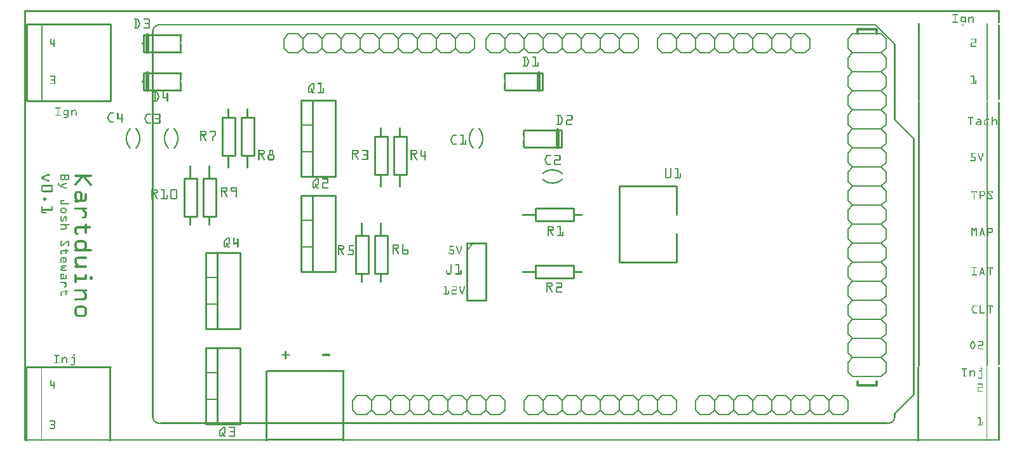
<source format=gto>
G04 MADE WITH FRITZING*
G04 WWW.FRITZING.ORG*
G04 DOUBLE SIDED*
G04 HOLES PLATED*
G04 CONTOUR ON CENTER OF CONTOUR VECTOR*
%ASAXBY*%
%FSLAX23Y23*%
%MOIN*%
%OFA0B0*%
%SFA1.0B1.0*%
%ADD10C,0.010000*%
%ADD11C,0.005000*%
%ADD12C,0.020000*%
%ADD13C,0.012000*%
%ADD14C,0.006000*%
%ADD15R,0.001000X0.001000*%
%LNSILK1*%
G90*
G70*
G54D10*
X2321Y1039D02*
X2321Y739D01*
D02*
X2321Y739D02*
X2421Y739D01*
D02*
X2421Y739D02*
X2421Y1039D01*
D02*
X2421Y1039D02*
X2321Y1039D01*
G54D11*
D02*
X2321Y1004D02*
X2356Y1039D01*
G54D10*
D02*
X451Y1785D02*
X451Y2189D01*
D02*
X451Y2189D02*
X11Y2189D01*
D02*
X11Y2189D02*
X11Y1785D01*
D02*
X11Y1785D02*
X451Y1785D01*
G54D11*
D02*
X91Y2189D02*
X91Y1785D01*
G54D10*
D02*
X451Y389D02*
X11Y389D01*
D02*
X951Y89D02*
X951Y489D01*
D02*
X951Y489D02*
X1131Y489D01*
D02*
X1131Y489D02*
X1131Y89D01*
D02*
X1131Y89D02*
X951Y89D01*
D02*
X951Y89D02*
X951Y489D01*
D02*
X951Y489D02*
X1011Y489D01*
D02*
X1011Y489D02*
X1011Y89D01*
D02*
X1011Y89D02*
X951Y89D01*
G54D11*
D02*
X951Y219D02*
X1011Y219D01*
D02*
X951Y359D02*
X1011Y359D01*
G54D10*
D02*
X1451Y889D02*
X1451Y1289D01*
D02*
X1451Y1289D02*
X1631Y1289D01*
D02*
X1631Y1289D02*
X1631Y889D01*
D02*
X1631Y889D02*
X1451Y889D01*
D02*
X1451Y889D02*
X1451Y1289D01*
D02*
X1451Y1289D02*
X1511Y1289D01*
D02*
X1511Y1289D02*
X1511Y889D01*
D02*
X1511Y889D02*
X1451Y889D01*
G54D11*
D02*
X1451Y1019D02*
X1511Y1019D01*
D02*
X1451Y1159D02*
X1511Y1159D01*
G54D10*
D02*
X951Y589D02*
X951Y989D01*
D02*
X951Y989D02*
X1131Y989D01*
D02*
X1131Y989D02*
X1131Y589D01*
D02*
X1131Y589D02*
X951Y589D01*
D02*
X951Y589D02*
X951Y989D01*
D02*
X951Y989D02*
X1011Y989D01*
D02*
X1011Y989D02*
X1011Y589D01*
D02*
X1011Y589D02*
X951Y589D01*
G54D11*
D02*
X951Y719D02*
X1011Y719D01*
D02*
X951Y859D02*
X1011Y859D01*
G54D10*
D02*
X1451Y1389D02*
X1451Y1789D01*
D02*
X1451Y1789D02*
X1631Y1789D01*
D02*
X1631Y1789D02*
X1631Y1389D01*
D02*
X1631Y1389D02*
X1451Y1389D01*
D02*
X1451Y1389D02*
X1451Y1789D01*
D02*
X1451Y1789D02*
X1511Y1789D01*
D02*
X1511Y1789D02*
X1511Y1389D01*
D02*
X1511Y1389D02*
X1451Y1389D01*
G54D11*
D02*
X1451Y1519D02*
X1511Y1519D01*
D02*
X1451Y1659D02*
X1511Y1659D01*
G54D10*
D02*
X2817Y1544D02*
X2622Y1544D01*
D02*
X2622Y1634D02*
X2817Y1634D01*
D02*
X2817Y1634D02*
X2817Y1544D01*
G54D12*
D02*
X2797Y1634D02*
X2797Y1544D01*
G54D10*
D02*
X625Y2134D02*
X820Y2134D01*
D02*
X820Y2044D02*
X625Y2044D01*
D02*
X625Y2044D02*
X625Y2134D01*
G54D12*
D02*
X645Y2044D02*
X645Y2134D01*
G54D10*
D02*
X2717Y1844D02*
X2522Y1844D01*
D02*
X2522Y1934D02*
X2717Y1934D01*
D02*
X2717Y1934D02*
X2717Y1844D01*
G54D12*
D02*
X2697Y1934D02*
X2697Y1844D01*
G54D10*
D02*
X625Y1934D02*
X820Y1934D01*
D02*
X820Y1844D02*
X625Y1844D01*
D02*
X625Y1844D02*
X625Y1934D01*
G54D12*
D02*
X645Y1844D02*
X645Y1934D01*
G54D10*
D02*
X1674Y369D02*
X1270Y369D01*
G54D11*
D02*
X1270Y9D02*
X1674Y9D01*
G54D10*
D02*
X4691Y2192D02*
X4691Y1788D01*
G54D11*
D02*
X5051Y1788D02*
X5051Y2192D01*
G54D13*
D02*
X4371Y314D02*
X4371Y294D01*
D02*
X4371Y294D02*
X4471Y294D01*
D02*
X4471Y294D02*
X4471Y314D01*
D02*
X4371Y2139D02*
X4371Y2164D01*
D02*
X4371Y2164D02*
X4471Y2164D01*
D02*
X4471Y2164D02*
X4471Y2139D01*
G54D14*
D02*
X4146Y239D02*
X4196Y239D01*
D02*
X4196Y239D02*
X4221Y214D01*
D02*
X4221Y214D02*
X4221Y164D01*
D02*
X4221Y164D02*
X4196Y139D01*
D02*
X4021Y214D02*
X4046Y239D01*
D02*
X4046Y239D02*
X4096Y239D01*
D02*
X4096Y239D02*
X4121Y214D01*
D02*
X4121Y214D02*
X4121Y164D01*
D02*
X4121Y164D02*
X4096Y139D01*
D02*
X4096Y139D02*
X4046Y139D01*
D02*
X4046Y139D02*
X4021Y164D01*
D02*
X4146Y239D02*
X4121Y214D01*
D02*
X4121Y164D02*
X4146Y139D01*
D02*
X4196Y139D02*
X4146Y139D01*
D02*
X3846Y239D02*
X3896Y239D01*
D02*
X3896Y239D02*
X3921Y214D01*
D02*
X3921Y214D02*
X3921Y164D01*
D02*
X3921Y164D02*
X3896Y139D01*
D02*
X3921Y214D02*
X3946Y239D01*
D02*
X3946Y239D02*
X3996Y239D01*
D02*
X3996Y239D02*
X4021Y214D01*
D02*
X4021Y214D02*
X4021Y164D01*
D02*
X4021Y164D02*
X3996Y139D01*
D02*
X3996Y139D02*
X3946Y139D01*
D02*
X3946Y139D02*
X3921Y164D01*
D02*
X3721Y214D02*
X3746Y239D01*
D02*
X3746Y239D02*
X3796Y239D01*
D02*
X3796Y239D02*
X3821Y214D01*
D02*
X3821Y214D02*
X3821Y164D01*
D02*
X3821Y164D02*
X3796Y139D01*
D02*
X3796Y139D02*
X3746Y139D01*
D02*
X3746Y139D02*
X3721Y164D01*
D02*
X3846Y239D02*
X3821Y214D01*
D02*
X3821Y164D02*
X3846Y139D01*
D02*
X3896Y139D02*
X3846Y139D01*
D02*
X3546Y239D02*
X3596Y239D01*
D02*
X3596Y239D02*
X3621Y214D01*
D02*
X3621Y214D02*
X3621Y164D01*
D02*
X3621Y164D02*
X3596Y139D01*
D02*
X3621Y214D02*
X3646Y239D01*
D02*
X3646Y239D02*
X3696Y239D01*
D02*
X3696Y239D02*
X3721Y214D01*
D02*
X3721Y214D02*
X3721Y164D01*
D02*
X3721Y164D02*
X3696Y139D01*
D02*
X3696Y139D02*
X3646Y139D01*
D02*
X3646Y139D02*
X3621Y164D01*
D02*
X3521Y214D02*
X3521Y164D01*
D02*
X3546Y239D02*
X3521Y214D01*
D02*
X3521Y164D02*
X3546Y139D01*
D02*
X3596Y139D02*
X3546Y139D01*
D02*
X4246Y239D02*
X4296Y239D01*
D02*
X4296Y239D02*
X4321Y214D01*
D02*
X4321Y214D02*
X4321Y164D01*
D02*
X4321Y164D02*
X4296Y139D01*
D02*
X4246Y239D02*
X4221Y214D01*
D02*
X4221Y164D02*
X4246Y139D01*
D02*
X4296Y139D02*
X4246Y139D01*
D02*
X3246Y239D02*
X3296Y239D01*
D02*
X3296Y239D02*
X3321Y214D01*
D02*
X3321Y214D02*
X3321Y164D01*
D02*
X3321Y164D02*
X3296Y139D01*
D02*
X3121Y214D02*
X3146Y239D01*
D02*
X3146Y239D02*
X3196Y239D01*
D02*
X3196Y239D02*
X3221Y214D01*
D02*
X3221Y214D02*
X3221Y164D01*
D02*
X3221Y164D02*
X3196Y139D01*
D02*
X3196Y139D02*
X3146Y139D01*
D02*
X3146Y139D02*
X3121Y164D01*
D02*
X3246Y239D02*
X3221Y214D01*
D02*
X3221Y164D02*
X3246Y139D01*
D02*
X3296Y139D02*
X3246Y139D01*
D02*
X2946Y239D02*
X2996Y239D01*
D02*
X2996Y239D02*
X3021Y214D01*
D02*
X3021Y214D02*
X3021Y164D01*
D02*
X3021Y164D02*
X2996Y139D01*
D02*
X3021Y214D02*
X3046Y239D01*
D02*
X3046Y239D02*
X3096Y239D01*
D02*
X3096Y239D02*
X3121Y214D01*
D02*
X3121Y214D02*
X3121Y164D01*
D02*
X3121Y164D02*
X3096Y139D01*
D02*
X3096Y139D02*
X3046Y139D01*
D02*
X3046Y139D02*
X3021Y164D01*
D02*
X2821Y214D02*
X2846Y239D01*
D02*
X2846Y239D02*
X2896Y239D01*
D02*
X2896Y239D02*
X2921Y214D01*
D02*
X2921Y214D02*
X2921Y164D01*
D02*
X2921Y164D02*
X2896Y139D01*
D02*
X2896Y139D02*
X2846Y139D01*
D02*
X2846Y139D02*
X2821Y164D01*
D02*
X2946Y239D02*
X2921Y214D01*
D02*
X2921Y164D02*
X2946Y139D01*
D02*
X2996Y139D02*
X2946Y139D01*
D02*
X2646Y239D02*
X2696Y239D01*
D02*
X2696Y239D02*
X2721Y214D01*
D02*
X2721Y214D02*
X2721Y164D01*
D02*
X2721Y164D02*
X2696Y139D01*
D02*
X2721Y214D02*
X2746Y239D01*
D02*
X2746Y239D02*
X2796Y239D01*
D02*
X2796Y239D02*
X2821Y214D01*
D02*
X2821Y214D02*
X2821Y164D01*
D02*
X2821Y164D02*
X2796Y139D01*
D02*
X2796Y139D02*
X2746Y139D01*
D02*
X2746Y139D02*
X2721Y164D01*
D02*
X2621Y214D02*
X2621Y164D01*
D02*
X2646Y239D02*
X2621Y214D01*
D02*
X2621Y164D02*
X2646Y139D01*
D02*
X2696Y139D02*
X2646Y139D01*
D02*
X3346Y239D02*
X3396Y239D01*
D02*
X3396Y239D02*
X3421Y214D01*
D02*
X3421Y214D02*
X3421Y164D01*
D02*
X3421Y164D02*
X3396Y139D01*
D02*
X3346Y239D02*
X3321Y214D01*
D02*
X3321Y164D02*
X3346Y139D01*
D02*
X3396Y139D02*
X3346Y139D01*
D02*
X3496Y2039D02*
X3446Y2039D01*
D02*
X3446Y2039D02*
X3421Y2064D01*
D02*
X3421Y2064D02*
X3421Y2114D01*
D02*
X3421Y2114D02*
X3446Y2139D01*
D02*
X3621Y2064D02*
X3596Y2039D01*
D02*
X3596Y2039D02*
X3546Y2039D01*
D02*
X3546Y2039D02*
X3521Y2064D01*
D02*
X3521Y2064D02*
X3521Y2114D01*
D02*
X3521Y2114D02*
X3546Y2139D01*
D02*
X3546Y2139D02*
X3596Y2139D01*
D02*
X3596Y2139D02*
X3621Y2114D01*
D02*
X3496Y2039D02*
X3521Y2064D01*
D02*
X3521Y2114D02*
X3496Y2139D01*
D02*
X3446Y2139D02*
X3496Y2139D01*
D02*
X3796Y2039D02*
X3746Y2039D01*
D02*
X3746Y2039D02*
X3721Y2064D01*
D02*
X3721Y2064D02*
X3721Y2114D01*
D02*
X3721Y2114D02*
X3746Y2139D01*
D02*
X3721Y2064D02*
X3696Y2039D01*
D02*
X3696Y2039D02*
X3646Y2039D01*
D02*
X3646Y2039D02*
X3621Y2064D01*
D02*
X3621Y2064D02*
X3621Y2114D01*
D02*
X3621Y2114D02*
X3646Y2139D01*
D02*
X3646Y2139D02*
X3696Y2139D01*
D02*
X3696Y2139D02*
X3721Y2114D01*
D02*
X3921Y2064D02*
X3896Y2039D01*
D02*
X3896Y2039D02*
X3846Y2039D01*
D02*
X3846Y2039D02*
X3821Y2064D01*
D02*
X3821Y2064D02*
X3821Y2114D01*
D02*
X3821Y2114D02*
X3846Y2139D01*
D02*
X3846Y2139D02*
X3896Y2139D01*
D02*
X3896Y2139D02*
X3921Y2114D01*
D02*
X3796Y2039D02*
X3821Y2064D01*
D02*
X3821Y2114D02*
X3796Y2139D01*
D02*
X3746Y2139D02*
X3796Y2139D01*
D02*
X4096Y2039D02*
X4046Y2039D01*
D02*
X4046Y2039D02*
X4021Y2064D01*
D02*
X4021Y2064D02*
X4021Y2114D01*
D02*
X4021Y2114D02*
X4046Y2139D01*
D02*
X4021Y2064D02*
X3996Y2039D01*
D02*
X3996Y2039D02*
X3946Y2039D01*
D02*
X3946Y2039D02*
X3921Y2064D01*
D02*
X3921Y2064D02*
X3921Y2114D01*
D02*
X3921Y2114D02*
X3946Y2139D01*
D02*
X3946Y2139D02*
X3996Y2139D01*
D02*
X3996Y2139D02*
X4021Y2114D01*
D02*
X4121Y2064D02*
X4121Y2114D01*
D02*
X4096Y2039D02*
X4121Y2064D01*
D02*
X4121Y2114D02*
X4096Y2139D01*
D02*
X4046Y2139D02*
X4096Y2139D01*
D02*
X3396Y2039D02*
X3346Y2039D01*
D02*
X3346Y2039D02*
X3321Y2064D01*
D02*
X3321Y2064D02*
X3321Y2114D01*
D02*
X3321Y2114D02*
X3346Y2139D01*
D02*
X3396Y2039D02*
X3421Y2064D01*
D02*
X3421Y2114D02*
X3396Y2139D01*
D02*
X3346Y2139D02*
X3396Y2139D01*
D02*
X2161Y2114D02*
X2186Y2139D01*
D02*
X2186Y2139D02*
X2236Y2139D01*
D02*
X2236Y2139D02*
X2261Y2114D01*
D02*
X2261Y2114D02*
X2261Y2064D01*
D02*
X2261Y2064D02*
X2236Y2039D01*
D02*
X2236Y2039D02*
X2186Y2039D01*
D02*
X2186Y2039D02*
X2161Y2064D01*
D02*
X1986Y2139D02*
X2036Y2139D01*
D02*
X2036Y2139D02*
X2061Y2114D01*
D02*
X2061Y2114D02*
X2061Y2064D01*
D02*
X2061Y2064D02*
X2036Y2039D01*
D02*
X2061Y2114D02*
X2086Y2139D01*
D02*
X2086Y2139D02*
X2136Y2139D01*
D02*
X2136Y2139D02*
X2161Y2114D01*
D02*
X2161Y2114D02*
X2161Y2064D01*
D02*
X2161Y2064D02*
X2136Y2039D01*
D02*
X2136Y2039D02*
X2086Y2039D01*
D02*
X2086Y2039D02*
X2061Y2064D01*
D02*
X1861Y2114D02*
X1886Y2139D01*
D02*
X1886Y2139D02*
X1936Y2139D01*
D02*
X1936Y2139D02*
X1961Y2114D01*
D02*
X1961Y2114D02*
X1961Y2064D01*
D02*
X1961Y2064D02*
X1936Y2039D01*
D02*
X1936Y2039D02*
X1886Y2039D01*
D02*
X1886Y2039D02*
X1861Y2064D01*
D02*
X1986Y2139D02*
X1961Y2114D01*
D02*
X1961Y2064D02*
X1986Y2039D01*
D02*
X2036Y2039D02*
X1986Y2039D01*
D02*
X1686Y2139D02*
X1736Y2139D01*
D02*
X1736Y2139D02*
X1761Y2114D01*
D02*
X1761Y2114D02*
X1761Y2064D01*
D02*
X1761Y2064D02*
X1736Y2039D01*
D02*
X1761Y2114D02*
X1786Y2139D01*
D02*
X1786Y2139D02*
X1836Y2139D01*
D02*
X1836Y2139D02*
X1861Y2114D01*
D02*
X1861Y2114D02*
X1861Y2064D01*
D02*
X1861Y2064D02*
X1836Y2039D01*
D02*
X1836Y2039D02*
X1786Y2039D01*
D02*
X1786Y2039D02*
X1761Y2064D01*
D02*
X1561Y2114D02*
X1586Y2139D01*
D02*
X1586Y2139D02*
X1636Y2139D01*
D02*
X1636Y2139D02*
X1661Y2114D01*
D02*
X1661Y2114D02*
X1661Y2064D01*
D02*
X1661Y2064D02*
X1636Y2039D01*
D02*
X1636Y2039D02*
X1586Y2039D01*
D02*
X1586Y2039D02*
X1561Y2064D01*
D02*
X1686Y2139D02*
X1661Y2114D01*
D02*
X1661Y2064D02*
X1686Y2039D01*
D02*
X1736Y2039D02*
X1686Y2039D01*
D02*
X1386Y2139D02*
X1436Y2139D01*
D02*
X1436Y2139D02*
X1461Y2114D01*
D02*
X1461Y2114D02*
X1461Y2064D01*
D02*
X1461Y2064D02*
X1436Y2039D01*
D02*
X1461Y2114D02*
X1486Y2139D01*
D02*
X1486Y2139D02*
X1536Y2139D01*
D02*
X1536Y2139D02*
X1561Y2114D01*
D02*
X1561Y2114D02*
X1561Y2064D01*
D02*
X1561Y2064D02*
X1536Y2039D01*
D02*
X1536Y2039D02*
X1486Y2039D01*
D02*
X1486Y2039D02*
X1461Y2064D01*
D02*
X1361Y2114D02*
X1361Y2064D01*
D02*
X1386Y2139D02*
X1361Y2114D01*
D02*
X1361Y2064D02*
X1386Y2039D01*
D02*
X1436Y2039D02*
X1386Y2039D01*
D02*
X2286Y2139D02*
X2336Y2139D01*
D02*
X2336Y2139D02*
X2361Y2114D01*
D02*
X2361Y2114D02*
X2361Y2064D01*
D02*
X2361Y2064D02*
X2336Y2039D01*
D02*
X2286Y2139D02*
X2261Y2114D01*
D02*
X2261Y2064D02*
X2286Y2039D01*
D02*
X2336Y2039D02*
X2286Y2039D01*
D02*
X2346Y239D02*
X2396Y239D01*
D02*
X2396Y239D02*
X2421Y214D01*
D02*
X2421Y214D02*
X2421Y164D01*
D02*
X2421Y164D02*
X2396Y139D01*
D02*
X2221Y214D02*
X2246Y239D01*
D02*
X2246Y239D02*
X2296Y239D01*
D02*
X2296Y239D02*
X2321Y214D01*
D02*
X2321Y214D02*
X2321Y164D01*
D02*
X2321Y164D02*
X2296Y139D01*
D02*
X2296Y139D02*
X2246Y139D01*
D02*
X2246Y139D02*
X2221Y164D01*
D02*
X2346Y239D02*
X2321Y214D01*
D02*
X2321Y164D02*
X2346Y139D01*
D02*
X2396Y139D02*
X2346Y139D01*
D02*
X2046Y239D02*
X2096Y239D01*
D02*
X2096Y239D02*
X2121Y214D01*
D02*
X2121Y214D02*
X2121Y164D01*
D02*
X2121Y164D02*
X2096Y139D01*
D02*
X2121Y214D02*
X2146Y239D01*
D02*
X2146Y239D02*
X2196Y239D01*
D02*
X2196Y239D02*
X2221Y214D01*
D02*
X2221Y214D02*
X2221Y164D01*
D02*
X2221Y164D02*
X2196Y139D01*
D02*
X2196Y139D02*
X2146Y139D01*
D02*
X2146Y139D02*
X2121Y164D01*
D02*
X1921Y214D02*
X1946Y239D01*
D02*
X1946Y239D02*
X1996Y239D01*
D02*
X1996Y239D02*
X2021Y214D01*
D02*
X2021Y214D02*
X2021Y164D01*
D02*
X2021Y164D02*
X1996Y139D01*
D02*
X1996Y139D02*
X1946Y139D01*
D02*
X1946Y139D02*
X1921Y164D01*
D02*
X2046Y239D02*
X2021Y214D01*
D02*
X2021Y164D02*
X2046Y139D01*
D02*
X2096Y139D02*
X2046Y139D01*
D02*
X1746Y239D02*
X1796Y239D01*
D02*
X1796Y239D02*
X1821Y214D01*
D02*
X1821Y214D02*
X1821Y164D01*
D02*
X1821Y164D02*
X1796Y139D01*
D02*
X1821Y214D02*
X1846Y239D01*
D02*
X1846Y239D02*
X1896Y239D01*
D02*
X1896Y239D02*
X1921Y214D01*
D02*
X1921Y214D02*
X1921Y164D01*
D02*
X1921Y164D02*
X1896Y139D01*
D02*
X1896Y139D02*
X1846Y139D01*
D02*
X1846Y139D02*
X1821Y164D01*
D02*
X1721Y214D02*
X1721Y164D01*
D02*
X1746Y239D02*
X1721Y214D01*
D02*
X1721Y164D02*
X1746Y139D01*
D02*
X1796Y139D02*
X1746Y139D01*
D02*
X2446Y239D02*
X2496Y239D01*
D02*
X2496Y239D02*
X2521Y214D01*
D02*
X2521Y214D02*
X2521Y164D01*
D02*
X2521Y164D02*
X2496Y139D01*
D02*
X2446Y239D02*
X2421Y214D01*
D02*
X2421Y164D02*
X2446Y139D01*
D02*
X2496Y139D02*
X2446Y139D01*
D02*
X2596Y2039D02*
X2546Y2039D01*
D02*
X2546Y2039D02*
X2521Y2064D01*
D02*
X2521Y2064D02*
X2521Y2114D01*
D02*
X2521Y2114D02*
X2546Y2139D01*
D02*
X2721Y2064D02*
X2696Y2039D01*
D02*
X2696Y2039D02*
X2646Y2039D01*
D02*
X2646Y2039D02*
X2621Y2064D01*
D02*
X2621Y2064D02*
X2621Y2114D01*
D02*
X2621Y2114D02*
X2646Y2139D01*
D02*
X2646Y2139D02*
X2696Y2139D01*
D02*
X2696Y2139D02*
X2721Y2114D01*
D02*
X2596Y2039D02*
X2621Y2064D01*
D02*
X2621Y2114D02*
X2596Y2139D01*
D02*
X2546Y2139D02*
X2596Y2139D01*
D02*
X2896Y2039D02*
X2846Y2039D01*
D02*
X2846Y2039D02*
X2821Y2064D01*
D02*
X2821Y2064D02*
X2821Y2114D01*
D02*
X2821Y2114D02*
X2846Y2139D01*
D02*
X2821Y2064D02*
X2796Y2039D01*
D02*
X2796Y2039D02*
X2746Y2039D01*
D02*
X2746Y2039D02*
X2721Y2064D01*
D02*
X2721Y2064D02*
X2721Y2114D01*
D02*
X2721Y2114D02*
X2746Y2139D01*
D02*
X2746Y2139D02*
X2796Y2139D01*
D02*
X2796Y2139D02*
X2821Y2114D01*
D02*
X3021Y2064D02*
X2996Y2039D01*
D02*
X2996Y2039D02*
X2946Y2039D01*
D02*
X2946Y2039D02*
X2921Y2064D01*
D02*
X2921Y2064D02*
X2921Y2114D01*
D02*
X2921Y2114D02*
X2946Y2139D01*
D02*
X2946Y2139D02*
X2996Y2139D01*
D02*
X2996Y2139D02*
X3021Y2114D01*
D02*
X2896Y2039D02*
X2921Y2064D01*
D02*
X2921Y2114D02*
X2896Y2139D01*
D02*
X2846Y2139D02*
X2896Y2139D01*
D02*
X3196Y2039D02*
X3146Y2039D01*
D02*
X3146Y2039D02*
X3121Y2064D01*
D02*
X3121Y2064D02*
X3121Y2114D01*
D02*
X3121Y2114D02*
X3146Y2139D01*
D02*
X3121Y2064D02*
X3096Y2039D01*
D02*
X3096Y2039D02*
X3046Y2039D01*
D02*
X3046Y2039D02*
X3021Y2064D01*
D02*
X3021Y2064D02*
X3021Y2114D01*
D02*
X3021Y2114D02*
X3046Y2139D01*
D02*
X3046Y2139D02*
X3096Y2139D01*
D02*
X3096Y2139D02*
X3121Y2114D01*
D02*
X3221Y2064D02*
X3221Y2114D01*
D02*
X3196Y2039D02*
X3221Y2064D01*
D02*
X3221Y2114D02*
X3196Y2139D01*
D02*
X3146Y2139D02*
X3196Y2139D01*
D02*
X2496Y2039D02*
X2446Y2039D01*
D02*
X2446Y2039D02*
X2421Y2064D01*
D02*
X2421Y2064D02*
X2421Y2114D01*
D02*
X2421Y2114D02*
X2446Y2139D01*
D02*
X2496Y2039D02*
X2521Y2064D01*
D02*
X2521Y2114D02*
X2496Y2139D01*
D02*
X2446Y2139D02*
X2496Y2139D01*
D02*
X4346Y2139D02*
X4321Y2114D01*
D02*
X4321Y2114D02*
X4321Y2064D01*
D02*
X4321Y2064D02*
X4346Y2039D01*
D02*
X4346Y2039D02*
X4321Y2014D01*
D02*
X4321Y2014D02*
X4321Y1964D01*
D02*
X4321Y1964D02*
X4346Y1939D01*
D02*
X4346Y1939D02*
X4321Y1914D01*
D02*
X4321Y1914D02*
X4321Y1864D01*
D02*
X4321Y1864D02*
X4346Y1839D01*
D02*
X4346Y1839D02*
X4321Y1814D01*
D02*
X4321Y1814D02*
X4321Y1764D01*
D02*
X4321Y1764D02*
X4346Y1739D01*
D02*
X4346Y1739D02*
X4321Y1714D01*
D02*
X4321Y1714D02*
X4321Y1664D01*
D02*
X4321Y1664D02*
X4346Y1639D01*
D02*
X4346Y1639D02*
X4321Y1614D01*
D02*
X4321Y1614D02*
X4321Y1564D01*
D02*
X4321Y1564D02*
X4346Y1539D01*
D02*
X4346Y2139D02*
X4496Y2139D01*
D02*
X4496Y2139D02*
X4521Y2114D01*
D02*
X4521Y2114D02*
X4521Y2064D01*
D02*
X4521Y2064D02*
X4496Y2039D01*
D02*
X4496Y2039D02*
X4521Y2014D01*
D02*
X4521Y2014D02*
X4521Y1964D01*
D02*
X4521Y1964D02*
X4496Y1939D01*
D02*
X4496Y1939D02*
X4521Y1914D01*
D02*
X4521Y1914D02*
X4521Y1864D01*
D02*
X4521Y1864D02*
X4496Y1839D01*
D02*
X4496Y1839D02*
X4521Y1814D01*
D02*
X4521Y1814D02*
X4521Y1764D01*
D02*
X4521Y1764D02*
X4496Y1739D01*
D02*
X4496Y1739D02*
X4521Y1714D01*
D02*
X4521Y1714D02*
X4521Y1664D01*
D02*
X4521Y1664D02*
X4496Y1639D01*
D02*
X4496Y1639D02*
X4521Y1614D01*
D02*
X4521Y1614D02*
X4521Y1564D01*
D02*
X4521Y1564D02*
X4496Y1539D01*
D02*
X4496Y1539D02*
X4521Y1514D01*
D02*
X4521Y1514D02*
X4521Y1464D01*
D02*
X4521Y1464D02*
X4496Y1439D01*
D02*
X4496Y1439D02*
X4521Y1414D01*
D02*
X4521Y1414D02*
X4521Y1364D01*
D02*
X4521Y1364D02*
X4496Y1339D01*
D02*
X4496Y1339D02*
X4521Y1314D01*
D02*
X4521Y1314D02*
X4521Y1264D01*
D02*
X4521Y1264D02*
X4496Y1239D01*
D02*
X4496Y1239D02*
X4521Y1214D01*
D02*
X4521Y1214D02*
X4521Y1164D01*
D02*
X4521Y1164D02*
X4496Y1139D01*
D02*
X4496Y1139D02*
X4521Y1114D01*
D02*
X4521Y1114D02*
X4521Y1064D01*
D02*
X4521Y1064D02*
X4496Y1039D01*
D02*
X4496Y1039D02*
X4521Y1014D01*
D02*
X4521Y1014D02*
X4521Y964D01*
D02*
X4496Y939D02*
X4521Y964D01*
D02*
X4496Y939D02*
X4521Y914D01*
D02*
X4521Y864D02*
X4521Y914D01*
D02*
X4521Y864D02*
X4496Y839D01*
D02*
X4496Y839D02*
X4521Y814D01*
D02*
X4521Y764D02*
X4521Y814D01*
D02*
X4521Y764D02*
X4496Y739D01*
D02*
X4496Y739D02*
X4521Y714D01*
D02*
X4521Y664D02*
X4521Y714D01*
D02*
X4521Y664D02*
X4496Y639D01*
D02*
X4496Y639D02*
X4521Y614D01*
D02*
X4521Y564D02*
X4521Y614D01*
D02*
X4521Y564D02*
X4496Y539D01*
D02*
X4496Y539D02*
X4521Y514D01*
D02*
X4521Y464D02*
X4521Y514D01*
D02*
X4521Y464D02*
X4496Y439D01*
D02*
X4496Y439D02*
X4521Y414D01*
D02*
X4521Y364D02*
X4521Y414D01*
D02*
X4521Y364D02*
X4496Y339D01*
D02*
X4346Y339D02*
X4321Y364D01*
D02*
X4321Y364D02*
X4321Y414D01*
D02*
X4346Y439D02*
X4321Y414D01*
D02*
X4346Y439D02*
X4321Y464D01*
D02*
X4321Y464D02*
X4321Y514D01*
D02*
X4346Y539D02*
X4321Y514D01*
D02*
X4346Y539D02*
X4321Y564D01*
D02*
X4321Y614D02*
X4321Y564D01*
D02*
X4321Y614D02*
X4346Y639D01*
D02*
X4346Y639D02*
X4321Y664D01*
D02*
X4321Y714D02*
X4321Y664D01*
D02*
X4321Y714D02*
X4346Y739D01*
D02*
X4346Y739D02*
X4321Y764D01*
D02*
X4321Y764D02*
X4321Y814D01*
D02*
X4346Y839D02*
X4321Y814D01*
D02*
X4346Y839D02*
X4321Y864D01*
D02*
X4321Y864D02*
X4321Y914D01*
D02*
X4346Y939D02*
X4321Y914D01*
D02*
X4346Y939D02*
X4321Y964D01*
D02*
X4321Y964D02*
X4321Y1014D01*
D02*
X4346Y1039D02*
X4321Y1014D01*
D02*
X4346Y1039D02*
X4321Y1064D01*
D02*
X4321Y1064D02*
X4321Y1114D01*
D02*
X4346Y1139D02*
X4321Y1114D01*
D02*
X4346Y1139D02*
X4321Y1164D01*
D02*
X4321Y1164D02*
X4321Y1214D01*
D02*
X4346Y1239D02*
X4321Y1214D01*
D02*
X4346Y1239D02*
X4321Y1264D01*
D02*
X4321Y1264D02*
X4321Y1314D01*
D02*
X4346Y1339D02*
X4321Y1314D01*
D02*
X4346Y1339D02*
X4321Y1364D01*
D02*
X4321Y1364D02*
X4321Y1414D01*
D02*
X4346Y1439D02*
X4321Y1414D01*
D02*
X4346Y1439D02*
X4321Y1464D01*
D02*
X4321Y1464D02*
X4321Y1514D01*
D02*
X4346Y1539D02*
X4321Y1514D01*
D02*
X4496Y2039D02*
X4346Y2039D01*
D02*
X4496Y1939D02*
X4346Y1939D01*
D02*
X4496Y1839D02*
X4346Y1839D01*
D02*
X4496Y1739D02*
X4346Y1739D01*
D02*
X4496Y1639D02*
X4346Y1639D01*
D02*
X4496Y1539D02*
X4346Y1539D01*
D02*
X4496Y1439D02*
X4346Y1439D01*
D02*
X4496Y1339D02*
X4346Y1339D01*
D02*
X4496Y1239D02*
X4346Y1239D01*
D02*
X4496Y1139D02*
X4346Y1139D01*
D02*
X4496Y1039D02*
X4346Y1039D01*
D02*
X4496Y939D02*
X4346Y939D01*
D02*
X4496Y839D02*
X4346Y839D01*
D02*
X4496Y739D02*
X4346Y739D01*
D02*
X4496Y639D02*
X4346Y639D01*
D02*
X4496Y539D02*
X4346Y539D01*
D02*
X4496Y439D02*
X4346Y439D01*
D02*
X4496Y339D02*
X4346Y339D01*
G54D10*
D02*
X3421Y1339D02*
X3121Y1339D01*
D02*
X3121Y1339D02*
X3121Y939D01*
D02*
X3121Y939D02*
X3421Y939D01*
D02*
X3421Y1339D02*
X3421Y1189D01*
D02*
X3421Y1089D02*
X3421Y939D01*
D02*
X2680Y922D02*
X2880Y922D01*
D02*
X2880Y922D02*
X2880Y856D01*
D02*
X2880Y856D02*
X2680Y856D01*
D02*
X2680Y856D02*
X2680Y922D01*
D02*
X1838Y1398D02*
X1838Y1598D01*
D02*
X1838Y1598D02*
X1904Y1598D01*
D02*
X1904Y1598D02*
X1904Y1398D01*
D02*
X1904Y1398D02*
X1838Y1398D01*
D02*
X1038Y1498D02*
X1038Y1698D01*
D02*
X1038Y1698D02*
X1104Y1698D01*
D02*
X1104Y1698D02*
X1104Y1498D01*
D02*
X1104Y1498D02*
X1038Y1498D01*
D02*
X1904Y1079D02*
X1904Y879D01*
D02*
X1904Y879D02*
X1838Y879D01*
D02*
X1838Y879D02*
X1838Y1079D01*
D02*
X1838Y1079D02*
X1904Y1079D01*
D02*
X1004Y1379D02*
X1004Y1179D01*
D02*
X1004Y1179D02*
X938Y1179D01*
D02*
X938Y1179D02*
X938Y1379D01*
D02*
X938Y1379D02*
X1004Y1379D01*
D02*
X1804Y1079D02*
X1804Y879D01*
D02*
X1804Y879D02*
X1738Y879D01*
D02*
X1738Y879D02*
X1738Y1079D01*
D02*
X1738Y1079D02*
X1804Y1079D01*
D02*
X904Y1379D02*
X904Y1179D01*
D02*
X904Y1179D02*
X838Y1179D01*
D02*
X838Y1179D02*
X838Y1379D01*
D02*
X838Y1379D02*
X904Y1379D01*
D02*
X1938Y1398D02*
X1938Y1598D01*
D02*
X1938Y1598D02*
X2004Y1598D01*
D02*
X2004Y1598D02*
X2004Y1398D01*
D02*
X2004Y1398D02*
X1938Y1398D01*
D02*
X1138Y1498D02*
X1138Y1698D01*
D02*
X1138Y1698D02*
X1204Y1698D01*
D02*
X1204Y1698D02*
X1204Y1498D01*
D02*
X1204Y1498D02*
X1138Y1498D01*
D02*
X2680Y1222D02*
X2880Y1222D01*
D02*
X2880Y1222D02*
X2880Y1156D01*
D02*
X2880Y1156D02*
X2680Y1156D01*
D02*
X2680Y1156D02*
X2680Y1222D01*
D02*
X4691Y1783D02*
X4691Y395D01*
G54D11*
D02*
X5051Y395D02*
X5051Y1783D01*
G54D15*
X0Y2261D02*
X5117Y2261D01*
X0Y2260D02*
X5117Y2260D01*
X0Y2259D02*
X5117Y2259D01*
X0Y2258D02*
X5117Y2258D01*
X0Y2257D02*
X5117Y2257D01*
X0Y2256D02*
X5117Y2256D01*
X0Y2255D02*
X5117Y2255D01*
X0Y2254D02*
X5117Y2254D01*
X0Y2253D02*
X7Y2253D01*
X5110Y2253D02*
X5117Y2253D01*
X0Y2252D02*
X7Y2252D01*
X5110Y2252D02*
X5117Y2252D01*
X0Y2251D02*
X7Y2251D01*
X5110Y2251D02*
X5117Y2251D01*
X0Y2250D02*
X7Y2250D01*
X5110Y2250D02*
X5117Y2250D01*
X0Y2249D02*
X7Y2249D01*
X5110Y2249D02*
X5117Y2249D01*
X0Y2248D02*
X7Y2248D01*
X5110Y2248D02*
X5117Y2248D01*
X0Y2247D02*
X7Y2247D01*
X5110Y2247D02*
X5117Y2247D01*
X0Y2246D02*
X7Y2246D01*
X5110Y2246D02*
X5117Y2246D01*
X0Y2245D02*
X7Y2245D01*
X5110Y2245D02*
X5117Y2245D01*
X0Y2244D02*
X7Y2244D01*
X5110Y2244D02*
X5117Y2244D01*
X0Y2243D02*
X7Y2243D01*
X5110Y2243D02*
X5117Y2243D01*
X0Y2242D02*
X7Y2242D01*
X4873Y2242D02*
X4895Y2242D01*
X5110Y2242D02*
X5117Y2242D01*
X0Y2241D02*
X7Y2241D01*
X4871Y2241D02*
X4897Y2241D01*
X5110Y2241D02*
X5117Y2241D01*
X0Y2240D02*
X7Y2240D01*
X4870Y2240D02*
X4898Y2240D01*
X5110Y2240D02*
X5117Y2240D01*
X0Y2239D02*
X7Y2239D01*
X4870Y2239D02*
X4898Y2239D01*
X5110Y2239D02*
X5117Y2239D01*
X0Y2238D02*
X7Y2238D01*
X4870Y2238D02*
X4898Y2238D01*
X5110Y2238D02*
X5117Y2238D01*
X0Y2237D02*
X7Y2237D01*
X4871Y2237D02*
X4897Y2237D01*
X5110Y2237D02*
X5117Y2237D01*
X0Y2236D02*
X7Y2236D01*
X4881Y2236D02*
X4887Y2236D01*
X5110Y2236D02*
X5117Y2236D01*
X0Y2235D02*
X7Y2235D01*
X4882Y2235D02*
X4886Y2235D01*
X5110Y2235D02*
X5117Y2235D01*
X0Y2234D02*
X7Y2234D01*
X4882Y2234D02*
X4886Y2234D01*
X5110Y2234D02*
X5117Y2234D01*
X0Y2233D02*
X7Y2233D01*
X4882Y2233D02*
X4886Y2233D01*
X5110Y2233D02*
X5117Y2233D01*
X0Y2232D02*
X7Y2232D01*
X4882Y2232D02*
X4886Y2232D01*
X5110Y2232D02*
X5117Y2232D01*
X0Y2231D02*
X7Y2231D01*
X4882Y2231D02*
X4886Y2231D01*
X5110Y2231D02*
X5117Y2231D01*
X0Y2230D02*
X7Y2230D01*
X4882Y2230D02*
X4886Y2230D01*
X5110Y2230D02*
X5117Y2230D01*
X0Y2229D02*
X7Y2229D01*
X4882Y2229D02*
X4886Y2229D01*
X4919Y2229D02*
X4930Y2229D01*
X4936Y2229D02*
X4939Y2229D01*
X4954Y2229D02*
X4957Y2229D01*
X4966Y2229D02*
X4975Y2229D01*
X5110Y2229D02*
X5117Y2229D01*
X0Y2228D02*
X7Y2228D01*
X4882Y2228D02*
X4886Y2228D01*
X4917Y2228D02*
X4931Y2228D01*
X4935Y2228D02*
X4939Y2228D01*
X4954Y2228D02*
X4958Y2228D01*
X4964Y2228D02*
X4977Y2228D01*
X5110Y2228D02*
X5117Y2228D01*
X0Y2227D02*
X7Y2227D01*
X4882Y2227D02*
X4886Y2227D01*
X4916Y2227D02*
X4932Y2227D01*
X4935Y2227D02*
X4940Y2227D01*
X4953Y2227D02*
X4958Y2227D01*
X4963Y2227D02*
X4978Y2227D01*
X5110Y2227D02*
X5117Y2227D01*
X0Y2226D02*
X7Y2226D01*
X4882Y2226D02*
X4886Y2226D01*
X4915Y2226D02*
X4940Y2226D01*
X4953Y2226D02*
X4958Y2226D01*
X4961Y2226D02*
X4979Y2226D01*
X5110Y2226D02*
X5117Y2226D01*
X0Y2225D02*
X7Y2225D01*
X4882Y2225D02*
X4886Y2225D01*
X4914Y2225D02*
X4940Y2225D01*
X4953Y2225D02*
X4979Y2225D01*
X5110Y2225D02*
X5117Y2225D01*
X0Y2224D02*
X7Y2224D01*
X4882Y2224D02*
X4886Y2224D01*
X4913Y2224D02*
X4921Y2224D01*
X4927Y2224D02*
X4940Y2224D01*
X4953Y2224D02*
X4968Y2224D01*
X4973Y2224D02*
X4980Y2224D01*
X5110Y2224D02*
X5117Y2224D01*
X0Y2223D02*
X7Y2223D01*
X4882Y2223D02*
X4886Y2223D01*
X4913Y2223D02*
X4919Y2223D01*
X4929Y2223D02*
X4940Y2223D01*
X4953Y2223D02*
X4966Y2223D01*
X4975Y2223D02*
X4980Y2223D01*
X5110Y2223D02*
X5117Y2223D01*
X0Y2222D02*
X7Y2222D01*
X4882Y2222D02*
X4886Y2222D01*
X4912Y2222D02*
X4918Y2222D01*
X4930Y2222D02*
X4940Y2222D01*
X4953Y2222D02*
X4965Y2222D01*
X4975Y2222D02*
X4980Y2222D01*
X5110Y2222D02*
X5117Y2222D01*
X0Y2221D02*
X7Y2221D01*
X4882Y2221D02*
X4886Y2221D01*
X4912Y2221D02*
X4917Y2221D01*
X4931Y2221D02*
X4940Y2221D01*
X4953Y2221D02*
X4963Y2221D01*
X4976Y2221D02*
X4980Y2221D01*
X5110Y2221D02*
X5117Y2221D01*
X0Y2220D02*
X7Y2220D01*
X4882Y2220D02*
X4886Y2220D01*
X4912Y2220D02*
X4917Y2220D01*
X4933Y2220D02*
X4940Y2220D01*
X4953Y2220D02*
X4961Y2220D01*
X4976Y2220D02*
X4980Y2220D01*
X5110Y2220D02*
X5117Y2220D01*
X0Y2219D02*
X7Y2219D01*
X577Y2219D02*
X591Y2219D01*
X627Y2219D02*
X652Y2219D01*
X4882Y2219D02*
X4886Y2219D01*
X4912Y2219D02*
X4917Y2219D01*
X4934Y2219D02*
X4940Y2219D01*
X4953Y2219D02*
X4960Y2219D01*
X4976Y2219D02*
X4980Y2219D01*
X5110Y2219D02*
X5117Y2219D01*
X0Y2218D02*
X7Y2218D01*
X575Y2218D02*
X594Y2218D01*
X625Y2218D02*
X655Y2218D01*
X4882Y2218D02*
X4886Y2218D01*
X4912Y2218D02*
X4917Y2218D01*
X4934Y2218D02*
X4940Y2218D01*
X4953Y2218D02*
X4958Y2218D01*
X4976Y2218D02*
X4980Y2218D01*
X5110Y2218D02*
X5117Y2218D01*
X0Y2217D02*
X7Y2217D01*
X574Y2217D02*
X596Y2217D01*
X625Y2217D02*
X656Y2217D01*
X4882Y2217D02*
X4886Y2217D01*
X4912Y2217D02*
X4917Y2217D01*
X4935Y2217D02*
X4940Y2217D01*
X4953Y2217D02*
X4958Y2217D01*
X4976Y2217D02*
X4981Y2217D01*
X5110Y2217D02*
X5117Y2217D01*
X0Y2216D02*
X7Y2216D01*
X574Y2216D02*
X597Y2216D01*
X624Y2216D02*
X657Y2216D01*
X4882Y2216D02*
X4886Y2216D01*
X4912Y2216D02*
X4917Y2216D01*
X4935Y2216D02*
X4940Y2216D01*
X4953Y2216D02*
X4958Y2216D01*
X4976Y2216D02*
X4981Y2216D01*
X5110Y2216D02*
X5117Y2216D01*
X0Y2215D02*
X7Y2215D01*
X574Y2215D02*
X598Y2215D01*
X624Y2215D02*
X657Y2215D01*
X4882Y2215D02*
X4886Y2215D01*
X4912Y2215D02*
X4917Y2215D01*
X4935Y2215D02*
X4940Y2215D01*
X4953Y2215D02*
X4958Y2215D01*
X4976Y2215D02*
X4981Y2215D01*
X5110Y2215D02*
X5117Y2215D01*
X0Y2214D02*
X7Y2214D01*
X575Y2214D02*
X598Y2214D01*
X625Y2214D02*
X658Y2214D01*
X4882Y2214D02*
X4886Y2214D01*
X4912Y2214D02*
X4917Y2214D01*
X4935Y2214D02*
X4940Y2214D01*
X4953Y2214D02*
X4958Y2214D01*
X4976Y2214D02*
X4981Y2214D01*
X5110Y2214D02*
X5117Y2214D01*
X0Y2213D02*
X7Y2213D01*
X575Y2213D02*
X599Y2213D01*
X626Y2213D02*
X658Y2213D01*
X4882Y2213D02*
X4886Y2213D01*
X4912Y2213D02*
X4917Y2213D01*
X4935Y2213D02*
X4940Y2213D01*
X4953Y2213D02*
X4958Y2213D01*
X4976Y2213D02*
X4981Y2213D01*
X5110Y2213D02*
X5117Y2213D01*
X0Y2212D02*
X7Y2212D01*
X581Y2212D02*
X587Y2212D01*
X592Y2212D02*
X600Y2212D01*
X652Y2212D02*
X658Y2212D01*
X4882Y2212D02*
X4886Y2212D01*
X4912Y2212D02*
X4917Y2212D01*
X4935Y2212D02*
X4940Y2212D01*
X4953Y2212D02*
X4958Y2212D01*
X4976Y2212D02*
X4981Y2212D01*
X5110Y2212D02*
X5117Y2212D01*
X0Y2211D02*
X7Y2211D01*
X581Y2211D02*
X587Y2211D01*
X593Y2211D02*
X600Y2211D01*
X652Y2211D02*
X658Y2211D01*
X4882Y2211D02*
X4886Y2211D01*
X4912Y2211D02*
X4917Y2211D01*
X4934Y2211D02*
X4940Y2211D01*
X4953Y2211D02*
X4958Y2211D01*
X4976Y2211D02*
X4981Y2211D01*
X5110Y2211D02*
X5117Y2211D01*
X0Y2210D02*
X7Y2210D01*
X581Y2210D02*
X587Y2210D01*
X594Y2210D02*
X601Y2210D01*
X652Y2210D02*
X658Y2210D01*
X4882Y2210D02*
X4886Y2210D01*
X4912Y2210D02*
X4917Y2210D01*
X4933Y2210D02*
X4940Y2210D01*
X4953Y2210D02*
X4958Y2210D01*
X4976Y2210D02*
X4981Y2210D01*
X5110Y2210D02*
X5117Y2210D01*
X0Y2209D02*
X7Y2209D01*
X581Y2209D02*
X587Y2209D01*
X594Y2209D02*
X601Y2209D01*
X652Y2209D02*
X658Y2209D01*
X4882Y2209D02*
X4886Y2209D01*
X4912Y2209D02*
X4917Y2209D01*
X4932Y2209D02*
X4940Y2209D01*
X4953Y2209D02*
X4958Y2209D01*
X4976Y2209D02*
X4981Y2209D01*
X5110Y2209D02*
X5117Y2209D01*
X0Y2208D02*
X7Y2208D01*
X581Y2208D02*
X587Y2208D01*
X595Y2208D02*
X602Y2208D01*
X652Y2208D02*
X658Y2208D01*
X4882Y2208D02*
X4886Y2208D01*
X4912Y2208D02*
X4917Y2208D01*
X4931Y2208D02*
X4940Y2208D01*
X4953Y2208D02*
X4958Y2208D01*
X4976Y2208D02*
X4981Y2208D01*
X5110Y2208D02*
X5117Y2208D01*
X0Y2207D02*
X7Y2207D01*
X581Y2207D02*
X587Y2207D01*
X595Y2207D02*
X602Y2207D01*
X652Y2207D02*
X658Y2207D01*
X4882Y2207D02*
X4886Y2207D01*
X4912Y2207D02*
X4918Y2207D01*
X4930Y2207D02*
X4940Y2207D01*
X4953Y2207D02*
X4958Y2207D01*
X4976Y2207D02*
X4981Y2207D01*
X5110Y2207D02*
X5117Y2207D01*
X0Y2206D02*
X7Y2206D01*
X581Y2206D02*
X587Y2206D01*
X596Y2206D02*
X603Y2206D01*
X652Y2206D02*
X658Y2206D01*
X4882Y2206D02*
X4886Y2206D01*
X4913Y2206D02*
X4920Y2206D01*
X4929Y2206D02*
X4940Y2206D01*
X4953Y2206D02*
X4958Y2206D01*
X4976Y2206D02*
X4981Y2206D01*
X5110Y2206D02*
X5117Y2206D01*
X0Y2205D02*
X7Y2205D01*
X581Y2205D02*
X587Y2205D01*
X596Y2205D02*
X603Y2205D01*
X652Y2205D02*
X658Y2205D01*
X4882Y2205D02*
X4886Y2205D01*
X4913Y2205D02*
X4940Y2205D01*
X4953Y2205D02*
X4958Y2205D01*
X4976Y2205D02*
X4981Y2205D01*
X5110Y2205D02*
X5117Y2205D01*
X0Y2204D02*
X7Y2204D01*
X581Y2204D02*
X587Y2204D01*
X597Y2204D02*
X604Y2204D01*
X652Y2204D02*
X658Y2204D01*
X4882Y2204D02*
X4886Y2204D01*
X4914Y2204D02*
X4940Y2204D01*
X4953Y2204D02*
X4958Y2204D01*
X4976Y2204D02*
X4981Y2204D01*
X5110Y2204D02*
X5117Y2204D01*
X0Y2203D02*
X7Y2203D01*
X581Y2203D02*
X587Y2203D01*
X597Y2203D02*
X604Y2203D01*
X652Y2203D02*
X658Y2203D01*
X4881Y2203D02*
X4887Y2203D01*
X4915Y2203D02*
X4940Y2203D01*
X4953Y2203D02*
X4958Y2203D01*
X4976Y2203D02*
X4981Y2203D01*
X5110Y2203D02*
X5117Y2203D01*
X0Y2202D02*
X7Y2202D01*
X581Y2202D02*
X587Y2202D01*
X598Y2202D02*
X605Y2202D01*
X652Y2202D02*
X658Y2202D01*
X4871Y2202D02*
X4897Y2202D01*
X4917Y2202D02*
X4932Y2202D01*
X4935Y2202D02*
X4940Y2202D01*
X4953Y2202D02*
X4958Y2202D01*
X4976Y2202D02*
X4981Y2202D01*
X5110Y2202D02*
X5117Y2202D01*
X0Y2201D02*
X7Y2201D01*
X581Y2201D02*
X587Y2201D01*
X598Y2201D02*
X605Y2201D01*
X652Y2201D02*
X658Y2201D01*
X4870Y2201D02*
X4898Y2201D01*
X4918Y2201D02*
X4931Y2201D01*
X4935Y2201D02*
X4940Y2201D01*
X4953Y2201D02*
X4958Y2201D01*
X4976Y2201D02*
X4981Y2201D01*
X5110Y2201D02*
X5117Y2201D01*
X0Y2200D02*
X7Y2200D01*
X581Y2200D02*
X587Y2200D01*
X599Y2200D02*
X606Y2200D01*
X652Y2200D02*
X658Y2200D01*
X4870Y2200D02*
X4898Y2200D01*
X4920Y2200D02*
X4928Y2200D01*
X4935Y2200D02*
X4940Y2200D01*
X4953Y2200D02*
X4958Y2200D01*
X4976Y2200D02*
X4981Y2200D01*
X5110Y2200D02*
X5117Y2200D01*
X0Y2199D02*
X7Y2199D01*
X581Y2199D02*
X587Y2199D01*
X599Y2199D02*
X606Y2199D01*
X652Y2199D02*
X658Y2199D01*
X4870Y2199D02*
X4898Y2199D01*
X4935Y2199D02*
X4940Y2199D01*
X4954Y2199D02*
X4958Y2199D01*
X4976Y2199D02*
X4981Y2199D01*
X5110Y2199D02*
X5117Y2199D01*
X0Y2198D02*
X7Y2198D01*
X581Y2198D02*
X587Y2198D01*
X600Y2198D02*
X606Y2198D01*
X652Y2198D02*
X658Y2198D01*
X4871Y2198D02*
X4897Y2198D01*
X4935Y2198D02*
X4940Y2198D01*
X4954Y2198D02*
X4957Y2198D01*
X4977Y2198D02*
X4980Y2198D01*
X5110Y2198D02*
X5117Y2198D01*
X0Y2197D02*
X7Y2197D01*
X581Y2197D02*
X587Y2197D01*
X600Y2197D02*
X607Y2197D01*
X651Y2197D02*
X658Y2197D01*
X0Y2196D02*
X7Y2196D01*
X581Y2196D02*
X587Y2196D01*
X601Y2196D02*
X607Y2196D01*
X650Y2196D02*
X657Y2196D01*
X0Y2195D02*
X7Y2195D01*
X581Y2195D02*
X587Y2195D01*
X601Y2195D02*
X607Y2195D01*
X633Y2195D02*
X657Y2195D01*
X0Y2194D02*
X7Y2194D01*
X581Y2194D02*
X587Y2194D01*
X601Y2194D02*
X608Y2194D01*
X632Y2194D02*
X657Y2194D01*
X0Y2193D02*
X7Y2193D01*
X581Y2193D02*
X587Y2193D01*
X602Y2193D02*
X608Y2193D01*
X631Y2193D02*
X656Y2193D01*
X0Y2192D02*
X7Y2192D01*
X581Y2192D02*
X587Y2192D01*
X602Y2192D02*
X608Y2192D01*
X631Y2192D02*
X655Y2192D01*
X0Y2191D02*
X7Y2191D01*
X581Y2191D02*
X587Y2191D01*
X602Y2191D02*
X608Y2191D01*
X631Y2191D02*
X656Y2191D01*
X0Y2190D02*
X7Y2190D01*
X581Y2190D02*
X587Y2190D01*
X601Y2190D02*
X608Y2190D01*
X632Y2190D02*
X657Y2190D01*
X0Y2189D02*
X7Y2189D01*
X581Y2189D02*
X587Y2189D01*
X601Y2189D02*
X607Y2189D01*
X633Y2189D02*
X657Y2189D01*
X703Y2189D02*
X4468Y2189D01*
X0Y2188D02*
X7Y2188D01*
X581Y2188D02*
X587Y2188D01*
X601Y2188D02*
X607Y2188D01*
X650Y2188D02*
X657Y2188D01*
X698Y2188D02*
X4469Y2188D01*
X0Y2187D02*
X7Y2187D01*
X581Y2187D02*
X587Y2187D01*
X600Y2187D02*
X607Y2187D01*
X651Y2187D02*
X658Y2187D01*
X696Y2187D02*
X4470Y2187D01*
X4915Y2187D02*
X4934Y2187D01*
X5110Y2187D02*
X5117Y2187D01*
X0Y2186D02*
X7Y2186D01*
X581Y2186D02*
X587Y2186D01*
X600Y2186D02*
X606Y2186D01*
X652Y2186D02*
X658Y2186D01*
X693Y2186D02*
X4471Y2186D01*
X4915Y2186D02*
X4933Y2186D01*
X5110Y2186D02*
X5117Y2186D01*
X0Y2185D02*
X7Y2185D01*
X581Y2185D02*
X587Y2185D01*
X599Y2185D02*
X606Y2185D01*
X652Y2185D02*
X658Y2185D01*
X691Y2185D02*
X4472Y2185D01*
X4917Y2185D02*
X4930Y2185D01*
X5110Y2185D02*
X5117Y2185D01*
X0Y2184D02*
X7Y2184D01*
X581Y2184D02*
X587Y2184D01*
X599Y2184D02*
X605Y2184D01*
X652Y2184D02*
X658Y2184D01*
X689Y2184D02*
X4473Y2184D01*
X5110Y2184D02*
X5117Y2184D01*
X0Y2183D02*
X7Y2183D01*
X581Y2183D02*
X587Y2183D01*
X598Y2183D02*
X605Y2183D01*
X652Y2183D02*
X658Y2183D01*
X688Y2183D02*
X4474Y2183D01*
X5110Y2183D02*
X5117Y2183D01*
X0Y2182D02*
X7Y2182D01*
X581Y2182D02*
X587Y2182D01*
X598Y2182D02*
X604Y2182D01*
X652Y2182D02*
X658Y2182D01*
X686Y2182D02*
X4475Y2182D01*
X5110Y2182D02*
X5117Y2182D01*
X0Y2181D02*
X7Y2181D01*
X581Y2181D02*
X587Y2181D01*
X597Y2181D02*
X604Y2181D01*
X652Y2181D02*
X658Y2181D01*
X685Y2181D02*
X702Y2181D01*
X4465Y2181D02*
X4476Y2181D01*
X5110Y2181D02*
X5117Y2181D01*
X0Y2180D02*
X7Y2180D01*
X581Y2180D02*
X587Y2180D01*
X597Y2180D02*
X603Y2180D01*
X652Y2180D02*
X658Y2180D01*
X684Y2180D02*
X698Y2180D01*
X4467Y2180D02*
X4477Y2180D01*
X5110Y2180D02*
X5117Y2180D01*
X0Y2179D02*
X7Y2179D01*
X581Y2179D02*
X587Y2179D01*
X596Y2179D02*
X603Y2179D01*
X652Y2179D02*
X658Y2179D01*
X683Y2179D02*
X696Y2179D01*
X4468Y2179D02*
X4478Y2179D01*
X5110Y2179D02*
X5117Y2179D01*
X0Y2178D02*
X7Y2178D01*
X581Y2178D02*
X587Y2178D01*
X596Y2178D02*
X603Y2178D01*
X652Y2178D02*
X658Y2178D01*
X682Y2178D02*
X693Y2178D01*
X4469Y2178D02*
X4479Y2178D01*
X5110Y2178D02*
X5117Y2178D01*
X0Y2177D02*
X7Y2177D01*
X581Y2177D02*
X587Y2177D01*
X595Y2177D02*
X602Y2177D01*
X652Y2177D02*
X658Y2177D01*
X681Y2177D02*
X692Y2177D01*
X4470Y2177D02*
X4480Y2177D01*
X5110Y2177D02*
X5117Y2177D01*
X0Y2176D02*
X7Y2176D01*
X581Y2176D02*
X587Y2176D01*
X595Y2176D02*
X602Y2176D01*
X652Y2176D02*
X658Y2176D01*
X680Y2176D02*
X690Y2176D01*
X4471Y2176D02*
X4481Y2176D01*
X5110Y2176D02*
X5117Y2176D01*
X0Y2175D02*
X7Y2175D01*
X581Y2175D02*
X587Y2175D01*
X594Y2175D02*
X601Y2175D01*
X652Y2175D02*
X658Y2175D01*
X679Y2175D02*
X689Y2175D01*
X4472Y2175D02*
X4482Y2175D01*
X5110Y2175D02*
X5117Y2175D01*
X0Y2174D02*
X7Y2174D01*
X581Y2174D02*
X587Y2174D01*
X594Y2174D02*
X601Y2174D01*
X652Y2174D02*
X658Y2174D01*
X678Y2174D02*
X688Y2174D01*
X4473Y2174D02*
X4483Y2174D01*
X5110Y2174D02*
X5117Y2174D01*
X0Y2173D02*
X7Y2173D01*
X581Y2173D02*
X587Y2173D01*
X593Y2173D02*
X600Y2173D01*
X652Y2173D02*
X658Y2173D01*
X678Y2173D02*
X686Y2173D01*
X4474Y2173D02*
X4484Y2173D01*
X5110Y2173D02*
X5117Y2173D01*
X0Y2172D02*
X7Y2172D01*
X577Y2172D02*
X600Y2172D01*
X627Y2172D02*
X658Y2172D01*
X677Y2172D02*
X685Y2172D01*
X4475Y2172D02*
X4485Y2172D01*
X5110Y2172D02*
X5117Y2172D01*
X0Y2171D02*
X7Y2171D01*
X575Y2171D02*
X599Y2171D01*
X625Y2171D02*
X658Y2171D01*
X676Y2171D02*
X684Y2171D01*
X4476Y2171D02*
X4486Y2171D01*
X5110Y2171D02*
X5117Y2171D01*
X0Y2170D02*
X7Y2170D01*
X574Y2170D02*
X599Y2170D01*
X625Y2170D02*
X658Y2170D01*
X676Y2170D02*
X684Y2170D01*
X4477Y2170D02*
X4487Y2170D01*
X5110Y2170D02*
X5117Y2170D01*
X0Y2169D02*
X7Y2169D01*
X574Y2169D02*
X598Y2169D01*
X624Y2169D02*
X657Y2169D01*
X675Y2169D02*
X683Y2169D01*
X4478Y2169D02*
X4488Y2169D01*
X5110Y2169D02*
X5117Y2169D01*
X0Y2168D02*
X7Y2168D01*
X574Y2168D02*
X597Y2168D01*
X624Y2168D02*
X657Y2168D01*
X674Y2168D02*
X682Y2168D01*
X4479Y2168D02*
X4489Y2168D01*
X5110Y2168D02*
X5117Y2168D01*
X0Y2167D02*
X7Y2167D01*
X574Y2167D02*
X596Y2167D01*
X625Y2167D02*
X656Y2167D01*
X674Y2167D02*
X682Y2167D01*
X4480Y2167D02*
X4490Y2167D01*
X5110Y2167D02*
X5117Y2167D01*
X0Y2166D02*
X7Y2166D01*
X575Y2166D02*
X594Y2166D01*
X625Y2166D02*
X654Y2166D01*
X674Y2166D02*
X681Y2166D01*
X4481Y2166D02*
X4491Y2166D01*
X5110Y2166D02*
X5117Y2166D01*
X0Y2165D02*
X7Y2165D01*
X673Y2165D02*
X680Y2165D01*
X4482Y2165D02*
X4492Y2165D01*
X5110Y2165D02*
X5117Y2165D01*
X0Y2164D02*
X7Y2164D01*
X673Y2164D02*
X680Y2164D01*
X4483Y2164D02*
X4493Y2164D01*
X5110Y2164D02*
X5117Y2164D01*
X0Y2163D02*
X7Y2163D01*
X672Y2163D02*
X679Y2163D01*
X4484Y2163D02*
X4494Y2163D01*
X5110Y2163D02*
X5117Y2163D01*
X0Y2162D02*
X7Y2162D01*
X672Y2162D02*
X679Y2162D01*
X4485Y2162D02*
X4495Y2162D01*
X5110Y2162D02*
X5117Y2162D01*
X0Y2161D02*
X7Y2161D01*
X672Y2161D02*
X679Y2161D01*
X4486Y2161D02*
X4496Y2161D01*
X5110Y2161D02*
X5117Y2161D01*
X0Y2160D02*
X7Y2160D01*
X671Y2160D02*
X678Y2160D01*
X4487Y2160D02*
X4497Y2160D01*
X5110Y2160D02*
X5117Y2160D01*
X0Y2159D02*
X7Y2159D01*
X671Y2159D02*
X678Y2159D01*
X4488Y2159D02*
X4498Y2159D01*
X5110Y2159D02*
X5117Y2159D01*
X0Y2158D02*
X7Y2158D01*
X671Y2158D02*
X678Y2158D01*
X4489Y2158D02*
X4499Y2158D01*
X5110Y2158D02*
X5117Y2158D01*
X0Y2157D02*
X7Y2157D01*
X671Y2157D02*
X678Y2157D01*
X4490Y2157D02*
X4500Y2157D01*
X5110Y2157D02*
X5117Y2157D01*
X0Y2156D02*
X7Y2156D01*
X670Y2156D02*
X677Y2156D01*
X4491Y2156D02*
X4501Y2156D01*
X5110Y2156D02*
X5117Y2156D01*
X0Y2155D02*
X7Y2155D01*
X670Y2155D02*
X677Y2155D01*
X4492Y2155D02*
X4502Y2155D01*
X5110Y2155D02*
X5117Y2155D01*
X0Y2154D02*
X7Y2154D01*
X670Y2154D02*
X677Y2154D01*
X4493Y2154D02*
X4503Y2154D01*
X5110Y2154D02*
X5117Y2154D01*
X0Y2153D02*
X7Y2153D01*
X670Y2153D02*
X677Y2153D01*
X4494Y2153D02*
X4504Y2153D01*
X5110Y2153D02*
X5117Y2153D01*
X0Y2152D02*
X7Y2152D01*
X670Y2152D02*
X677Y2152D01*
X4495Y2152D02*
X4505Y2152D01*
X5110Y2152D02*
X5117Y2152D01*
X0Y2151D02*
X7Y2151D01*
X670Y2151D02*
X677Y2151D01*
X4496Y2151D02*
X4506Y2151D01*
X5110Y2151D02*
X5117Y2151D01*
X0Y2150D02*
X7Y2150D01*
X670Y2150D02*
X677Y2150D01*
X4497Y2150D02*
X4507Y2150D01*
X5110Y2150D02*
X5117Y2150D01*
X0Y2149D02*
X7Y2149D01*
X670Y2149D02*
X677Y2149D01*
X4498Y2149D02*
X4508Y2149D01*
X5110Y2149D02*
X5117Y2149D01*
X0Y2148D02*
X7Y2148D01*
X670Y2148D02*
X677Y2148D01*
X4499Y2148D02*
X4509Y2148D01*
X5110Y2148D02*
X5117Y2148D01*
X0Y2147D02*
X7Y2147D01*
X670Y2147D02*
X677Y2147D01*
X4500Y2147D02*
X4510Y2147D01*
X5110Y2147D02*
X5117Y2147D01*
X0Y2146D02*
X7Y2146D01*
X670Y2146D02*
X677Y2146D01*
X4501Y2146D02*
X4511Y2146D01*
X5110Y2146D02*
X5117Y2146D01*
X0Y2145D02*
X7Y2145D01*
X670Y2145D02*
X677Y2145D01*
X4502Y2145D02*
X4512Y2145D01*
X5110Y2145D02*
X5117Y2145D01*
X0Y2144D02*
X7Y2144D01*
X670Y2144D02*
X677Y2144D01*
X4503Y2144D02*
X4513Y2144D01*
X5110Y2144D02*
X5117Y2144D01*
X0Y2143D02*
X7Y2143D01*
X670Y2143D02*
X677Y2143D01*
X4504Y2143D02*
X4514Y2143D01*
X5110Y2143D02*
X5117Y2143D01*
X0Y2142D02*
X7Y2142D01*
X670Y2142D02*
X677Y2142D01*
X4505Y2142D02*
X4515Y2142D01*
X5110Y2142D02*
X5117Y2142D01*
X0Y2141D02*
X7Y2141D01*
X670Y2141D02*
X677Y2141D01*
X4506Y2141D02*
X4516Y2141D01*
X5110Y2141D02*
X5117Y2141D01*
X0Y2140D02*
X7Y2140D01*
X670Y2140D02*
X677Y2140D01*
X4507Y2140D02*
X4517Y2140D01*
X5110Y2140D02*
X5117Y2140D01*
X0Y2139D02*
X7Y2139D01*
X670Y2139D02*
X677Y2139D01*
X4508Y2139D02*
X4518Y2139D01*
X5110Y2139D02*
X5117Y2139D01*
X0Y2138D02*
X7Y2138D01*
X670Y2138D02*
X677Y2138D01*
X4509Y2138D02*
X4519Y2138D01*
X5110Y2138D02*
X5117Y2138D01*
X0Y2137D02*
X7Y2137D01*
X670Y2137D02*
X677Y2137D01*
X4510Y2137D02*
X4520Y2137D01*
X5110Y2137D02*
X5117Y2137D01*
X0Y2136D02*
X7Y2136D01*
X670Y2136D02*
X677Y2136D01*
X4511Y2136D02*
X4521Y2136D01*
X5110Y2136D02*
X5117Y2136D01*
X0Y2135D02*
X7Y2135D01*
X670Y2135D02*
X677Y2135D01*
X4512Y2135D02*
X4522Y2135D01*
X5110Y2135D02*
X5117Y2135D01*
X0Y2134D02*
X7Y2134D01*
X670Y2134D02*
X677Y2134D01*
X815Y2134D02*
X824Y2134D01*
X4513Y2134D02*
X4523Y2134D01*
X5110Y2134D02*
X5117Y2134D01*
X0Y2133D02*
X7Y2133D01*
X670Y2133D02*
X677Y2133D01*
X815Y2133D02*
X824Y2133D01*
X4514Y2133D02*
X4524Y2133D01*
X5110Y2133D02*
X5117Y2133D01*
X0Y2132D02*
X7Y2132D01*
X670Y2132D02*
X677Y2132D01*
X815Y2132D02*
X824Y2132D01*
X4515Y2132D02*
X4525Y2132D01*
X5110Y2132D02*
X5117Y2132D01*
X0Y2131D02*
X7Y2131D01*
X670Y2131D02*
X677Y2131D01*
X815Y2131D02*
X824Y2131D01*
X4516Y2131D02*
X4526Y2131D01*
X5110Y2131D02*
X5117Y2131D01*
X0Y2130D02*
X7Y2130D01*
X670Y2130D02*
X677Y2130D01*
X815Y2130D02*
X824Y2130D01*
X4517Y2130D02*
X4527Y2130D01*
X5110Y2130D02*
X5117Y2130D01*
X0Y2129D02*
X7Y2129D01*
X670Y2129D02*
X677Y2129D01*
X815Y2129D02*
X824Y2129D01*
X4518Y2129D02*
X4528Y2129D01*
X5110Y2129D02*
X5117Y2129D01*
X0Y2128D02*
X7Y2128D01*
X670Y2128D02*
X677Y2128D01*
X815Y2128D02*
X824Y2128D01*
X4519Y2128D02*
X4529Y2128D01*
X5110Y2128D02*
X5117Y2128D01*
X0Y2127D02*
X7Y2127D01*
X670Y2127D02*
X677Y2127D01*
X815Y2127D02*
X824Y2127D01*
X4520Y2127D02*
X4530Y2127D01*
X5110Y2127D02*
X5117Y2127D01*
X0Y2126D02*
X7Y2126D01*
X670Y2126D02*
X677Y2126D01*
X815Y2126D02*
X824Y2126D01*
X4521Y2126D02*
X4531Y2126D01*
X5110Y2126D02*
X5117Y2126D01*
X0Y2125D02*
X7Y2125D01*
X670Y2125D02*
X677Y2125D01*
X815Y2125D02*
X824Y2125D01*
X4522Y2125D02*
X4532Y2125D01*
X5110Y2125D02*
X5117Y2125D01*
X0Y2124D02*
X7Y2124D01*
X670Y2124D02*
X677Y2124D01*
X815Y2124D02*
X824Y2124D01*
X4523Y2124D02*
X4533Y2124D01*
X5110Y2124D02*
X5117Y2124D01*
X0Y2123D02*
X7Y2123D01*
X670Y2123D02*
X677Y2123D01*
X815Y2123D02*
X824Y2123D01*
X4524Y2123D02*
X4534Y2123D01*
X5110Y2123D02*
X5117Y2123D01*
X0Y2122D02*
X7Y2122D01*
X670Y2122D02*
X677Y2122D01*
X815Y2122D02*
X824Y2122D01*
X4525Y2122D02*
X4535Y2122D01*
X5110Y2122D02*
X5117Y2122D01*
X0Y2121D02*
X7Y2121D01*
X670Y2121D02*
X677Y2121D01*
X815Y2121D02*
X824Y2121D01*
X4526Y2121D02*
X4536Y2121D01*
X5110Y2121D02*
X5117Y2121D01*
X0Y2120D02*
X7Y2120D01*
X670Y2120D02*
X677Y2120D01*
X815Y2120D02*
X824Y2120D01*
X4527Y2120D02*
X4537Y2120D01*
X5110Y2120D02*
X5117Y2120D01*
X0Y2119D02*
X7Y2119D01*
X670Y2119D02*
X677Y2119D01*
X815Y2119D02*
X824Y2119D01*
X4528Y2119D02*
X4538Y2119D01*
X5110Y2119D02*
X5117Y2119D01*
X0Y2118D02*
X7Y2118D01*
X670Y2118D02*
X677Y2118D01*
X815Y2118D02*
X824Y2118D01*
X4529Y2118D02*
X4539Y2118D01*
X5110Y2118D02*
X5117Y2118D01*
X0Y2117D02*
X7Y2117D01*
X670Y2117D02*
X677Y2117D01*
X815Y2117D02*
X824Y2117D01*
X4530Y2117D02*
X4540Y2117D01*
X5110Y2117D02*
X5117Y2117D01*
X0Y2116D02*
X7Y2116D01*
X670Y2116D02*
X677Y2116D01*
X815Y2116D02*
X824Y2116D01*
X4531Y2116D02*
X4541Y2116D01*
X5110Y2116D02*
X5117Y2116D01*
X0Y2115D02*
X7Y2115D01*
X670Y2115D02*
X677Y2115D01*
X815Y2115D02*
X824Y2115D01*
X4532Y2115D02*
X4542Y2115D01*
X5110Y2115D02*
X5117Y2115D01*
X0Y2114D02*
X7Y2114D01*
X137Y2114D02*
X139Y2114D01*
X670Y2114D02*
X677Y2114D01*
X815Y2114D02*
X824Y2114D01*
X4533Y2114D02*
X4543Y2114D01*
X4969Y2114D02*
X4991Y2114D01*
X5110Y2114D02*
X5117Y2114D01*
X0Y2113D02*
X7Y2113D01*
X136Y2113D02*
X140Y2113D01*
X670Y2113D02*
X677Y2113D01*
X815Y2113D02*
X824Y2113D01*
X4534Y2113D02*
X4544Y2113D01*
X4968Y2113D02*
X4993Y2113D01*
X5110Y2113D02*
X5117Y2113D01*
X0Y2112D02*
X7Y2112D01*
X136Y2112D02*
X140Y2112D01*
X670Y2112D02*
X677Y2112D01*
X815Y2112D02*
X824Y2112D01*
X4535Y2112D02*
X4545Y2112D01*
X4967Y2112D02*
X4994Y2112D01*
X5110Y2112D02*
X5117Y2112D01*
X0Y2111D02*
X7Y2111D01*
X136Y2111D02*
X140Y2111D01*
X670Y2111D02*
X677Y2111D01*
X815Y2111D02*
X824Y2111D01*
X4536Y2111D02*
X4546Y2111D01*
X4967Y2111D02*
X4994Y2111D01*
X5110Y2111D02*
X5117Y2111D01*
X0Y2110D02*
X7Y2110D01*
X136Y2110D02*
X140Y2110D01*
X670Y2110D02*
X677Y2110D01*
X815Y2110D02*
X824Y2110D01*
X4537Y2110D02*
X4547Y2110D01*
X4968Y2110D02*
X4995Y2110D01*
X5110Y2110D02*
X5117Y2110D01*
X0Y2109D02*
X7Y2109D01*
X136Y2109D02*
X140Y2109D01*
X154Y2109D02*
X156Y2109D01*
X670Y2109D02*
X677Y2109D01*
X815Y2109D02*
X824Y2109D01*
X4538Y2109D02*
X4548Y2109D01*
X4969Y2109D02*
X4995Y2109D01*
X5110Y2109D02*
X5117Y2109D01*
X0Y2108D02*
X7Y2108D01*
X136Y2108D02*
X140Y2108D01*
X153Y2108D02*
X157Y2108D01*
X670Y2108D02*
X677Y2108D01*
X815Y2108D02*
X824Y2108D01*
X4539Y2108D02*
X4549Y2108D01*
X4990Y2108D02*
X4995Y2108D01*
X5110Y2108D02*
X5117Y2108D01*
X0Y2107D02*
X7Y2107D01*
X136Y2107D02*
X140Y2107D01*
X153Y2107D02*
X157Y2107D01*
X670Y2107D02*
X677Y2107D01*
X815Y2107D02*
X824Y2107D01*
X4540Y2107D02*
X4550Y2107D01*
X4990Y2107D02*
X4995Y2107D01*
X5110Y2107D02*
X5117Y2107D01*
X0Y2106D02*
X7Y2106D01*
X136Y2106D02*
X140Y2106D01*
X153Y2106D02*
X158Y2106D01*
X670Y2106D02*
X677Y2106D01*
X815Y2106D02*
X824Y2106D01*
X4541Y2106D02*
X4551Y2106D01*
X4990Y2106D02*
X4995Y2106D01*
X5110Y2106D02*
X5117Y2106D01*
X0Y2105D02*
X7Y2105D01*
X136Y2105D02*
X140Y2105D01*
X153Y2105D02*
X158Y2105D01*
X670Y2105D02*
X677Y2105D01*
X815Y2105D02*
X824Y2105D01*
X4542Y2105D02*
X4552Y2105D01*
X4990Y2105D02*
X4995Y2105D01*
X5110Y2105D02*
X5117Y2105D01*
X0Y2104D02*
X7Y2104D01*
X136Y2104D02*
X140Y2104D01*
X153Y2104D02*
X158Y2104D01*
X670Y2104D02*
X677Y2104D01*
X815Y2104D02*
X824Y2104D01*
X4543Y2104D02*
X4553Y2104D01*
X4990Y2104D02*
X4995Y2104D01*
X5110Y2104D02*
X5117Y2104D01*
X0Y2103D02*
X7Y2103D01*
X136Y2103D02*
X140Y2103D01*
X153Y2103D02*
X158Y2103D01*
X670Y2103D02*
X677Y2103D01*
X815Y2103D02*
X824Y2103D01*
X4544Y2103D02*
X4554Y2103D01*
X4990Y2103D02*
X4995Y2103D01*
X5110Y2103D02*
X5117Y2103D01*
X0Y2102D02*
X7Y2102D01*
X136Y2102D02*
X140Y2102D01*
X153Y2102D02*
X158Y2102D01*
X670Y2102D02*
X677Y2102D01*
X815Y2102D02*
X824Y2102D01*
X4545Y2102D02*
X4555Y2102D01*
X4990Y2102D02*
X4995Y2102D01*
X5110Y2102D02*
X5117Y2102D01*
X0Y2101D02*
X7Y2101D01*
X136Y2101D02*
X140Y2101D01*
X153Y2101D02*
X158Y2101D01*
X670Y2101D02*
X677Y2101D01*
X815Y2101D02*
X824Y2101D01*
X4546Y2101D02*
X4556Y2101D01*
X4990Y2101D02*
X4995Y2101D01*
X5110Y2101D02*
X5117Y2101D01*
X0Y2100D02*
X7Y2100D01*
X136Y2100D02*
X140Y2100D01*
X153Y2100D02*
X158Y2100D01*
X670Y2100D02*
X677Y2100D01*
X815Y2100D02*
X823Y2100D01*
X4547Y2100D02*
X4557Y2100D01*
X4990Y2100D02*
X4995Y2100D01*
X5110Y2100D02*
X5117Y2100D01*
X0Y2099D02*
X7Y2099D01*
X136Y2099D02*
X140Y2099D01*
X153Y2099D02*
X158Y2099D01*
X670Y2099D02*
X677Y2099D01*
X815Y2099D02*
X823Y2099D01*
X4548Y2099D02*
X4558Y2099D01*
X4990Y2099D02*
X4995Y2099D01*
X5110Y2099D02*
X5117Y2099D01*
X0Y2098D02*
X7Y2098D01*
X136Y2098D02*
X140Y2098D01*
X153Y2098D02*
X158Y2098D01*
X670Y2098D02*
X677Y2098D01*
X815Y2098D02*
X823Y2098D01*
X4549Y2098D02*
X4559Y2098D01*
X4990Y2098D02*
X4995Y2098D01*
X5110Y2098D02*
X5117Y2098D01*
X0Y2097D02*
X7Y2097D01*
X136Y2097D02*
X140Y2097D01*
X153Y2097D02*
X158Y2097D01*
X670Y2097D02*
X677Y2097D01*
X815Y2097D02*
X822Y2097D01*
X4550Y2097D02*
X4560Y2097D01*
X4990Y2097D02*
X4995Y2097D01*
X5110Y2097D02*
X5117Y2097D01*
X0Y2096D02*
X7Y2096D01*
X136Y2096D02*
X140Y2096D01*
X153Y2096D02*
X158Y2096D01*
X670Y2096D02*
X677Y2096D01*
X815Y2096D02*
X822Y2096D01*
X4551Y2096D02*
X4561Y2096D01*
X4990Y2096D02*
X4995Y2096D01*
X5110Y2096D02*
X5117Y2096D01*
X0Y2095D02*
X7Y2095D01*
X136Y2095D02*
X140Y2095D01*
X153Y2095D02*
X158Y2095D01*
X670Y2095D02*
X677Y2095D01*
X815Y2095D02*
X822Y2095D01*
X4552Y2095D02*
X4562Y2095D01*
X4990Y2095D02*
X4995Y2095D01*
X5110Y2095D02*
X5117Y2095D01*
X0Y2094D02*
X7Y2094D01*
X136Y2094D02*
X140Y2094D01*
X153Y2094D02*
X158Y2094D01*
X616Y2094D02*
X624Y2094D01*
X670Y2094D02*
X677Y2094D01*
X815Y2094D02*
X822Y2094D01*
X4553Y2094D02*
X4563Y2094D01*
X4970Y2094D02*
X4995Y2094D01*
X5110Y2094D02*
X5117Y2094D01*
X0Y2093D02*
X7Y2093D01*
X136Y2093D02*
X140Y2093D01*
X153Y2093D02*
X158Y2093D01*
X616Y2093D02*
X624Y2093D01*
X670Y2093D02*
X677Y2093D01*
X815Y2093D02*
X822Y2093D01*
X4554Y2093D02*
X4564Y2093D01*
X4969Y2093D02*
X4995Y2093D01*
X5110Y2093D02*
X5117Y2093D01*
X0Y2092D02*
X7Y2092D01*
X136Y2092D02*
X140Y2092D01*
X153Y2092D02*
X158Y2092D01*
X617Y2092D02*
X624Y2092D01*
X670Y2092D02*
X677Y2092D01*
X815Y2092D02*
X822Y2092D01*
X4555Y2092D02*
X4565Y2092D01*
X4968Y2092D02*
X4994Y2092D01*
X5110Y2092D02*
X5117Y2092D01*
X0Y2091D02*
X7Y2091D01*
X136Y2091D02*
X140Y2091D01*
X153Y2091D02*
X158Y2091D01*
X617Y2091D02*
X624Y2091D01*
X670Y2091D02*
X677Y2091D01*
X815Y2091D02*
X822Y2091D01*
X4556Y2091D02*
X4566Y2091D01*
X4968Y2091D02*
X4994Y2091D01*
X5110Y2091D02*
X5117Y2091D01*
X0Y2090D02*
X7Y2090D01*
X136Y2090D02*
X141Y2090D01*
X152Y2090D02*
X158Y2090D01*
X617Y2090D02*
X624Y2090D01*
X670Y2090D02*
X677Y2090D01*
X815Y2090D02*
X822Y2090D01*
X4557Y2090D02*
X4567Y2090D01*
X4967Y2090D02*
X4992Y2090D01*
X5110Y2090D02*
X5117Y2090D01*
X0Y2089D02*
X7Y2089D01*
X136Y2089D02*
X160Y2089D01*
X617Y2089D02*
X624Y2089D01*
X670Y2089D02*
X677Y2089D01*
X815Y2089D02*
X822Y2089D01*
X4558Y2089D02*
X4568Y2089D01*
X4967Y2089D02*
X4990Y2089D01*
X5110Y2089D02*
X5117Y2089D01*
X0Y2088D02*
X7Y2088D01*
X136Y2088D02*
X160Y2088D01*
X617Y2088D02*
X624Y2088D01*
X670Y2088D02*
X677Y2088D01*
X815Y2088D02*
X822Y2088D01*
X4559Y2088D02*
X4569Y2088D01*
X4967Y2088D02*
X4972Y2088D01*
X5110Y2088D02*
X5117Y2088D01*
X0Y2087D02*
X7Y2087D01*
X136Y2087D02*
X160Y2087D01*
X617Y2087D02*
X624Y2087D01*
X670Y2087D02*
X677Y2087D01*
X815Y2087D02*
X822Y2087D01*
X4560Y2087D02*
X4570Y2087D01*
X4967Y2087D02*
X4972Y2087D01*
X5110Y2087D02*
X5117Y2087D01*
X0Y2086D02*
X7Y2086D01*
X136Y2086D02*
X160Y2086D01*
X617Y2086D02*
X624Y2086D01*
X670Y2086D02*
X677Y2086D01*
X815Y2086D02*
X822Y2086D01*
X4561Y2086D02*
X4570Y2086D01*
X4967Y2086D02*
X4972Y2086D01*
X5110Y2086D02*
X5117Y2086D01*
X0Y2085D02*
X7Y2085D01*
X136Y2085D02*
X160Y2085D01*
X616Y2085D02*
X624Y2085D01*
X670Y2085D02*
X677Y2085D01*
X815Y2085D02*
X822Y2085D01*
X4562Y2085D02*
X4570Y2085D01*
X4967Y2085D02*
X4972Y2085D01*
X5110Y2085D02*
X5117Y2085D01*
X0Y2084D02*
X7Y2084D01*
X152Y2084D02*
X158Y2084D01*
X670Y2084D02*
X677Y2084D01*
X815Y2084D02*
X822Y2084D01*
X4563Y2084D02*
X4570Y2084D01*
X4967Y2084D02*
X4972Y2084D01*
X5110Y2084D02*
X5117Y2084D01*
X0Y2083D02*
X7Y2083D01*
X153Y2083D02*
X158Y2083D01*
X670Y2083D02*
X677Y2083D01*
X815Y2083D02*
X822Y2083D01*
X4563Y2083D02*
X4570Y2083D01*
X4967Y2083D02*
X4972Y2083D01*
X5110Y2083D02*
X5117Y2083D01*
X0Y2082D02*
X7Y2082D01*
X153Y2082D02*
X158Y2082D01*
X670Y2082D02*
X677Y2082D01*
X815Y2082D02*
X822Y2082D01*
X4563Y2082D02*
X4570Y2082D01*
X4967Y2082D02*
X4972Y2082D01*
X5110Y2082D02*
X5117Y2082D01*
X0Y2081D02*
X7Y2081D01*
X153Y2081D02*
X158Y2081D01*
X670Y2081D02*
X677Y2081D01*
X815Y2081D02*
X823Y2081D01*
X4563Y2081D02*
X4570Y2081D01*
X4967Y2081D02*
X4972Y2081D01*
X5110Y2081D02*
X5117Y2081D01*
X0Y2080D02*
X7Y2080D01*
X153Y2080D02*
X158Y2080D01*
X670Y2080D02*
X677Y2080D01*
X815Y2080D02*
X823Y2080D01*
X4563Y2080D02*
X4570Y2080D01*
X4967Y2080D02*
X4972Y2080D01*
X5110Y2080D02*
X5117Y2080D01*
X0Y2079D02*
X7Y2079D01*
X153Y2079D02*
X158Y2079D01*
X670Y2079D02*
X677Y2079D01*
X815Y2079D02*
X823Y2079D01*
X4563Y2079D02*
X4570Y2079D01*
X4967Y2079D02*
X4972Y2079D01*
X5110Y2079D02*
X5117Y2079D01*
X0Y2078D02*
X7Y2078D01*
X153Y2078D02*
X158Y2078D01*
X670Y2078D02*
X677Y2078D01*
X815Y2078D02*
X823Y2078D01*
X4563Y2078D02*
X4570Y2078D01*
X4967Y2078D02*
X4972Y2078D01*
X5110Y2078D02*
X5117Y2078D01*
X0Y2077D02*
X7Y2077D01*
X153Y2077D02*
X158Y2077D01*
X670Y2077D02*
X677Y2077D01*
X815Y2077D02*
X824Y2077D01*
X4563Y2077D02*
X4570Y2077D01*
X4967Y2077D02*
X4972Y2077D01*
X5110Y2077D02*
X5117Y2077D01*
X0Y2076D02*
X7Y2076D01*
X153Y2076D02*
X158Y2076D01*
X670Y2076D02*
X677Y2076D01*
X815Y2076D02*
X824Y2076D01*
X4563Y2076D02*
X4570Y2076D01*
X4967Y2076D02*
X4972Y2076D01*
X5110Y2076D02*
X5117Y2076D01*
X0Y2075D02*
X7Y2075D01*
X153Y2075D02*
X158Y2075D01*
X670Y2075D02*
X677Y2075D01*
X815Y2075D02*
X824Y2075D01*
X4563Y2075D02*
X4570Y2075D01*
X4967Y2075D02*
X4993Y2075D01*
X5110Y2075D02*
X5117Y2075D01*
X0Y2074D02*
X7Y2074D01*
X153Y2074D02*
X158Y2074D01*
X670Y2074D02*
X677Y2074D01*
X815Y2074D02*
X824Y2074D01*
X4563Y2074D02*
X4570Y2074D01*
X4967Y2074D02*
X4994Y2074D01*
X5110Y2074D02*
X5117Y2074D01*
X0Y2073D02*
X7Y2073D01*
X153Y2073D02*
X158Y2073D01*
X670Y2073D02*
X677Y2073D01*
X815Y2073D02*
X824Y2073D01*
X4563Y2073D02*
X4570Y2073D01*
X4967Y2073D02*
X4995Y2073D01*
X5110Y2073D02*
X5117Y2073D01*
X0Y2072D02*
X7Y2072D01*
X153Y2072D02*
X157Y2072D01*
X670Y2072D02*
X677Y2072D01*
X815Y2072D02*
X824Y2072D01*
X4563Y2072D02*
X4570Y2072D01*
X4967Y2072D02*
X4995Y2072D01*
X5110Y2072D02*
X5117Y2072D01*
X0Y2071D02*
X7Y2071D01*
X153Y2071D02*
X157Y2071D01*
X670Y2071D02*
X677Y2071D01*
X815Y2071D02*
X824Y2071D01*
X4563Y2071D02*
X4570Y2071D01*
X4967Y2071D02*
X4995Y2071D01*
X5110Y2071D02*
X5117Y2071D01*
X0Y2070D02*
X7Y2070D01*
X154Y2070D02*
X156Y2070D01*
X670Y2070D02*
X677Y2070D01*
X815Y2070D02*
X824Y2070D01*
X4563Y2070D02*
X4570Y2070D01*
X4967Y2070D02*
X4994Y2070D01*
X5110Y2070D02*
X5117Y2070D01*
X0Y2069D02*
X7Y2069D01*
X670Y2069D02*
X677Y2069D01*
X815Y2069D02*
X824Y2069D01*
X4563Y2069D02*
X4570Y2069D01*
X5110Y2069D02*
X5117Y2069D01*
X0Y2068D02*
X7Y2068D01*
X670Y2068D02*
X677Y2068D01*
X815Y2068D02*
X824Y2068D01*
X4563Y2068D02*
X4570Y2068D01*
X5110Y2068D02*
X5117Y2068D01*
X0Y2067D02*
X7Y2067D01*
X670Y2067D02*
X677Y2067D01*
X815Y2067D02*
X824Y2067D01*
X4563Y2067D02*
X4570Y2067D01*
X5110Y2067D02*
X5117Y2067D01*
X0Y2066D02*
X7Y2066D01*
X670Y2066D02*
X677Y2066D01*
X815Y2066D02*
X824Y2066D01*
X4563Y2066D02*
X4570Y2066D01*
X5110Y2066D02*
X5117Y2066D01*
X0Y2065D02*
X7Y2065D01*
X670Y2065D02*
X677Y2065D01*
X815Y2065D02*
X824Y2065D01*
X4563Y2065D02*
X4570Y2065D01*
X5110Y2065D02*
X5117Y2065D01*
X0Y2064D02*
X7Y2064D01*
X670Y2064D02*
X677Y2064D01*
X815Y2064D02*
X824Y2064D01*
X4563Y2064D02*
X4570Y2064D01*
X5110Y2064D02*
X5117Y2064D01*
X0Y2063D02*
X7Y2063D01*
X670Y2063D02*
X677Y2063D01*
X815Y2063D02*
X824Y2063D01*
X4563Y2063D02*
X4570Y2063D01*
X5110Y2063D02*
X5117Y2063D01*
X0Y2062D02*
X7Y2062D01*
X670Y2062D02*
X677Y2062D01*
X815Y2062D02*
X824Y2062D01*
X4563Y2062D02*
X4570Y2062D01*
X5110Y2062D02*
X5117Y2062D01*
X0Y2061D02*
X7Y2061D01*
X670Y2061D02*
X677Y2061D01*
X815Y2061D02*
X824Y2061D01*
X4563Y2061D02*
X4570Y2061D01*
X5110Y2061D02*
X5117Y2061D01*
X0Y2060D02*
X7Y2060D01*
X670Y2060D02*
X677Y2060D01*
X815Y2060D02*
X824Y2060D01*
X4563Y2060D02*
X4570Y2060D01*
X5110Y2060D02*
X5117Y2060D01*
X0Y2059D02*
X7Y2059D01*
X670Y2059D02*
X677Y2059D01*
X815Y2059D02*
X824Y2059D01*
X4563Y2059D02*
X4570Y2059D01*
X5110Y2059D02*
X5117Y2059D01*
X0Y2058D02*
X7Y2058D01*
X670Y2058D02*
X677Y2058D01*
X815Y2058D02*
X824Y2058D01*
X4563Y2058D02*
X4570Y2058D01*
X5110Y2058D02*
X5117Y2058D01*
X0Y2057D02*
X7Y2057D01*
X670Y2057D02*
X677Y2057D01*
X815Y2057D02*
X824Y2057D01*
X4563Y2057D02*
X4570Y2057D01*
X5110Y2057D02*
X5117Y2057D01*
X0Y2056D02*
X7Y2056D01*
X670Y2056D02*
X677Y2056D01*
X815Y2056D02*
X824Y2056D01*
X4563Y2056D02*
X4570Y2056D01*
X5110Y2056D02*
X5117Y2056D01*
X0Y2055D02*
X7Y2055D01*
X670Y2055D02*
X677Y2055D01*
X815Y2055D02*
X824Y2055D01*
X4563Y2055D02*
X4570Y2055D01*
X5110Y2055D02*
X5117Y2055D01*
X0Y2054D02*
X7Y2054D01*
X670Y2054D02*
X677Y2054D01*
X815Y2054D02*
X824Y2054D01*
X4563Y2054D02*
X4570Y2054D01*
X5110Y2054D02*
X5117Y2054D01*
X0Y2053D02*
X7Y2053D01*
X670Y2053D02*
X677Y2053D01*
X815Y2053D02*
X824Y2053D01*
X4563Y2053D02*
X4570Y2053D01*
X5110Y2053D02*
X5117Y2053D01*
X0Y2052D02*
X7Y2052D01*
X670Y2052D02*
X677Y2052D01*
X815Y2052D02*
X824Y2052D01*
X4563Y2052D02*
X4570Y2052D01*
X5110Y2052D02*
X5117Y2052D01*
X0Y2051D02*
X7Y2051D01*
X670Y2051D02*
X677Y2051D01*
X815Y2051D02*
X824Y2051D01*
X4563Y2051D02*
X4570Y2051D01*
X5110Y2051D02*
X5117Y2051D01*
X0Y2050D02*
X7Y2050D01*
X670Y2050D02*
X677Y2050D01*
X815Y2050D02*
X824Y2050D01*
X4563Y2050D02*
X4570Y2050D01*
X5110Y2050D02*
X5117Y2050D01*
X0Y2049D02*
X7Y2049D01*
X670Y2049D02*
X677Y2049D01*
X815Y2049D02*
X824Y2049D01*
X4563Y2049D02*
X4570Y2049D01*
X5110Y2049D02*
X5117Y2049D01*
X0Y2048D02*
X7Y2048D01*
X670Y2048D02*
X677Y2048D01*
X815Y2048D02*
X824Y2048D01*
X4563Y2048D02*
X4570Y2048D01*
X5110Y2048D02*
X5117Y2048D01*
X0Y2047D02*
X7Y2047D01*
X670Y2047D02*
X677Y2047D01*
X815Y2047D02*
X824Y2047D01*
X4563Y2047D02*
X4570Y2047D01*
X5110Y2047D02*
X5117Y2047D01*
X0Y2046D02*
X7Y2046D01*
X670Y2046D02*
X677Y2046D01*
X815Y2046D02*
X824Y2046D01*
X4563Y2046D02*
X4570Y2046D01*
X5110Y2046D02*
X5117Y2046D01*
X0Y2045D02*
X7Y2045D01*
X670Y2045D02*
X677Y2045D01*
X815Y2045D02*
X824Y2045D01*
X4563Y2045D02*
X4570Y2045D01*
X5110Y2045D02*
X5117Y2045D01*
X0Y2044D02*
X7Y2044D01*
X670Y2044D02*
X677Y2044D01*
X4563Y2044D02*
X4570Y2044D01*
X5110Y2044D02*
X5117Y2044D01*
X0Y2043D02*
X7Y2043D01*
X670Y2043D02*
X677Y2043D01*
X4563Y2043D02*
X4570Y2043D01*
X5110Y2043D02*
X5117Y2043D01*
X0Y2042D02*
X7Y2042D01*
X670Y2042D02*
X677Y2042D01*
X4563Y2042D02*
X4570Y2042D01*
X5110Y2042D02*
X5117Y2042D01*
X0Y2041D02*
X7Y2041D01*
X670Y2041D02*
X677Y2041D01*
X4563Y2041D02*
X4570Y2041D01*
X5110Y2041D02*
X5117Y2041D01*
X0Y2040D02*
X7Y2040D01*
X670Y2040D02*
X677Y2040D01*
X4563Y2040D02*
X4570Y2040D01*
X5110Y2040D02*
X5117Y2040D01*
X0Y2039D02*
X7Y2039D01*
X670Y2039D02*
X677Y2039D01*
X4563Y2039D02*
X4570Y2039D01*
X5110Y2039D02*
X5117Y2039D01*
X0Y2038D02*
X7Y2038D01*
X670Y2038D02*
X677Y2038D01*
X4563Y2038D02*
X4570Y2038D01*
X5110Y2038D02*
X5117Y2038D01*
X0Y2037D02*
X7Y2037D01*
X670Y2037D02*
X677Y2037D01*
X4563Y2037D02*
X4570Y2037D01*
X5110Y2037D02*
X5117Y2037D01*
X0Y2036D02*
X7Y2036D01*
X670Y2036D02*
X677Y2036D01*
X4563Y2036D02*
X4570Y2036D01*
X5110Y2036D02*
X5117Y2036D01*
X0Y2035D02*
X7Y2035D01*
X670Y2035D02*
X677Y2035D01*
X4563Y2035D02*
X4570Y2035D01*
X5110Y2035D02*
X5117Y2035D01*
X0Y2034D02*
X7Y2034D01*
X670Y2034D02*
X677Y2034D01*
X4563Y2034D02*
X4570Y2034D01*
X5110Y2034D02*
X5117Y2034D01*
X0Y2033D02*
X7Y2033D01*
X670Y2033D02*
X677Y2033D01*
X4563Y2033D02*
X4570Y2033D01*
X5110Y2033D02*
X5117Y2033D01*
X0Y2032D02*
X7Y2032D01*
X670Y2032D02*
X677Y2032D01*
X4563Y2032D02*
X4570Y2032D01*
X5110Y2032D02*
X5117Y2032D01*
X0Y2031D02*
X7Y2031D01*
X670Y2031D02*
X677Y2031D01*
X4563Y2031D02*
X4570Y2031D01*
X5110Y2031D02*
X5117Y2031D01*
X0Y2030D02*
X7Y2030D01*
X670Y2030D02*
X677Y2030D01*
X4563Y2030D02*
X4570Y2030D01*
X5110Y2030D02*
X5117Y2030D01*
X0Y2029D02*
X7Y2029D01*
X670Y2029D02*
X677Y2029D01*
X4563Y2029D02*
X4570Y2029D01*
X5110Y2029D02*
X5117Y2029D01*
X0Y2028D02*
X7Y2028D01*
X670Y2028D02*
X677Y2028D01*
X4563Y2028D02*
X4570Y2028D01*
X5110Y2028D02*
X5117Y2028D01*
X0Y2027D02*
X7Y2027D01*
X670Y2027D02*
X677Y2027D01*
X4563Y2027D02*
X4570Y2027D01*
X5110Y2027D02*
X5117Y2027D01*
X0Y2026D02*
X7Y2026D01*
X670Y2026D02*
X677Y2026D01*
X4563Y2026D02*
X4570Y2026D01*
X5110Y2026D02*
X5117Y2026D01*
X0Y2025D02*
X7Y2025D01*
X670Y2025D02*
X677Y2025D01*
X4563Y2025D02*
X4570Y2025D01*
X5110Y2025D02*
X5117Y2025D01*
X0Y2024D02*
X7Y2024D01*
X670Y2024D02*
X677Y2024D01*
X4563Y2024D02*
X4570Y2024D01*
X5110Y2024D02*
X5117Y2024D01*
X0Y2023D02*
X7Y2023D01*
X670Y2023D02*
X677Y2023D01*
X4563Y2023D02*
X4570Y2023D01*
X5110Y2023D02*
X5117Y2023D01*
X0Y2022D02*
X7Y2022D01*
X670Y2022D02*
X677Y2022D01*
X4563Y2022D02*
X4570Y2022D01*
X5110Y2022D02*
X5117Y2022D01*
X0Y2021D02*
X7Y2021D01*
X670Y2021D02*
X677Y2021D01*
X4563Y2021D02*
X4570Y2021D01*
X5110Y2021D02*
X5117Y2021D01*
X0Y2020D02*
X7Y2020D01*
X670Y2020D02*
X677Y2020D01*
X4563Y2020D02*
X4570Y2020D01*
X5110Y2020D02*
X5117Y2020D01*
X0Y2019D02*
X7Y2019D01*
X670Y2019D02*
X677Y2019D01*
X2617Y2019D02*
X2633Y2019D01*
X2667Y2019D02*
X2685Y2019D01*
X4563Y2019D02*
X4570Y2019D01*
X5110Y2019D02*
X5117Y2019D01*
X0Y2018D02*
X7Y2018D01*
X670Y2018D02*
X677Y2018D01*
X2616Y2018D02*
X2635Y2018D01*
X2666Y2018D02*
X2685Y2018D01*
X4563Y2018D02*
X4570Y2018D01*
X5110Y2018D02*
X5117Y2018D01*
X0Y2017D02*
X7Y2017D01*
X670Y2017D02*
X677Y2017D01*
X2615Y2017D02*
X2637Y2017D01*
X2665Y2017D02*
X2685Y2017D01*
X4563Y2017D02*
X4570Y2017D01*
X5110Y2017D02*
X5117Y2017D01*
X0Y2016D02*
X7Y2016D01*
X670Y2016D02*
X677Y2016D01*
X2615Y2016D02*
X2638Y2016D01*
X2665Y2016D02*
X2685Y2016D01*
X4563Y2016D02*
X4570Y2016D01*
X5110Y2016D02*
X5117Y2016D01*
X0Y2015D02*
X7Y2015D01*
X670Y2015D02*
X677Y2015D01*
X2615Y2015D02*
X2639Y2015D01*
X2665Y2015D02*
X2685Y2015D01*
X4563Y2015D02*
X4570Y2015D01*
X5110Y2015D02*
X5117Y2015D01*
X0Y2014D02*
X7Y2014D01*
X670Y2014D02*
X677Y2014D01*
X2615Y2014D02*
X2639Y2014D01*
X2666Y2014D02*
X2685Y2014D01*
X4563Y2014D02*
X4570Y2014D01*
X5110Y2014D02*
X5117Y2014D01*
X0Y2013D02*
X7Y2013D01*
X670Y2013D02*
X677Y2013D01*
X2616Y2013D02*
X2640Y2013D01*
X2666Y2013D02*
X2685Y2013D01*
X4563Y2013D02*
X4570Y2013D01*
X5110Y2013D02*
X5117Y2013D01*
X0Y2012D02*
X7Y2012D01*
X670Y2012D02*
X677Y2012D01*
X2622Y2012D02*
X2628Y2012D01*
X2633Y2012D02*
X2640Y2012D01*
X2679Y2012D02*
X2685Y2012D01*
X4563Y2012D02*
X4570Y2012D01*
X5110Y2012D02*
X5117Y2012D01*
X0Y2011D02*
X7Y2011D01*
X670Y2011D02*
X677Y2011D01*
X2622Y2011D02*
X2628Y2011D01*
X2634Y2011D02*
X2641Y2011D01*
X2679Y2011D02*
X2685Y2011D01*
X4563Y2011D02*
X4570Y2011D01*
X5110Y2011D02*
X5117Y2011D01*
X0Y2010D02*
X7Y2010D01*
X670Y2010D02*
X677Y2010D01*
X2622Y2010D02*
X2628Y2010D01*
X2635Y2010D02*
X2641Y2010D01*
X2679Y2010D02*
X2685Y2010D01*
X4563Y2010D02*
X4570Y2010D01*
X5110Y2010D02*
X5117Y2010D01*
X0Y2009D02*
X7Y2009D01*
X670Y2009D02*
X677Y2009D01*
X2622Y2009D02*
X2628Y2009D01*
X2635Y2009D02*
X2642Y2009D01*
X2679Y2009D02*
X2685Y2009D01*
X4563Y2009D02*
X4570Y2009D01*
X5110Y2009D02*
X5117Y2009D01*
X0Y2008D02*
X7Y2008D01*
X670Y2008D02*
X677Y2008D01*
X2622Y2008D02*
X2628Y2008D01*
X2636Y2008D02*
X2642Y2008D01*
X2679Y2008D02*
X2685Y2008D01*
X4563Y2008D02*
X4570Y2008D01*
X5110Y2008D02*
X5117Y2008D01*
X0Y2007D02*
X7Y2007D01*
X670Y2007D02*
X677Y2007D01*
X2622Y2007D02*
X2628Y2007D01*
X2636Y2007D02*
X2643Y2007D01*
X2679Y2007D02*
X2685Y2007D01*
X4563Y2007D02*
X4570Y2007D01*
X5110Y2007D02*
X5117Y2007D01*
X0Y2006D02*
X7Y2006D01*
X670Y2006D02*
X677Y2006D01*
X2622Y2006D02*
X2628Y2006D01*
X2637Y2006D02*
X2643Y2006D01*
X2679Y2006D02*
X2685Y2006D01*
X4563Y2006D02*
X4570Y2006D01*
X5110Y2006D02*
X5117Y2006D01*
X0Y2005D02*
X7Y2005D01*
X670Y2005D02*
X677Y2005D01*
X2622Y2005D02*
X2628Y2005D01*
X2637Y2005D02*
X2644Y2005D01*
X2679Y2005D02*
X2685Y2005D01*
X4563Y2005D02*
X4570Y2005D01*
X5110Y2005D02*
X5117Y2005D01*
X0Y2004D02*
X7Y2004D01*
X670Y2004D02*
X677Y2004D01*
X2622Y2004D02*
X2628Y2004D01*
X2638Y2004D02*
X2644Y2004D01*
X2679Y2004D02*
X2685Y2004D01*
X4563Y2004D02*
X4570Y2004D01*
X5110Y2004D02*
X5117Y2004D01*
X0Y2003D02*
X7Y2003D01*
X670Y2003D02*
X677Y2003D01*
X2622Y2003D02*
X2628Y2003D01*
X2638Y2003D02*
X2645Y2003D01*
X2679Y2003D02*
X2685Y2003D01*
X4563Y2003D02*
X4570Y2003D01*
X5110Y2003D02*
X5117Y2003D01*
X0Y2002D02*
X7Y2002D01*
X670Y2002D02*
X677Y2002D01*
X2622Y2002D02*
X2628Y2002D01*
X2639Y2002D02*
X2645Y2002D01*
X2679Y2002D02*
X2685Y2002D01*
X4563Y2002D02*
X4570Y2002D01*
X5110Y2002D02*
X5117Y2002D01*
X0Y2001D02*
X7Y2001D01*
X670Y2001D02*
X677Y2001D01*
X2622Y2001D02*
X2628Y2001D01*
X2639Y2001D02*
X2646Y2001D01*
X2679Y2001D02*
X2685Y2001D01*
X4563Y2001D02*
X4570Y2001D01*
X5110Y2001D02*
X5117Y2001D01*
X0Y2000D02*
X7Y2000D01*
X670Y2000D02*
X677Y2000D01*
X2622Y2000D02*
X2628Y2000D01*
X2640Y2000D02*
X2646Y2000D01*
X2679Y2000D02*
X2685Y2000D01*
X4563Y2000D02*
X4570Y2000D01*
X5110Y2000D02*
X5117Y2000D01*
X0Y1999D02*
X7Y1999D01*
X670Y1999D02*
X677Y1999D01*
X2622Y1999D02*
X2628Y1999D01*
X2640Y1999D02*
X2647Y1999D01*
X2679Y1999D02*
X2685Y1999D01*
X4563Y1999D02*
X4570Y1999D01*
X5110Y1999D02*
X5117Y1999D01*
X0Y1998D02*
X7Y1998D01*
X670Y1998D02*
X677Y1998D01*
X2622Y1998D02*
X2628Y1998D01*
X2641Y1998D02*
X2647Y1998D01*
X2679Y1998D02*
X2685Y1998D01*
X4563Y1998D02*
X4570Y1998D01*
X5110Y1998D02*
X5117Y1998D01*
X0Y1997D02*
X7Y1997D01*
X670Y1997D02*
X677Y1997D01*
X2622Y1997D02*
X2628Y1997D01*
X2641Y1997D02*
X2648Y1997D01*
X2679Y1997D02*
X2685Y1997D01*
X4563Y1997D02*
X4570Y1997D01*
X5110Y1997D02*
X5117Y1997D01*
X0Y1996D02*
X7Y1996D01*
X670Y1996D02*
X677Y1996D01*
X2622Y1996D02*
X2628Y1996D01*
X2642Y1996D02*
X2648Y1996D01*
X2679Y1996D02*
X2685Y1996D01*
X4563Y1996D02*
X4570Y1996D01*
X5110Y1996D02*
X5117Y1996D01*
X0Y1995D02*
X7Y1995D01*
X670Y1995D02*
X677Y1995D01*
X2622Y1995D02*
X2628Y1995D01*
X2642Y1995D02*
X2648Y1995D01*
X2679Y1995D02*
X2685Y1995D01*
X4563Y1995D02*
X4570Y1995D01*
X5110Y1995D02*
X5117Y1995D01*
X0Y1994D02*
X7Y1994D01*
X670Y1994D02*
X677Y1994D01*
X2622Y1994D02*
X2628Y1994D01*
X2642Y1994D02*
X2648Y1994D01*
X2679Y1994D02*
X2685Y1994D01*
X4563Y1994D02*
X4570Y1994D01*
X5110Y1994D02*
X5117Y1994D01*
X0Y1993D02*
X7Y1993D01*
X670Y1993D02*
X677Y1993D01*
X2622Y1993D02*
X2628Y1993D01*
X2642Y1993D02*
X2648Y1993D01*
X2679Y1993D02*
X2685Y1993D01*
X4563Y1993D02*
X4570Y1993D01*
X5110Y1993D02*
X5117Y1993D01*
X0Y1992D02*
X7Y1992D01*
X670Y1992D02*
X677Y1992D01*
X2622Y1992D02*
X2628Y1992D01*
X2642Y1992D02*
X2649Y1992D01*
X2679Y1992D02*
X2685Y1992D01*
X4563Y1992D02*
X4570Y1992D01*
X5110Y1992D02*
X5117Y1992D01*
X0Y1991D02*
X7Y1991D01*
X670Y1991D02*
X677Y1991D01*
X2622Y1991D02*
X2628Y1991D01*
X2642Y1991D02*
X2648Y1991D01*
X2679Y1991D02*
X2685Y1991D01*
X4563Y1991D02*
X4570Y1991D01*
X5110Y1991D02*
X5117Y1991D01*
X0Y1990D02*
X7Y1990D01*
X670Y1990D02*
X677Y1990D01*
X2622Y1990D02*
X2628Y1990D01*
X2642Y1990D02*
X2648Y1990D01*
X2679Y1990D02*
X2685Y1990D01*
X4563Y1990D02*
X4570Y1990D01*
X5110Y1990D02*
X5117Y1990D01*
X0Y1989D02*
X7Y1989D01*
X670Y1989D02*
X677Y1989D01*
X2622Y1989D02*
X2628Y1989D01*
X2642Y1989D02*
X2648Y1989D01*
X2679Y1989D02*
X2685Y1989D01*
X2694Y1989D02*
X2697Y1989D01*
X4563Y1989D02*
X4570Y1989D01*
X5110Y1989D02*
X5117Y1989D01*
X0Y1988D02*
X7Y1988D01*
X670Y1988D02*
X677Y1988D01*
X2622Y1988D02*
X2628Y1988D01*
X2641Y1988D02*
X2648Y1988D01*
X2679Y1988D02*
X2685Y1988D01*
X2693Y1988D02*
X2698Y1988D01*
X4563Y1988D02*
X4570Y1988D01*
X5110Y1988D02*
X5117Y1988D01*
X0Y1987D02*
X7Y1987D01*
X670Y1987D02*
X677Y1987D01*
X2622Y1987D02*
X2628Y1987D01*
X2641Y1987D02*
X2648Y1987D01*
X2679Y1987D02*
X2685Y1987D01*
X2693Y1987D02*
X2699Y1987D01*
X4563Y1987D02*
X4570Y1987D01*
X5110Y1987D02*
X5117Y1987D01*
X0Y1986D02*
X7Y1986D01*
X670Y1986D02*
X677Y1986D01*
X2622Y1986D02*
X2628Y1986D01*
X2640Y1986D02*
X2647Y1986D01*
X2679Y1986D02*
X2685Y1986D01*
X2693Y1986D02*
X2699Y1986D01*
X4563Y1986D02*
X4570Y1986D01*
X5110Y1986D02*
X5117Y1986D01*
X0Y1985D02*
X7Y1985D01*
X670Y1985D02*
X677Y1985D01*
X2622Y1985D02*
X2628Y1985D01*
X2640Y1985D02*
X2647Y1985D01*
X2679Y1985D02*
X2685Y1985D01*
X2693Y1985D02*
X2699Y1985D01*
X4563Y1985D02*
X4570Y1985D01*
X5110Y1985D02*
X5117Y1985D01*
X0Y1984D02*
X7Y1984D01*
X670Y1984D02*
X677Y1984D01*
X2622Y1984D02*
X2628Y1984D01*
X2639Y1984D02*
X2646Y1984D01*
X2679Y1984D02*
X2685Y1984D01*
X2693Y1984D02*
X2699Y1984D01*
X4563Y1984D02*
X4570Y1984D01*
X5110Y1984D02*
X5117Y1984D01*
X0Y1983D02*
X7Y1983D01*
X670Y1983D02*
X677Y1983D01*
X2622Y1983D02*
X2628Y1983D01*
X2639Y1983D02*
X2646Y1983D01*
X2679Y1983D02*
X2685Y1983D01*
X2693Y1983D02*
X2699Y1983D01*
X4563Y1983D02*
X4570Y1983D01*
X5110Y1983D02*
X5117Y1983D01*
X0Y1982D02*
X7Y1982D01*
X670Y1982D02*
X677Y1982D01*
X2622Y1982D02*
X2628Y1982D01*
X2638Y1982D02*
X2645Y1982D01*
X2679Y1982D02*
X2685Y1982D01*
X2693Y1982D02*
X2699Y1982D01*
X4563Y1982D02*
X4570Y1982D01*
X5110Y1982D02*
X5117Y1982D01*
X0Y1981D02*
X7Y1981D01*
X670Y1981D02*
X677Y1981D01*
X2622Y1981D02*
X2628Y1981D01*
X2638Y1981D02*
X2645Y1981D01*
X2679Y1981D02*
X2685Y1981D01*
X2693Y1981D02*
X2699Y1981D01*
X4563Y1981D02*
X4570Y1981D01*
X5110Y1981D02*
X5117Y1981D01*
X0Y1980D02*
X7Y1980D01*
X670Y1980D02*
X677Y1980D01*
X2622Y1980D02*
X2628Y1980D01*
X2637Y1980D02*
X2644Y1980D01*
X2679Y1980D02*
X2685Y1980D01*
X2693Y1980D02*
X2699Y1980D01*
X4563Y1980D02*
X4570Y1980D01*
X5110Y1980D02*
X5117Y1980D01*
X0Y1979D02*
X7Y1979D01*
X670Y1979D02*
X677Y1979D01*
X2622Y1979D02*
X2628Y1979D01*
X2637Y1979D02*
X2644Y1979D01*
X2679Y1979D02*
X2685Y1979D01*
X2693Y1979D02*
X2699Y1979D01*
X4563Y1979D02*
X4570Y1979D01*
X5110Y1979D02*
X5117Y1979D01*
X0Y1978D02*
X7Y1978D01*
X670Y1978D02*
X677Y1978D01*
X2622Y1978D02*
X2628Y1978D01*
X2636Y1978D02*
X2643Y1978D01*
X2679Y1978D02*
X2685Y1978D01*
X2693Y1978D02*
X2699Y1978D01*
X4563Y1978D02*
X4570Y1978D01*
X5110Y1978D02*
X5117Y1978D01*
X0Y1977D02*
X7Y1977D01*
X670Y1977D02*
X677Y1977D01*
X2622Y1977D02*
X2628Y1977D01*
X2636Y1977D02*
X2643Y1977D01*
X2679Y1977D02*
X2685Y1977D01*
X2693Y1977D02*
X2699Y1977D01*
X4563Y1977D02*
X4570Y1977D01*
X5110Y1977D02*
X5117Y1977D01*
X0Y1976D02*
X7Y1976D01*
X670Y1976D02*
X677Y1976D01*
X2622Y1976D02*
X2628Y1976D01*
X2635Y1976D02*
X2642Y1976D01*
X2679Y1976D02*
X2685Y1976D01*
X2693Y1976D02*
X2699Y1976D01*
X4563Y1976D02*
X4570Y1976D01*
X5110Y1976D02*
X5117Y1976D01*
X0Y1975D02*
X7Y1975D01*
X670Y1975D02*
X677Y1975D01*
X2622Y1975D02*
X2628Y1975D01*
X2635Y1975D02*
X2642Y1975D01*
X2679Y1975D02*
X2685Y1975D01*
X2693Y1975D02*
X2699Y1975D01*
X4563Y1975D02*
X4570Y1975D01*
X5110Y1975D02*
X5117Y1975D01*
X0Y1974D02*
X7Y1974D01*
X670Y1974D02*
X677Y1974D01*
X2622Y1974D02*
X2628Y1974D01*
X2634Y1974D02*
X2641Y1974D01*
X2679Y1974D02*
X2685Y1974D01*
X2693Y1974D02*
X2699Y1974D01*
X4563Y1974D02*
X4570Y1974D01*
X5110Y1974D02*
X5117Y1974D01*
X0Y1973D02*
X7Y1973D01*
X670Y1973D02*
X677Y1973D01*
X2622Y1973D02*
X2628Y1973D01*
X2634Y1973D02*
X2641Y1973D01*
X2679Y1973D02*
X2685Y1973D01*
X2693Y1973D02*
X2699Y1973D01*
X4563Y1973D02*
X4570Y1973D01*
X5110Y1973D02*
X5117Y1973D01*
X0Y1972D02*
X7Y1972D01*
X670Y1972D02*
X677Y1972D01*
X2618Y1972D02*
X2640Y1972D01*
X2668Y1972D02*
X2699Y1972D01*
X4563Y1972D02*
X4570Y1972D01*
X5110Y1972D02*
X5117Y1972D01*
X0Y1971D02*
X7Y1971D01*
X670Y1971D02*
X677Y1971D01*
X2616Y1971D02*
X2640Y1971D01*
X2666Y1971D02*
X2699Y1971D01*
X4563Y1971D02*
X4570Y1971D01*
X5110Y1971D02*
X5117Y1971D01*
X0Y1970D02*
X7Y1970D01*
X670Y1970D02*
X677Y1970D01*
X2615Y1970D02*
X2639Y1970D01*
X2665Y1970D02*
X2699Y1970D01*
X4563Y1970D02*
X4570Y1970D01*
X5110Y1970D02*
X5117Y1970D01*
X0Y1969D02*
X7Y1969D01*
X670Y1969D02*
X677Y1969D01*
X2615Y1969D02*
X2639Y1969D01*
X2665Y1969D02*
X2699Y1969D01*
X4563Y1969D02*
X4570Y1969D01*
X5110Y1969D02*
X5117Y1969D01*
X0Y1968D02*
X7Y1968D01*
X670Y1968D02*
X677Y1968D01*
X2615Y1968D02*
X2638Y1968D01*
X2665Y1968D02*
X2699Y1968D01*
X4563Y1968D02*
X4570Y1968D01*
X5110Y1968D02*
X5117Y1968D01*
X0Y1967D02*
X7Y1967D01*
X670Y1967D02*
X677Y1967D01*
X2615Y1967D02*
X2636Y1967D01*
X2666Y1967D02*
X2698Y1967D01*
X4563Y1967D02*
X4570Y1967D01*
X5110Y1967D02*
X5117Y1967D01*
X0Y1966D02*
X7Y1966D01*
X670Y1966D02*
X677Y1966D01*
X2616Y1966D02*
X2635Y1966D01*
X2666Y1966D02*
X2698Y1966D01*
X4563Y1966D02*
X4570Y1966D01*
X5110Y1966D02*
X5117Y1966D01*
X0Y1965D02*
X7Y1965D01*
X670Y1965D02*
X677Y1965D01*
X4563Y1965D02*
X4570Y1965D01*
X5110Y1965D02*
X5117Y1965D01*
X0Y1964D02*
X7Y1964D01*
X670Y1964D02*
X677Y1964D01*
X4563Y1964D02*
X4570Y1964D01*
X5110Y1964D02*
X5117Y1964D01*
X0Y1963D02*
X7Y1963D01*
X670Y1963D02*
X677Y1963D01*
X4563Y1963D02*
X4570Y1963D01*
X5110Y1963D02*
X5117Y1963D01*
X0Y1962D02*
X7Y1962D01*
X670Y1962D02*
X677Y1962D01*
X4563Y1962D02*
X4570Y1962D01*
X5110Y1962D02*
X5117Y1962D01*
X0Y1961D02*
X7Y1961D01*
X670Y1961D02*
X677Y1961D01*
X4563Y1961D02*
X4570Y1961D01*
X5110Y1961D02*
X5117Y1961D01*
X0Y1960D02*
X7Y1960D01*
X670Y1960D02*
X677Y1960D01*
X4563Y1960D02*
X4570Y1960D01*
X5110Y1960D02*
X5117Y1960D01*
X0Y1959D02*
X7Y1959D01*
X670Y1959D02*
X677Y1959D01*
X4563Y1959D02*
X4570Y1959D01*
X5110Y1959D02*
X5117Y1959D01*
X0Y1958D02*
X7Y1958D01*
X670Y1958D02*
X677Y1958D01*
X4563Y1958D02*
X4570Y1958D01*
X5110Y1958D02*
X5117Y1958D01*
X0Y1957D02*
X7Y1957D01*
X670Y1957D02*
X677Y1957D01*
X4563Y1957D02*
X4570Y1957D01*
X5110Y1957D02*
X5117Y1957D01*
X0Y1956D02*
X7Y1956D01*
X670Y1956D02*
X677Y1956D01*
X4563Y1956D02*
X4570Y1956D01*
X5110Y1956D02*
X5117Y1956D01*
X0Y1955D02*
X7Y1955D01*
X670Y1955D02*
X677Y1955D01*
X4563Y1955D02*
X4570Y1955D01*
X5110Y1955D02*
X5117Y1955D01*
X0Y1954D02*
X7Y1954D01*
X670Y1954D02*
X677Y1954D01*
X4563Y1954D02*
X4570Y1954D01*
X5110Y1954D02*
X5117Y1954D01*
X0Y1953D02*
X7Y1953D01*
X670Y1953D02*
X677Y1953D01*
X4563Y1953D02*
X4570Y1953D01*
X5110Y1953D02*
X5117Y1953D01*
X0Y1952D02*
X7Y1952D01*
X670Y1952D02*
X677Y1952D01*
X4563Y1952D02*
X4570Y1952D01*
X5110Y1952D02*
X5117Y1952D01*
X0Y1951D02*
X7Y1951D01*
X670Y1951D02*
X677Y1951D01*
X4563Y1951D02*
X4570Y1951D01*
X5110Y1951D02*
X5117Y1951D01*
X0Y1950D02*
X7Y1950D01*
X670Y1950D02*
X677Y1950D01*
X4563Y1950D02*
X4570Y1950D01*
X5110Y1950D02*
X5117Y1950D01*
X0Y1949D02*
X7Y1949D01*
X670Y1949D02*
X677Y1949D01*
X4563Y1949D02*
X4570Y1949D01*
X5110Y1949D02*
X5117Y1949D01*
X0Y1948D02*
X7Y1948D01*
X670Y1948D02*
X677Y1948D01*
X4563Y1948D02*
X4570Y1948D01*
X5110Y1948D02*
X5117Y1948D01*
X0Y1947D02*
X7Y1947D01*
X670Y1947D02*
X677Y1947D01*
X4563Y1947D02*
X4570Y1947D01*
X5110Y1947D02*
X5117Y1947D01*
X0Y1946D02*
X7Y1946D01*
X670Y1946D02*
X677Y1946D01*
X4563Y1946D02*
X4570Y1946D01*
X5110Y1946D02*
X5117Y1946D01*
X0Y1945D02*
X7Y1945D01*
X670Y1945D02*
X677Y1945D01*
X4563Y1945D02*
X4570Y1945D01*
X5110Y1945D02*
X5117Y1945D01*
X0Y1944D02*
X7Y1944D01*
X670Y1944D02*
X677Y1944D01*
X4563Y1944D02*
X4570Y1944D01*
X5110Y1944D02*
X5117Y1944D01*
X0Y1943D02*
X7Y1943D01*
X670Y1943D02*
X677Y1943D01*
X4563Y1943D02*
X4570Y1943D01*
X5110Y1943D02*
X5117Y1943D01*
X0Y1942D02*
X7Y1942D01*
X670Y1942D02*
X677Y1942D01*
X4563Y1942D02*
X4570Y1942D01*
X5110Y1942D02*
X5117Y1942D01*
X0Y1941D02*
X7Y1941D01*
X670Y1941D02*
X677Y1941D01*
X4563Y1941D02*
X4570Y1941D01*
X5110Y1941D02*
X5117Y1941D01*
X0Y1940D02*
X7Y1940D01*
X670Y1940D02*
X677Y1940D01*
X4563Y1940D02*
X4570Y1940D01*
X5110Y1940D02*
X5117Y1940D01*
X0Y1939D02*
X7Y1939D01*
X670Y1939D02*
X677Y1939D01*
X4563Y1939D02*
X4570Y1939D01*
X5110Y1939D02*
X5117Y1939D01*
X0Y1938D02*
X7Y1938D01*
X670Y1938D02*
X677Y1938D01*
X4563Y1938D02*
X4570Y1938D01*
X5110Y1938D02*
X5117Y1938D01*
X0Y1937D02*
X7Y1937D01*
X670Y1937D02*
X677Y1937D01*
X4563Y1937D02*
X4570Y1937D01*
X5110Y1937D02*
X5117Y1937D01*
X0Y1936D02*
X7Y1936D01*
X670Y1936D02*
X677Y1936D01*
X4563Y1936D02*
X4570Y1936D01*
X5110Y1936D02*
X5117Y1936D01*
X0Y1935D02*
X7Y1935D01*
X670Y1935D02*
X677Y1935D01*
X4563Y1935D02*
X4570Y1935D01*
X5110Y1935D02*
X5117Y1935D01*
X0Y1934D02*
X7Y1934D01*
X670Y1934D02*
X677Y1934D01*
X815Y1934D02*
X824Y1934D01*
X2517Y1934D02*
X2526Y1934D01*
X4563Y1934D02*
X4570Y1934D01*
X5110Y1934D02*
X5117Y1934D01*
X0Y1933D02*
X7Y1933D01*
X670Y1933D02*
X677Y1933D01*
X815Y1933D02*
X824Y1933D01*
X2517Y1933D02*
X2526Y1933D01*
X4563Y1933D02*
X4570Y1933D01*
X5110Y1933D02*
X5117Y1933D01*
X0Y1932D02*
X7Y1932D01*
X670Y1932D02*
X677Y1932D01*
X815Y1932D02*
X824Y1932D01*
X2517Y1932D02*
X2526Y1932D01*
X4563Y1932D02*
X4570Y1932D01*
X5110Y1932D02*
X5117Y1932D01*
X0Y1931D02*
X7Y1931D01*
X670Y1931D02*
X677Y1931D01*
X815Y1931D02*
X824Y1931D01*
X2517Y1931D02*
X2526Y1931D01*
X4563Y1931D02*
X4570Y1931D01*
X5110Y1931D02*
X5117Y1931D01*
X0Y1930D02*
X7Y1930D01*
X670Y1930D02*
X677Y1930D01*
X815Y1930D02*
X824Y1930D01*
X2517Y1930D02*
X2526Y1930D01*
X4563Y1930D02*
X4570Y1930D01*
X5110Y1930D02*
X5117Y1930D01*
X0Y1929D02*
X7Y1929D01*
X670Y1929D02*
X677Y1929D01*
X815Y1929D02*
X824Y1929D01*
X2517Y1929D02*
X2526Y1929D01*
X4563Y1929D02*
X4570Y1929D01*
X5110Y1929D02*
X5117Y1929D01*
X0Y1928D02*
X7Y1928D01*
X670Y1928D02*
X677Y1928D01*
X815Y1928D02*
X824Y1928D01*
X2517Y1928D02*
X2526Y1928D01*
X4563Y1928D02*
X4570Y1928D01*
X5110Y1928D02*
X5117Y1928D01*
X0Y1927D02*
X7Y1927D01*
X670Y1927D02*
X677Y1927D01*
X815Y1927D02*
X824Y1927D01*
X2517Y1927D02*
X2526Y1927D01*
X4563Y1927D02*
X4570Y1927D01*
X5110Y1927D02*
X5117Y1927D01*
X0Y1926D02*
X7Y1926D01*
X670Y1926D02*
X677Y1926D01*
X815Y1926D02*
X824Y1926D01*
X2517Y1926D02*
X2526Y1926D01*
X4563Y1926D02*
X4570Y1926D01*
X5110Y1926D02*
X5117Y1926D01*
X0Y1925D02*
X7Y1925D01*
X670Y1925D02*
X677Y1925D01*
X815Y1925D02*
X824Y1925D01*
X2517Y1925D02*
X2526Y1925D01*
X4563Y1925D02*
X4570Y1925D01*
X5110Y1925D02*
X5117Y1925D01*
X0Y1924D02*
X7Y1924D01*
X670Y1924D02*
X677Y1924D01*
X815Y1924D02*
X824Y1924D01*
X2517Y1924D02*
X2526Y1924D01*
X4563Y1924D02*
X4570Y1924D01*
X5110Y1924D02*
X5117Y1924D01*
X0Y1923D02*
X7Y1923D01*
X670Y1923D02*
X677Y1923D01*
X815Y1923D02*
X824Y1923D01*
X2517Y1923D02*
X2526Y1923D01*
X4563Y1923D02*
X4570Y1923D01*
X5110Y1923D02*
X5117Y1923D01*
X0Y1922D02*
X7Y1922D01*
X670Y1922D02*
X677Y1922D01*
X815Y1922D02*
X824Y1922D01*
X2517Y1922D02*
X2526Y1922D01*
X4563Y1922D02*
X4570Y1922D01*
X5110Y1922D02*
X5117Y1922D01*
X0Y1921D02*
X7Y1921D01*
X670Y1921D02*
X677Y1921D01*
X815Y1921D02*
X824Y1921D01*
X2517Y1921D02*
X2526Y1921D01*
X4563Y1921D02*
X4570Y1921D01*
X5110Y1921D02*
X5117Y1921D01*
X0Y1920D02*
X7Y1920D01*
X670Y1920D02*
X677Y1920D01*
X815Y1920D02*
X824Y1920D01*
X2517Y1920D02*
X2526Y1920D01*
X4563Y1920D02*
X4570Y1920D01*
X5110Y1920D02*
X5117Y1920D01*
X0Y1919D02*
X7Y1919D01*
X135Y1919D02*
X159Y1919D01*
X670Y1919D02*
X677Y1919D01*
X815Y1919D02*
X824Y1919D01*
X2517Y1919D02*
X2526Y1919D01*
X4563Y1919D02*
X4570Y1919D01*
X4967Y1919D02*
X4983Y1919D01*
X5110Y1919D02*
X5117Y1919D01*
X0Y1918D02*
X7Y1918D01*
X134Y1918D02*
X160Y1918D01*
X670Y1918D02*
X677Y1918D01*
X815Y1918D02*
X824Y1918D01*
X2517Y1918D02*
X2526Y1918D01*
X4563Y1918D02*
X4570Y1918D01*
X4967Y1918D02*
X4983Y1918D01*
X5110Y1918D02*
X5117Y1918D01*
X0Y1917D02*
X7Y1917D01*
X134Y1917D02*
X161Y1917D01*
X670Y1917D02*
X677Y1917D01*
X815Y1917D02*
X824Y1917D01*
X2517Y1917D02*
X2526Y1917D01*
X4563Y1917D02*
X4570Y1917D01*
X4966Y1917D02*
X4983Y1917D01*
X5110Y1917D02*
X5117Y1917D01*
X0Y1916D02*
X7Y1916D01*
X134Y1916D02*
X161Y1916D01*
X670Y1916D02*
X677Y1916D01*
X815Y1916D02*
X824Y1916D01*
X2517Y1916D02*
X2526Y1916D01*
X4563Y1916D02*
X4570Y1916D01*
X4967Y1916D02*
X4983Y1916D01*
X5110Y1916D02*
X5117Y1916D01*
X0Y1915D02*
X7Y1915D01*
X135Y1915D02*
X162Y1915D01*
X670Y1915D02*
X677Y1915D01*
X815Y1915D02*
X824Y1915D01*
X2517Y1915D02*
X2526Y1915D01*
X4563Y1915D02*
X4570Y1915D01*
X4967Y1915D02*
X4983Y1915D01*
X5110Y1915D02*
X5117Y1915D01*
X0Y1914D02*
X7Y1914D01*
X157Y1914D02*
X162Y1914D01*
X670Y1914D02*
X677Y1914D01*
X815Y1914D02*
X824Y1914D01*
X2517Y1914D02*
X2526Y1914D01*
X4563Y1914D02*
X4570Y1914D01*
X4977Y1914D02*
X4983Y1914D01*
X5110Y1914D02*
X5117Y1914D01*
X0Y1913D02*
X7Y1913D01*
X157Y1913D02*
X162Y1913D01*
X670Y1913D02*
X677Y1913D01*
X815Y1913D02*
X824Y1913D01*
X2517Y1913D02*
X2526Y1913D01*
X4563Y1913D02*
X4570Y1913D01*
X4978Y1913D02*
X4983Y1913D01*
X5110Y1913D02*
X5117Y1913D01*
X0Y1912D02*
X7Y1912D01*
X157Y1912D02*
X162Y1912D01*
X670Y1912D02*
X677Y1912D01*
X815Y1912D02*
X824Y1912D01*
X2517Y1912D02*
X2526Y1912D01*
X4563Y1912D02*
X4570Y1912D01*
X4978Y1912D02*
X4983Y1912D01*
X5110Y1912D02*
X5117Y1912D01*
X0Y1911D02*
X7Y1911D01*
X157Y1911D02*
X162Y1911D01*
X670Y1911D02*
X677Y1911D01*
X815Y1911D02*
X824Y1911D01*
X2517Y1911D02*
X2526Y1911D01*
X4563Y1911D02*
X4570Y1911D01*
X4978Y1911D02*
X4983Y1911D01*
X5110Y1911D02*
X5117Y1911D01*
X0Y1910D02*
X7Y1910D01*
X157Y1910D02*
X162Y1910D01*
X670Y1910D02*
X677Y1910D01*
X815Y1910D02*
X824Y1910D01*
X2517Y1910D02*
X2526Y1910D01*
X4563Y1910D02*
X4570Y1910D01*
X4978Y1910D02*
X4983Y1910D01*
X5110Y1910D02*
X5117Y1910D01*
X0Y1909D02*
X7Y1909D01*
X157Y1909D02*
X162Y1909D01*
X670Y1909D02*
X677Y1909D01*
X815Y1909D02*
X824Y1909D01*
X2517Y1909D02*
X2526Y1909D01*
X4563Y1909D02*
X4570Y1909D01*
X4978Y1909D02*
X4983Y1909D01*
X5110Y1909D02*
X5117Y1909D01*
X0Y1908D02*
X7Y1908D01*
X157Y1908D02*
X162Y1908D01*
X670Y1908D02*
X677Y1908D01*
X815Y1908D02*
X824Y1908D01*
X2517Y1908D02*
X2526Y1908D01*
X4563Y1908D02*
X4570Y1908D01*
X4978Y1908D02*
X4983Y1908D01*
X5110Y1908D02*
X5117Y1908D01*
X0Y1907D02*
X7Y1907D01*
X157Y1907D02*
X162Y1907D01*
X670Y1907D02*
X677Y1907D01*
X815Y1907D02*
X824Y1907D01*
X2517Y1907D02*
X2526Y1907D01*
X4563Y1907D02*
X4570Y1907D01*
X4978Y1907D02*
X4983Y1907D01*
X5110Y1907D02*
X5117Y1907D01*
X0Y1906D02*
X7Y1906D01*
X157Y1906D02*
X162Y1906D01*
X670Y1906D02*
X677Y1906D01*
X815Y1906D02*
X824Y1906D01*
X2517Y1906D02*
X2526Y1906D01*
X4563Y1906D02*
X4570Y1906D01*
X4978Y1906D02*
X4983Y1906D01*
X5110Y1906D02*
X5117Y1906D01*
X0Y1905D02*
X7Y1905D01*
X157Y1905D02*
X162Y1905D01*
X670Y1905D02*
X677Y1905D01*
X815Y1905D02*
X824Y1905D01*
X2517Y1905D02*
X2526Y1905D01*
X4563Y1905D02*
X4570Y1905D01*
X4978Y1905D02*
X4983Y1905D01*
X5110Y1905D02*
X5117Y1905D01*
X0Y1904D02*
X7Y1904D01*
X157Y1904D02*
X162Y1904D01*
X670Y1904D02*
X677Y1904D01*
X815Y1904D02*
X824Y1904D01*
X2517Y1904D02*
X2526Y1904D01*
X4563Y1904D02*
X4570Y1904D01*
X4978Y1904D02*
X4983Y1904D01*
X5110Y1904D02*
X5117Y1904D01*
X0Y1903D02*
X7Y1903D01*
X157Y1903D02*
X162Y1903D01*
X670Y1903D02*
X677Y1903D01*
X815Y1903D02*
X824Y1903D01*
X2517Y1903D02*
X2526Y1903D01*
X4563Y1903D02*
X4570Y1903D01*
X4978Y1903D02*
X4983Y1903D01*
X5110Y1903D02*
X5117Y1903D01*
X0Y1902D02*
X7Y1902D01*
X157Y1902D02*
X162Y1902D01*
X670Y1902D02*
X677Y1902D01*
X815Y1902D02*
X824Y1902D01*
X2517Y1902D02*
X2526Y1902D01*
X4563Y1902D02*
X4570Y1902D01*
X4978Y1902D02*
X4983Y1902D01*
X5110Y1902D02*
X5117Y1902D01*
X0Y1901D02*
X7Y1901D01*
X156Y1901D02*
X162Y1901D01*
X670Y1901D02*
X677Y1901D01*
X815Y1901D02*
X824Y1901D01*
X2517Y1901D02*
X2526Y1901D01*
X4563Y1901D02*
X4570Y1901D01*
X4978Y1901D02*
X4983Y1901D01*
X5110Y1901D02*
X5117Y1901D01*
X0Y1900D02*
X7Y1900D01*
X141Y1900D02*
X161Y1900D01*
X670Y1900D02*
X677Y1900D01*
X815Y1900D02*
X823Y1900D01*
X2517Y1900D02*
X2526Y1900D01*
X4563Y1900D02*
X4570Y1900D01*
X4978Y1900D02*
X4983Y1900D01*
X5110Y1900D02*
X5117Y1900D01*
X0Y1899D02*
X7Y1899D01*
X140Y1899D02*
X161Y1899D01*
X670Y1899D02*
X677Y1899D01*
X815Y1899D02*
X823Y1899D01*
X2517Y1899D02*
X2526Y1899D01*
X4563Y1899D02*
X4570Y1899D01*
X4978Y1899D02*
X4983Y1899D01*
X5110Y1899D02*
X5117Y1899D01*
X0Y1898D02*
X7Y1898D01*
X140Y1898D02*
X160Y1898D01*
X670Y1898D02*
X677Y1898D01*
X815Y1898D02*
X823Y1898D01*
X2518Y1898D02*
X2526Y1898D01*
X4563Y1898D02*
X4570Y1898D01*
X4978Y1898D02*
X4983Y1898D01*
X5110Y1898D02*
X5117Y1898D01*
X0Y1897D02*
X7Y1897D01*
X140Y1897D02*
X160Y1897D01*
X670Y1897D02*
X677Y1897D01*
X815Y1897D02*
X822Y1897D01*
X2518Y1897D02*
X2526Y1897D01*
X4563Y1897D02*
X4570Y1897D01*
X4978Y1897D02*
X4983Y1897D01*
X5110Y1897D02*
X5117Y1897D01*
X0Y1896D02*
X7Y1896D01*
X140Y1896D02*
X161Y1896D01*
X670Y1896D02*
X677Y1896D01*
X815Y1896D02*
X822Y1896D01*
X2518Y1896D02*
X2526Y1896D01*
X4563Y1896D02*
X4570Y1896D01*
X4978Y1896D02*
X4983Y1896D01*
X5110Y1896D02*
X5117Y1896D01*
X0Y1895D02*
X7Y1895D01*
X141Y1895D02*
X161Y1895D01*
X670Y1895D02*
X677Y1895D01*
X815Y1895D02*
X822Y1895D01*
X2518Y1895D02*
X2526Y1895D01*
X4563Y1895D02*
X4570Y1895D01*
X4978Y1895D02*
X4983Y1895D01*
X4991Y1895D02*
X4993Y1895D01*
X5110Y1895D02*
X5117Y1895D01*
X0Y1894D02*
X7Y1894D01*
X156Y1894D02*
X162Y1894D01*
X616Y1894D02*
X624Y1894D01*
X670Y1894D02*
X677Y1894D01*
X815Y1894D02*
X822Y1894D01*
X2518Y1894D02*
X2526Y1894D01*
X2717Y1894D02*
X2724Y1894D01*
X4563Y1894D02*
X4570Y1894D01*
X4978Y1894D02*
X4983Y1894D01*
X4990Y1894D02*
X4994Y1894D01*
X5110Y1894D02*
X5117Y1894D01*
X0Y1893D02*
X7Y1893D01*
X157Y1893D02*
X162Y1893D01*
X616Y1893D02*
X624Y1893D01*
X670Y1893D02*
X677Y1893D01*
X815Y1893D02*
X822Y1893D01*
X2518Y1893D02*
X2526Y1893D01*
X2717Y1893D02*
X2724Y1893D01*
X4563Y1893D02*
X4570Y1893D01*
X4978Y1893D02*
X4983Y1893D01*
X4989Y1893D02*
X4994Y1893D01*
X5110Y1893D02*
X5117Y1893D01*
X0Y1892D02*
X7Y1892D01*
X157Y1892D02*
X162Y1892D01*
X617Y1892D02*
X624Y1892D01*
X670Y1892D02*
X677Y1892D01*
X815Y1892D02*
X822Y1892D01*
X2519Y1892D02*
X2526Y1892D01*
X2717Y1892D02*
X2724Y1892D01*
X4563Y1892D02*
X4570Y1892D01*
X4978Y1892D02*
X4983Y1892D01*
X4989Y1892D02*
X4994Y1892D01*
X5110Y1892D02*
X5117Y1892D01*
X0Y1891D02*
X7Y1891D01*
X157Y1891D02*
X162Y1891D01*
X617Y1891D02*
X624Y1891D01*
X670Y1891D02*
X677Y1891D01*
X815Y1891D02*
X822Y1891D01*
X2519Y1891D02*
X2526Y1891D01*
X2717Y1891D02*
X2724Y1891D01*
X4563Y1891D02*
X4570Y1891D01*
X4978Y1891D02*
X4983Y1891D01*
X4989Y1891D02*
X4994Y1891D01*
X5110Y1891D02*
X5117Y1891D01*
X0Y1890D02*
X7Y1890D01*
X157Y1890D02*
X162Y1890D01*
X617Y1890D02*
X624Y1890D01*
X670Y1890D02*
X677Y1890D01*
X815Y1890D02*
X822Y1890D01*
X2519Y1890D02*
X2526Y1890D01*
X2717Y1890D02*
X2724Y1890D01*
X4563Y1890D02*
X4570Y1890D01*
X4978Y1890D02*
X4983Y1890D01*
X4989Y1890D02*
X4994Y1890D01*
X5110Y1890D02*
X5117Y1890D01*
X0Y1889D02*
X7Y1889D01*
X157Y1889D02*
X162Y1889D01*
X617Y1889D02*
X624Y1889D01*
X670Y1889D02*
X677Y1889D01*
X815Y1889D02*
X822Y1889D01*
X2519Y1889D02*
X2526Y1889D01*
X2717Y1889D02*
X2724Y1889D01*
X4563Y1889D02*
X4570Y1889D01*
X4978Y1889D02*
X4983Y1889D01*
X4989Y1889D02*
X4994Y1889D01*
X5110Y1889D02*
X5117Y1889D01*
X0Y1888D02*
X7Y1888D01*
X157Y1888D02*
X162Y1888D01*
X617Y1888D02*
X624Y1888D01*
X670Y1888D02*
X677Y1888D01*
X815Y1888D02*
X822Y1888D01*
X2519Y1888D02*
X2526Y1888D01*
X2717Y1888D02*
X2724Y1888D01*
X4563Y1888D02*
X4570Y1888D01*
X4978Y1888D02*
X4983Y1888D01*
X4989Y1888D02*
X4994Y1888D01*
X5110Y1888D02*
X5117Y1888D01*
X0Y1887D02*
X7Y1887D01*
X157Y1887D02*
X162Y1887D01*
X617Y1887D02*
X624Y1887D01*
X670Y1887D02*
X677Y1887D01*
X815Y1887D02*
X822Y1887D01*
X2519Y1887D02*
X2526Y1887D01*
X2717Y1887D02*
X2724Y1887D01*
X4563Y1887D02*
X4570Y1887D01*
X4978Y1887D02*
X4983Y1887D01*
X4989Y1887D02*
X4994Y1887D01*
X5110Y1887D02*
X5117Y1887D01*
X0Y1886D02*
X7Y1886D01*
X157Y1886D02*
X162Y1886D01*
X617Y1886D02*
X624Y1886D01*
X670Y1886D02*
X677Y1886D01*
X815Y1886D02*
X822Y1886D01*
X2518Y1886D02*
X2526Y1886D01*
X2717Y1886D02*
X2724Y1886D01*
X4563Y1886D02*
X4570Y1886D01*
X4978Y1886D02*
X4983Y1886D01*
X4989Y1886D02*
X4994Y1886D01*
X5110Y1886D02*
X5117Y1886D01*
X0Y1885D02*
X7Y1885D01*
X157Y1885D02*
X162Y1885D01*
X616Y1885D02*
X624Y1885D01*
X670Y1885D02*
X677Y1885D01*
X815Y1885D02*
X822Y1885D01*
X2518Y1885D02*
X2526Y1885D01*
X2717Y1885D02*
X2724Y1885D01*
X4563Y1885D02*
X4570Y1885D01*
X4978Y1885D02*
X4983Y1885D01*
X4989Y1885D02*
X4994Y1885D01*
X5110Y1885D02*
X5117Y1885D01*
X0Y1884D02*
X7Y1884D01*
X157Y1884D02*
X162Y1884D01*
X670Y1884D02*
X677Y1884D01*
X815Y1884D02*
X822Y1884D01*
X2518Y1884D02*
X2526Y1884D01*
X4563Y1884D02*
X4570Y1884D01*
X4978Y1884D02*
X4983Y1884D01*
X4989Y1884D02*
X4994Y1884D01*
X5110Y1884D02*
X5117Y1884D01*
X0Y1883D02*
X7Y1883D01*
X157Y1883D02*
X162Y1883D01*
X670Y1883D02*
X677Y1883D01*
X815Y1883D02*
X822Y1883D01*
X2518Y1883D02*
X2526Y1883D01*
X4563Y1883D02*
X4570Y1883D01*
X4978Y1883D02*
X4983Y1883D01*
X4989Y1883D02*
X4994Y1883D01*
X5110Y1883D02*
X5117Y1883D01*
X0Y1882D02*
X7Y1882D01*
X157Y1882D02*
X162Y1882D01*
X670Y1882D02*
X677Y1882D01*
X815Y1882D02*
X822Y1882D01*
X2518Y1882D02*
X2526Y1882D01*
X4563Y1882D02*
X4570Y1882D01*
X4978Y1882D02*
X4983Y1882D01*
X4989Y1882D02*
X4994Y1882D01*
X5110Y1882D02*
X5117Y1882D01*
X0Y1881D02*
X7Y1881D01*
X157Y1881D02*
X162Y1881D01*
X670Y1881D02*
X677Y1881D01*
X815Y1881D02*
X823Y1881D01*
X1512Y1881D02*
X1516Y1881D01*
X1540Y1881D02*
X1558Y1881D01*
X2518Y1881D02*
X2526Y1881D01*
X4563Y1881D02*
X4570Y1881D01*
X4978Y1881D02*
X4983Y1881D01*
X4989Y1881D02*
X4994Y1881D01*
X5110Y1881D02*
X5117Y1881D01*
X0Y1880D02*
X7Y1880D01*
X135Y1880D02*
X162Y1880D01*
X670Y1880D02*
X677Y1880D01*
X815Y1880D02*
X823Y1880D01*
X1510Y1880D02*
X1518Y1880D01*
X1539Y1880D02*
X1558Y1880D01*
X2517Y1880D02*
X2526Y1880D01*
X4563Y1880D02*
X4570Y1880D01*
X4967Y1880D02*
X4994Y1880D01*
X5110Y1880D02*
X5117Y1880D01*
X0Y1879D02*
X7Y1879D01*
X134Y1879D02*
X162Y1879D01*
X670Y1879D02*
X677Y1879D01*
X815Y1879D02*
X823Y1879D01*
X1508Y1879D02*
X1519Y1879D01*
X1539Y1879D02*
X1558Y1879D01*
X2517Y1879D02*
X2526Y1879D01*
X4563Y1879D02*
X4570Y1879D01*
X4967Y1879D02*
X4994Y1879D01*
X5110Y1879D02*
X5117Y1879D01*
X0Y1878D02*
X7Y1878D01*
X134Y1878D02*
X161Y1878D01*
X670Y1878D02*
X677Y1878D01*
X815Y1878D02*
X823Y1878D01*
X1507Y1878D02*
X1520Y1878D01*
X1539Y1878D02*
X1558Y1878D01*
X2517Y1878D02*
X2526Y1878D01*
X4563Y1878D02*
X4570Y1878D01*
X4966Y1878D02*
X4994Y1878D01*
X5110Y1878D02*
X5117Y1878D01*
X0Y1877D02*
X7Y1877D01*
X134Y1877D02*
X160Y1877D01*
X670Y1877D02*
X677Y1877D01*
X815Y1877D02*
X824Y1877D01*
X1506Y1877D02*
X1521Y1877D01*
X1539Y1877D02*
X1558Y1877D01*
X2517Y1877D02*
X2526Y1877D01*
X4563Y1877D02*
X4570Y1877D01*
X4967Y1877D02*
X4994Y1877D01*
X5110Y1877D02*
X5117Y1877D01*
X0Y1876D02*
X7Y1876D01*
X135Y1876D02*
X159Y1876D01*
X670Y1876D02*
X677Y1876D01*
X815Y1876D02*
X824Y1876D01*
X1505Y1876D02*
X1522Y1876D01*
X1539Y1876D02*
X1558Y1876D01*
X2517Y1876D02*
X2526Y1876D01*
X4563Y1876D02*
X4570Y1876D01*
X4967Y1876D02*
X4993Y1876D01*
X5110Y1876D02*
X5117Y1876D01*
X0Y1875D02*
X7Y1875D01*
X670Y1875D02*
X677Y1875D01*
X815Y1875D02*
X824Y1875D01*
X1504Y1875D02*
X1522Y1875D01*
X1540Y1875D02*
X1558Y1875D01*
X2517Y1875D02*
X2526Y1875D01*
X4563Y1875D02*
X4570Y1875D01*
X5110Y1875D02*
X5117Y1875D01*
X0Y1874D02*
X7Y1874D01*
X670Y1874D02*
X677Y1874D01*
X815Y1874D02*
X824Y1874D01*
X1503Y1874D02*
X1513Y1874D01*
X1516Y1874D02*
X1522Y1874D01*
X1552Y1874D02*
X1558Y1874D01*
X2517Y1874D02*
X2526Y1874D01*
X4563Y1874D02*
X4570Y1874D01*
X5110Y1874D02*
X5117Y1874D01*
X0Y1873D02*
X7Y1873D01*
X670Y1873D02*
X677Y1873D01*
X815Y1873D02*
X824Y1873D01*
X1501Y1873D02*
X1511Y1873D01*
X1516Y1873D02*
X1522Y1873D01*
X1552Y1873D02*
X1558Y1873D01*
X2517Y1873D02*
X2526Y1873D01*
X4563Y1873D02*
X4570Y1873D01*
X5110Y1873D02*
X5117Y1873D01*
X0Y1872D02*
X7Y1872D01*
X670Y1872D02*
X677Y1872D01*
X815Y1872D02*
X824Y1872D01*
X1500Y1872D02*
X1510Y1872D01*
X1516Y1872D02*
X1522Y1872D01*
X1552Y1872D02*
X1558Y1872D01*
X2517Y1872D02*
X2526Y1872D01*
X4563Y1872D02*
X4570Y1872D01*
X5110Y1872D02*
X5117Y1872D01*
X0Y1871D02*
X7Y1871D01*
X670Y1871D02*
X677Y1871D01*
X815Y1871D02*
X824Y1871D01*
X1499Y1871D02*
X1509Y1871D01*
X1516Y1871D02*
X1522Y1871D01*
X1552Y1871D02*
X1558Y1871D01*
X2517Y1871D02*
X2526Y1871D01*
X4563Y1871D02*
X4570Y1871D01*
X5110Y1871D02*
X5117Y1871D01*
X0Y1870D02*
X7Y1870D01*
X670Y1870D02*
X677Y1870D01*
X815Y1870D02*
X824Y1870D01*
X1498Y1870D02*
X1508Y1870D01*
X1516Y1870D02*
X1522Y1870D01*
X1552Y1870D02*
X1558Y1870D01*
X2517Y1870D02*
X2526Y1870D01*
X4563Y1870D02*
X4570Y1870D01*
X5110Y1870D02*
X5117Y1870D01*
X0Y1869D02*
X7Y1869D01*
X670Y1869D02*
X677Y1869D01*
X815Y1869D02*
X824Y1869D01*
X1497Y1869D02*
X1507Y1869D01*
X1516Y1869D02*
X1522Y1869D01*
X1552Y1869D02*
X1558Y1869D01*
X2517Y1869D02*
X2526Y1869D01*
X4563Y1869D02*
X4570Y1869D01*
X5110Y1869D02*
X5117Y1869D01*
X0Y1868D02*
X7Y1868D01*
X670Y1868D02*
X677Y1868D01*
X815Y1868D02*
X824Y1868D01*
X1495Y1868D02*
X1505Y1868D01*
X1516Y1868D02*
X1522Y1868D01*
X1552Y1868D02*
X1558Y1868D01*
X2517Y1868D02*
X2526Y1868D01*
X4563Y1868D02*
X4570Y1868D01*
X5110Y1868D02*
X5117Y1868D01*
X0Y1867D02*
X7Y1867D01*
X670Y1867D02*
X677Y1867D01*
X815Y1867D02*
X824Y1867D01*
X1494Y1867D02*
X1504Y1867D01*
X1516Y1867D02*
X1522Y1867D01*
X1552Y1867D02*
X1558Y1867D01*
X2517Y1867D02*
X2526Y1867D01*
X4563Y1867D02*
X4570Y1867D01*
X5110Y1867D02*
X5117Y1867D01*
X0Y1866D02*
X7Y1866D01*
X670Y1866D02*
X677Y1866D01*
X815Y1866D02*
X824Y1866D01*
X1493Y1866D02*
X1503Y1866D01*
X1516Y1866D02*
X1522Y1866D01*
X1552Y1866D02*
X1558Y1866D01*
X2517Y1866D02*
X2526Y1866D01*
X4563Y1866D02*
X4570Y1866D01*
X5110Y1866D02*
X5117Y1866D01*
X0Y1865D02*
X7Y1865D01*
X670Y1865D02*
X677Y1865D01*
X815Y1865D02*
X824Y1865D01*
X1492Y1865D02*
X1502Y1865D01*
X1516Y1865D02*
X1522Y1865D01*
X1552Y1865D02*
X1558Y1865D01*
X2517Y1865D02*
X2526Y1865D01*
X4563Y1865D02*
X4570Y1865D01*
X5110Y1865D02*
X5117Y1865D01*
X0Y1864D02*
X7Y1864D01*
X670Y1864D02*
X677Y1864D01*
X815Y1864D02*
X824Y1864D01*
X1491Y1864D02*
X1501Y1864D01*
X1516Y1864D02*
X1522Y1864D01*
X1552Y1864D02*
X1558Y1864D01*
X2517Y1864D02*
X2526Y1864D01*
X4563Y1864D02*
X4570Y1864D01*
X5110Y1864D02*
X5117Y1864D01*
X0Y1863D02*
X7Y1863D01*
X670Y1863D02*
X677Y1863D01*
X815Y1863D02*
X824Y1863D01*
X1491Y1863D02*
X1499Y1863D01*
X1516Y1863D02*
X1522Y1863D01*
X1552Y1863D02*
X1558Y1863D01*
X2517Y1863D02*
X2526Y1863D01*
X4563Y1863D02*
X4570Y1863D01*
X5110Y1863D02*
X5117Y1863D01*
X0Y1862D02*
X7Y1862D01*
X670Y1862D02*
X677Y1862D01*
X815Y1862D02*
X824Y1862D01*
X1490Y1862D02*
X1498Y1862D01*
X1516Y1862D02*
X1522Y1862D01*
X1552Y1862D02*
X1558Y1862D01*
X2517Y1862D02*
X2526Y1862D01*
X4563Y1862D02*
X4570Y1862D01*
X5110Y1862D02*
X5117Y1862D01*
X0Y1861D02*
X7Y1861D01*
X670Y1861D02*
X677Y1861D01*
X815Y1861D02*
X824Y1861D01*
X1490Y1861D02*
X1497Y1861D01*
X1516Y1861D02*
X1522Y1861D01*
X1552Y1861D02*
X1558Y1861D01*
X2517Y1861D02*
X2526Y1861D01*
X4563Y1861D02*
X4570Y1861D01*
X5110Y1861D02*
X5117Y1861D01*
X0Y1860D02*
X7Y1860D01*
X670Y1860D02*
X677Y1860D01*
X815Y1860D02*
X824Y1860D01*
X1489Y1860D02*
X1496Y1860D01*
X1516Y1860D02*
X1522Y1860D01*
X1552Y1860D02*
X1558Y1860D01*
X2517Y1860D02*
X2526Y1860D01*
X4563Y1860D02*
X4570Y1860D01*
X5110Y1860D02*
X5117Y1860D01*
X0Y1859D02*
X7Y1859D01*
X670Y1859D02*
X677Y1859D01*
X815Y1859D02*
X824Y1859D01*
X1489Y1859D02*
X1495Y1859D01*
X1516Y1859D02*
X1522Y1859D01*
X1552Y1859D02*
X1558Y1859D01*
X2517Y1859D02*
X2526Y1859D01*
X4563Y1859D02*
X4570Y1859D01*
X5110Y1859D02*
X5117Y1859D01*
X0Y1858D02*
X7Y1858D01*
X670Y1858D02*
X677Y1858D01*
X815Y1858D02*
X824Y1858D01*
X1489Y1858D02*
X1495Y1858D01*
X1516Y1858D02*
X1522Y1858D01*
X1552Y1858D02*
X1558Y1858D01*
X2517Y1858D02*
X2526Y1858D01*
X4563Y1858D02*
X4570Y1858D01*
X5110Y1858D02*
X5117Y1858D01*
X0Y1857D02*
X7Y1857D01*
X670Y1857D02*
X677Y1857D01*
X815Y1857D02*
X824Y1857D01*
X1489Y1857D02*
X1495Y1857D01*
X1516Y1857D02*
X1522Y1857D01*
X1552Y1857D02*
X1558Y1857D01*
X2517Y1857D02*
X2526Y1857D01*
X4563Y1857D02*
X4570Y1857D01*
X5110Y1857D02*
X5117Y1857D01*
X0Y1856D02*
X7Y1856D01*
X670Y1856D02*
X677Y1856D01*
X815Y1856D02*
X824Y1856D01*
X1489Y1856D02*
X1495Y1856D01*
X1516Y1856D02*
X1522Y1856D01*
X1552Y1856D02*
X1558Y1856D01*
X2517Y1856D02*
X2526Y1856D01*
X4563Y1856D02*
X4570Y1856D01*
X5110Y1856D02*
X5117Y1856D01*
X0Y1855D02*
X7Y1855D01*
X670Y1855D02*
X677Y1855D01*
X815Y1855D02*
X824Y1855D01*
X1489Y1855D02*
X1495Y1855D01*
X1516Y1855D02*
X1522Y1855D01*
X1552Y1855D02*
X1558Y1855D01*
X2517Y1855D02*
X2526Y1855D01*
X4563Y1855D02*
X4570Y1855D01*
X5110Y1855D02*
X5117Y1855D01*
X0Y1854D02*
X7Y1854D01*
X670Y1854D02*
X677Y1854D01*
X815Y1854D02*
X824Y1854D01*
X1489Y1854D02*
X1495Y1854D01*
X1516Y1854D02*
X1522Y1854D01*
X1552Y1854D02*
X1558Y1854D01*
X2517Y1854D02*
X2526Y1854D01*
X4563Y1854D02*
X4570Y1854D01*
X5110Y1854D02*
X5117Y1854D01*
X0Y1853D02*
X7Y1853D01*
X670Y1853D02*
X677Y1853D01*
X815Y1853D02*
X824Y1853D01*
X1489Y1853D02*
X1495Y1853D01*
X1516Y1853D02*
X1522Y1853D01*
X1552Y1853D02*
X1558Y1853D01*
X2517Y1853D02*
X2526Y1853D01*
X4563Y1853D02*
X4570Y1853D01*
X5110Y1853D02*
X5117Y1853D01*
X0Y1852D02*
X7Y1852D01*
X670Y1852D02*
X677Y1852D01*
X815Y1852D02*
X824Y1852D01*
X1489Y1852D02*
X1495Y1852D01*
X1505Y1852D02*
X1505Y1852D01*
X1516Y1852D02*
X1522Y1852D01*
X1552Y1852D02*
X1558Y1852D01*
X1569Y1852D02*
X1569Y1852D01*
X2517Y1852D02*
X2526Y1852D01*
X4563Y1852D02*
X4570Y1852D01*
X5110Y1852D02*
X5117Y1852D01*
X0Y1851D02*
X7Y1851D01*
X670Y1851D02*
X677Y1851D01*
X815Y1851D02*
X824Y1851D01*
X1489Y1851D02*
X1495Y1851D01*
X1503Y1851D02*
X1507Y1851D01*
X1516Y1851D02*
X1522Y1851D01*
X1552Y1851D02*
X1558Y1851D01*
X1567Y1851D02*
X1571Y1851D01*
X2517Y1851D02*
X2526Y1851D01*
X4563Y1851D02*
X4570Y1851D01*
X5110Y1851D02*
X5117Y1851D01*
X0Y1850D02*
X7Y1850D01*
X670Y1850D02*
X677Y1850D01*
X815Y1850D02*
X824Y1850D01*
X1489Y1850D02*
X1495Y1850D01*
X1503Y1850D02*
X1508Y1850D01*
X1515Y1850D02*
X1522Y1850D01*
X1552Y1850D02*
X1558Y1850D01*
X1567Y1850D02*
X1572Y1850D01*
X2517Y1850D02*
X2526Y1850D01*
X4563Y1850D02*
X4570Y1850D01*
X5110Y1850D02*
X5117Y1850D01*
X0Y1849D02*
X7Y1849D01*
X670Y1849D02*
X677Y1849D01*
X815Y1849D02*
X824Y1849D01*
X1489Y1849D02*
X1495Y1849D01*
X1502Y1849D02*
X1508Y1849D01*
X1514Y1849D02*
X1521Y1849D01*
X1552Y1849D02*
X1558Y1849D01*
X1566Y1849D02*
X1572Y1849D01*
X2517Y1849D02*
X2526Y1849D01*
X4563Y1849D02*
X4570Y1849D01*
X5110Y1849D02*
X5117Y1849D01*
X0Y1848D02*
X7Y1848D01*
X670Y1848D02*
X677Y1848D01*
X815Y1848D02*
X824Y1848D01*
X1489Y1848D02*
X1495Y1848D01*
X1502Y1848D02*
X1509Y1848D01*
X1514Y1848D02*
X1521Y1848D01*
X1552Y1848D02*
X1558Y1848D01*
X1566Y1848D02*
X1572Y1848D01*
X2517Y1848D02*
X2526Y1848D01*
X4563Y1848D02*
X4570Y1848D01*
X5110Y1848D02*
X5117Y1848D01*
X0Y1847D02*
X7Y1847D01*
X670Y1847D02*
X677Y1847D01*
X815Y1847D02*
X824Y1847D01*
X1489Y1847D02*
X1495Y1847D01*
X1503Y1847D02*
X1509Y1847D01*
X1512Y1847D02*
X1520Y1847D01*
X1552Y1847D02*
X1558Y1847D01*
X1566Y1847D02*
X1572Y1847D01*
X2517Y1847D02*
X2526Y1847D01*
X4563Y1847D02*
X4570Y1847D01*
X5110Y1847D02*
X5117Y1847D01*
X0Y1846D02*
X7Y1846D01*
X670Y1846D02*
X677Y1846D01*
X815Y1846D02*
X824Y1846D01*
X1489Y1846D02*
X1495Y1846D01*
X1503Y1846D02*
X1520Y1846D01*
X1552Y1846D02*
X1558Y1846D01*
X1566Y1846D02*
X1572Y1846D01*
X2517Y1846D02*
X2526Y1846D01*
X4563Y1846D02*
X4570Y1846D01*
X5110Y1846D02*
X5117Y1846D01*
X0Y1845D02*
X7Y1845D01*
X670Y1845D02*
X677Y1845D01*
X815Y1845D02*
X824Y1845D01*
X1489Y1845D02*
X1495Y1845D01*
X1503Y1845D02*
X1519Y1845D01*
X1552Y1845D02*
X1558Y1845D01*
X1566Y1845D02*
X1572Y1845D01*
X2517Y1845D02*
X2526Y1845D01*
X4563Y1845D02*
X4570Y1845D01*
X5110Y1845D02*
X5117Y1845D01*
X0Y1844D02*
X7Y1844D01*
X670Y1844D02*
X677Y1844D01*
X1489Y1844D02*
X1495Y1844D01*
X1504Y1844D02*
X1518Y1844D01*
X1552Y1844D02*
X1558Y1844D01*
X1566Y1844D02*
X1572Y1844D01*
X4563Y1844D02*
X4570Y1844D01*
X5110Y1844D02*
X5117Y1844D01*
X0Y1843D02*
X7Y1843D01*
X670Y1843D02*
X677Y1843D01*
X1489Y1843D02*
X1495Y1843D01*
X1504Y1843D02*
X1517Y1843D01*
X1552Y1843D02*
X1558Y1843D01*
X1566Y1843D02*
X1572Y1843D01*
X4563Y1843D02*
X4570Y1843D01*
X5110Y1843D02*
X5117Y1843D01*
X0Y1842D02*
X7Y1842D01*
X670Y1842D02*
X677Y1842D01*
X1489Y1842D02*
X1495Y1842D01*
X1505Y1842D02*
X1516Y1842D01*
X1552Y1842D02*
X1558Y1842D01*
X1566Y1842D02*
X1572Y1842D01*
X4563Y1842D02*
X4570Y1842D01*
X5110Y1842D02*
X5117Y1842D01*
X0Y1841D02*
X7Y1841D01*
X670Y1841D02*
X677Y1841D01*
X1489Y1841D02*
X1495Y1841D01*
X1505Y1841D02*
X1515Y1841D01*
X1552Y1841D02*
X1558Y1841D01*
X1566Y1841D02*
X1572Y1841D01*
X4563Y1841D02*
X4570Y1841D01*
X5110Y1841D02*
X5117Y1841D01*
X0Y1840D02*
X7Y1840D01*
X670Y1840D02*
X677Y1840D01*
X1489Y1840D02*
X1495Y1840D01*
X1504Y1840D02*
X1514Y1840D01*
X1552Y1840D02*
X1558Y1840D01*
X1566Y1840D02*
X1572Y1840D01*
X4563Y1840D02*
X4570Y1840D01*
X5110Y1840D02*
X5117Y1840D01*
X0Y1839D02*
X7Y1839D01*
X670Y1839D02*
X677Y1839D01*
X1489Y1839D02*
X1495Y1839D01*
X1503Y1839D02*
X1513Y1839D01*
X1552Y1839D02*
X1558Y1839D01*
X1566Y1839D02*
X1572Y1839D01*
X4563Y1839D02*
X4570Y1839D01*
X5110Y1839D02*
X5117Y1839D01*
X0Y1838D02*
X7Y1838D01*
X670Y1838D02*
X677Y1838D01*
X1489Y1838D02*
X1495Y1838D01*
X1502Y1838D02*
X1513Y1838D01*
X1552Y1838D02*
X1558Y1838D01*
X1566Y1838D02*
X1572Y1838D01*
X4563Y1838D02*
X4570Y1838D01*
X5110Y1838D02*
X5117Y1838D01*
X0Y1837D02*
X7Y1837D01*
X670Y1837D02*
X677Y1837D01*
X1489Y1837D02*
X1495Y1837D01*
X1501Y1837D02*
X1513Y1837D01*
X1552Y1837D02*
X1558Y1837D01*
X1566Y1837D02*
X1572Y1837D01*
X4563Y1837D02*
X4570Y1837D01*
X5110Y1837D02*
X5117Y1837D01*
X0Y1836D02*
X7Y1836D01*
X670Y1836D02*
X677Y1836D01*
X1489Y1836D02*
X1495Y1836D01*
X1499Y1836D02*
X1513Y1836D01*
X1552Y1836D02*
X1558Y1836D01*
X1566Y1836D02*
X1572Y1836D01*
X4563Y1836D02*
X4570Y1836D01*
X5110Y1836D02*
X5117Y1836D01*
X0Y1835D02*
X7Y1835D01*
X670Y1835D02*
X694Y1835D01*
X727Y1835D02*
X731Y1835D01*
X1489Y1835D02*
X1495Y1835D01*
X1498Y1835D02*
X1514Y1835D01*
X1552Y1835D02*
X1558Y1835D01*
X1566Y1835D02*
X1572Y1835D01*
X4563Y1835D02*
X4570Y1835D01*
X5110Y1835D02*
X5117Y1835D01*
X0Y1834D02*
X7Y1834D01*
X670Y1834D02*
X695Y1834D01*
X726Y1834D02*
X732Y1834D01*
X1489Y1834D02*
X1520Y1834D01*
X1541Y1834D02*
X1572Y1834D01*
X4563Y1834D02*
X4570Y1834D01*
X5110Y1834D02*
X5117Y1834D01*
X0Y1833D02*
X7Y1833D01*
X670Y1833D02*
X697Y1833D01*
X726Y1833D02*
X732Y1833D01*
X1489Y1833D02*
X1506Y1833D01*
X1508Y1833D02*
X1521Y1833D01*
X1539Y1833D02*
X1572Y1833D01*
X4563Y1833D02*
X4570Y1833D01*
X5110Y1833D02*
X5117Y1833D01*
X0Y1832D02*
X7Y1832D01*
X670Y1832D02*
X698Y1832D01*
X726Y1832D02*
X732Y1832D01*
X1489Y1832D02*
X1504Y1832D01*
X1508Y1832D02*
X1522Y1832D01*
X1539Y1832D02*
X1572Y1832D01*
X4563Y1832D02*
X4570Y1832D01*
X5110Y1832D02*
X5117Y1832D01*
X0Y1831D02*
X7Y1831D01*
X670Y1831D02*
X698Y1831D01*
X726Y1831D02*
X732Y1831D01*
X1490Y1831D02*
X1503Y1831D01*
X1509Y1831D02*
X1522Y1831D01*
X1539Y1831D02*
X1572Y1831D01*
X4563Y1831D02*
X4570Y1831D01*
X5110Y1831D02*
X5117Y1831D01*
X0Y1830D02*
X7Y1830D01*
X670Y1830D02*
X699Y1830D01*
X726Y1830D02*
X732Y1830D01*
X750Y1830D02*
X750Y1830D01*
X1491Y1830D02*
X1502Y1830D01*
X1509Y1830D02*
X1522Y1830D01*
X1539Y1830D02*
X1572Y1830D01*
X4563Y1830D02*
X4570Y1830D01*
X5110Y1830D02*
X5117Y1830D01*
X0Y1829D02*
X7Y1829D01*
X670Y1829D02*
X699Y1829D01*
X726Y1829D02*
X732Y1829D01*
X748Y1829D02*
X752Y1829D01*
X1492Y1829D02*
X1501Y1829D01*
X1510Y1829D02*
X1522Y1829D01*
X1539Y1829D02*
X1572Y1829D01*
X4563Y1829D02*
X4570Y1829D01*
X5110Y1829D02*
X5117Y1829D01*
X0Y1828D02*
X7Y1828D01*
X670Y1828D02*
X677Y1828D01*
X681Y1828D02*
X687Y1828D01*
X693Y1828D02*
X700Y1828D01*
X726Y1828D02*
X732Y1828D01*
X747Y1828D02*
X752Y1828D01*
X1494Y1828D02*
X1499Y1828D01*
X1510Y1828D02*
X1521Y1828D01*
X1540Y1828D02*
X1571Y1828D01*
X4563Y1828D02*
X4570Y1828D01*
X5110Y1828D02*
X5117Y1828D01*
X0Y1827D02*
X7Y1827D01*
X670Y1827D02*
X677Y1827D01*
X681Y1827D02*
X687Y1827D01*
X694Y1827D02*
X700Y1827D01*
X726Y1827D02*
X732Y1827D01*
X747Y1827D02*
X753Y1827D01*
X4563Y1827D02*
X4570Y1827D01*
X5110Y1827D02*
X5117Y1827D01*
X0Y1826D02*
X7Y1826D01*
X670Y1826D02*
X677Y1826D01*
X681Y1826D02*
X687Y1826D01*
X694Y1826D02*
X701Y1826D01*
X726Y1826D02*
X732Y1826D01*
X747Y1826D02*
X753Y1826D01*
X4563Y1826D02*
X4570Y1826D01*
X5110Y1826D02*
X5117Y1826D01*
X0Y1825D02*
X7Y1825D01*
X670Y1825D02*
X677Y1825D01*
X681Y1825D02*
X687Y1825D01*
X695Y1825D02*
X701Y1825D01*
X726Y1825D02*
X732Y1825D01*
X747Y1825D02*
X753Y1825D01*
X4563Y1825D02*
X4570Y1825D01*
X5110Y1825D02*
X5117Y1825D01*
X0Y1824D02*
X7Y1824D01*
X670Y1824D02*
X677Y1824D01*
X681Y1824D02*
X687Y1824D01*
X695Y1824D02*
X702Y1824D01*
X726Y1824D02*
X732Y1824D01*
X747Y1824D02*
X753Y1824D01*
X4563Y1824D02*
X4570Y1824D01*
X5110Y1824D02*
X5117Y1824D01*
X0Y1823D02*
X7Y1823D01*
X670Y1823D02*
X677Y1823D01*
X681Y1823D02*
X687Y1823D01*
X696Y1823D02*
X702Y1823D01*
X726Y1823D02*
X732Y1823D01*
X747Y1823D02*
X753Y1823D01*
X4563Y1823D02*
X4570Y1823D01*
X5110Y1823D02*
X5117Y1823D01*
X0Y1822D02*
X7Y1822D01*
X670Y1822D02*
X677Y1822D01*
X681Y1822D02*
X687Y1822D01*
X696Y1822D02*
X703Y1822D01*
X726Y1822D02*
X732Y1822D01*
X747Y1822D02*
X753Y1822D01*
X4563Y1822D02*
X4570Y1822D01*
X5110Y1822D02*
X5117Y1822D01*
X0Y1821D02*
X7Y1821D01*
X670Y1821D02*
X677Y1821D01*
X681Y1821D02*
X687Y1821D01*
X697Y1821D02*
X703Y1821D01*
X726Y1821D02*
X732Y1821D01*
X747Y1821D02*
X753Y1821D01*
X4563Y1821D02*
X4570Y1821D01*
X5110Y1821D02*
X5117Y1821D01*
X0Y1820D02*
X7Y1820D01*
X670Y1820D02*
X677Y1820D01*
X681Y1820D02*
X687Y1820D01*
X697Y1820D02*
X704Y1820D01*
X726Y1820D02*
X732Y1820D01*
X747Y1820D02*
X753Y1820D01*
X4563Y1820D02*
X4570Y1820D01*
X5110Y1820D02*
X5117Y1820D01*
X0Y1819D02*
X7Y1819D01*
X670Y1819D02*
X677Y1819D01*
X681Y1819D02*
X687Y1819D01*
X698Y1819D02*
X704Y1819D01*
X726Y1819D02*
X732Y1819D01*
X747Y1819D02*
X753Y1819D01*
X4563Y1819D02*
X4570Y1819D01*
X5110Y1819D02*
X5117Y1819D01*
X0Y1818D02*
X7Y1818D01*
X670Y1818D02*
X677Y1818D01*
X681Y1818D02*
X687Y1818D01*
X698Y1818D02*
X705Y1818D01*
X726Y1818D02*
X732Y1818D01*
X747Y1818D02*
X753Y1818D01*
X4563Y1818D02*
X4570Y1818D01*
X5110Y1818D02*
X5117Y1818D01*
X0Y1817D02*
X7Y1817D01*
X670Y1817D02*
X677Y1817D01*
X681Y1817D02*
X687Y1817D01*
X699Y1817D02*
X705Y1817D01*
X726Y1817D02*
X732Y1817D01*
X747Y1817D02*
X753Y1817D01*
X4563Y1817D02*
X4570Y1817D01*
X5110Y1817D02*
X5117Y1817D01*
X0Y1816D02*
X7Y1816D01*
X670Y1816D02*
X677Y1816D01*
X681Y1816D02*
X687Y1816D01*
X699Y1816D02*
X706Y1816D01*
X726Y1816D02*
X732Y1816D01*
X747Y1816D02*
X753Y1816D01*
X4563Y1816D02*
X4570Y1816D01*
X5110Y1816D02*
X5117Y1816D01*
X0Y1815D02*
X7Y1815D01*
X670Y1815D02*
X677Y1815D01*
X681Y1815D02*
X687Y1815D01*
X700Y1815D02*
X706Y1815D01*
X726Y1815D02*
X732Y1815D01*
X747Y1815D02*
X753Y1815D01*
X4563Y1815D02*
X4570Y1815D01*
X5110Y1815D02*
X5117Y1815D01*
X0Y1814D02*
X7Y1814D01*
X670Y1814D02*
X677Y1814D01*
X681Y1814D02*
X687Y1814D01*
X700Y1814D02*
X707Y1814D01*
X726Y1814D02*
X732Y1814D01*
X747Y1814D02*
X753Y1814D01*
X4563Y1814D02*
X4570Y1814D01*
X5110Y1814D02*
X5117Y1814D01*
X0Y1813D02*
X7Y1813D01*
X670Y1813D02*
X677Y1813D01*
X681Y1813D02*
X687Y1813D01*
X701Y1813D02*
X707Y1813D01*
X726Y1813D02*
X732Y1813D01*
X747Y1813D02*
X753Y1813D01*
X4563Y1813D02*
X4570Y1813D01*
X5110Y1813D02*
X5117Y1813D01*
X0Y1812D02*
X7Y1812D01*
X670Y1812D02*
X677Y1812D01*
X681Y1812D02*
X687Y1812D01*
X701Y1812D02*
X707Y1812D01*
X726Y1812D02*
X732Y1812D01*
X747Y1812D02*
X753Y1812D01*
X4563Y1812D02*
X4570Y1812D01*
X5110Y1812D02*
X5117Y1812D01*
X0Y1811D02*
X7Y1811D01*
X670Y1811D02*
X677Y1811D01*
X681Y1811D02*
X687Y1811D01*
X701Y1811D02*
X708Y1811D01*
X726Y1811D02*
X732Y1811D01*
X747Y1811D02*
X753Y1811D01*
X4563Y1811D02*
X4570Y1811D01*
X5110Y1811D02*
X5117Y1811D01*
X0Y1810D02*
X7Y1810D01*
X670Y1810D02*
X677Y1810D01*
X681Y1810D02*
X687Y1810D01*
X702Y1810D02*
X708Y1810D01*
X726Y1810D02*
X732Y1810D01*
X747Y1810D02*
X753Y1810D01*
X4563Y1810D02*
X4570Y1810D01*
X5110Y1810D02*
X5117Y1810D01*
X0Y1809D02*
X7Y1809D01*
X670Y1809D02*
X677Y1809D01*
X681Y1809D02*
X687Y1809D01*
X702Y1809D02*
X708Y1809D01*
X726Y1809D02*
X732Y1809D01*
X747Y1809D02*
X753Y1809D01*
X4563Y1809D02*
X4570Y1809D01*
X5110Y1809D02*
X5117Y1809D01*
X0Y1808D02*
X7Y1808D01*
X670Y1808D02*
X677Y1808D01*
X681Y1808D02*
X687Y1808D01*
X702Y1808D02*
X708Y1808D01*
X726Y1808D02*
X732Y1808D01*
X747Y1808D02*
X753Y1808D01*
X4563Y1808D02*
X4570Y1808D01*
X5110Y1808D02*
X5117Y1808D01*
X0Y1807D02*
X7Y1807D01*
X670Y1807D02*
X677Y1807D01*
X681Y1807D02*
X687Y1807D01*
X701Y1807D02*
X708Y1807D01*
X726Y1807D02*
X732Y1807D01*
X747Y1807D02*
X753Y1807D01*
X4563Y1807D02*
X4570Y1807D01*
X5110Y1807D02*
X5117Y1807D01*
X0Y1806D02*
X7Y1806D01*
X670Y1806D02*
X677Y1806D01*
X681Y1806D02*
X687Y1806D01*
X701Y1806D02*
X707Y1806D01*
X726Y1806D02*
X754Y1806D01*
X4563Y1806D02*
X4570Y1806D01*
X5110Y1806D02*
X5117Y1806D01*
X0Y1805D02*
X7Y1805D01*
X670Y1805D02*
X677Y1805D01*
X681Y1805D02*
X687Y1805D01*
X701Y1805D02*
X707Y1805D01*
X726Y1805D02*
X756Y1805D01*
X4563Y1805D02*
X4570Y1805D01*
X5110Y1805D02*
X5117Y1805D01*
X0Y1804D02*
X7Y1804D01*
X670Y1804D02*
X677Y1804D01*
X681Y1804D02*
X687Y1804D01*
X700Y1804D02*
X707Y1804D01*
X726Y1804D02*
X756Y1804D01*
X4563Y1804D02*
X4570Y1804D01*
X5110Y1804D02*
X5117Y1804D01*
X0Y1803D02*
X7Y1803D01*
X670Y1803D02*
X677Y1803D01*
X681Y1803D02*
X687Y1803D01*
X700Y1803D02*
X706Y1803D01*
X726Y1803D02*
X756Y1803D01*
X4563Y1803D02*
X4570Y1803D01*
X5110Y1803D02*
X5117Y1803D01*
X0Y1802D02*
X7Y1802D01*
X670Y1802D02*
X677Y1802D01*
X681Y1802D02*
X687Y1802D01*
X699Y1802D02*
X706Y1802D01*
X726Y1802D02*
X756Y1802D01*
X4563Y1802D02*
X4570Y1802D01*
X5110Y1802D02*
X5117Y1802D01*
X0Y1801D02*
X7Y1801D01*
X670Y1801D02*
X677Y1801D01*
X681Y1801D02*
X687Y1801D01*
X699Y1801D02*
X706Y1801D01*
X726Y1801D02*
X756Y1801D01*
X4563Y1801D02*
X4570Y1801D01*
X5110Y1801D02*
X5117Y1801D01*
X0Y1800D02*
X7Y1800D01*
X670Y1800D02*
X677Y1800D01*
X681Y1800D02*
X687Y1800D01*
X698Y1800D02*
X705Y1800D01*
X726Y1800D02*
X754Y1800D01*
X4563Y1800D02*
X4570Y1800D01*
X5110Y1800D02*
X5117Y1800D01*
X0Y1799D02*
X7Y1799D01*
X670Y1799D02*
X677Y1799D01*
X681Y1799D02*
X687Y1799D01*
X698Y1799D02*
X705Y1799D01*
X747Y1799D02*
X753Y1799D01*
X4563Y1799D02*
X4570Y1799D01*
X5110Y1799D02*
X5117Y1799D01*
X0Y1798D02*
X7Y1798D01*
X670Y1798D02*
X677Y1798D01*
X681Y1798D02*
X687Y1798D01*
X697Y1798D02*
X704Y1798D01*
X747Y1798D02*
X753Y1798D01*
X4563Y1798D02*
X4570Y1798D01*
X5110Y1798D02*
X5117Y1798D01*
X0Y1797D02*
X7Y1797D01*
X670Y1797D02*
X677Y1797D01*
X681Y1797D02*
X687Y1797D01*
X697Y1797D02*
X704Y1797D01*
X747Y1797D02*
X753Y1797D01*
X4563Y1797D02*
X4570Y1797D01*
X5110Y1797D02*
X5117Y1797D01*
X0Y1796D02*
X7Y1796D01*
X670Y1796D02*
X677Y1796D01*
X681Y1796D02*
X687Y1796D01*
X696Y1796D02*
X703Y1796D01*
X747Y1796D02*
X753Y1796D01*
X4563Y1796D02*
X4570Y1796D01*
X5110Y1796D02*
X5117Y1796D01*
X0Y1795D02*
X7Y1795D01*
X670Y1795D02*
X677Y1795D01*
X681Y1795D02*
X687Y1795D01*
X696Y1795D02*
X703Y1795D01*
X747Y1795D02*
X753Y1795D01*
X4563Y1795D02*
X4570Y1795D01*
X5110Y1795D02*
X5117Y1795D01*
X0Y1794D02*
X7Y1794D01*
X670Y1794D02*
X677Y1794D01*
X681Y1794D02*
X687Y1794D01*
X695Y1794D02*
X702Y1794D01*
X747Y1794D02*
X753Y1794D01*
X4563Y1794D02*
X4570Y1794D01*
X0Y1793D02*
X7Y1793D01*
X670Y1793D02*
X677Y1793D01*
X681Y1793D02*
X687Y1793D01*
X695Y1793D02*
X702Y1793D01*
X747Y1793D02*
X753Y1793D01*
X4563Y1793D02*
X4570Y1793D01*
X0Y1792D02*
X7Y1792D01*
X670Y1792D02*
X677Y1792D01*
X681Y1792D02*
X687Y1792D01*
X694Y1792D02*
X701Y1792D01*
X747Y1792D02*
X753Y1792D01*
X4563Y1792D02*
X4570Y1792D01*
X0Y1791D02*
X7Y1791D01*
X670Y1791D02*
X677Y1791D01*
X681Y1791D02*
X687Y1791D01*
X694Y1791D02*
X701Y1791D01*
X747Y1791D02*
X753Y1791D01*
X4563Y1791D02*
X4570Y1791D01*
X0Y1790D02*
X7Y1790D01*
X670Y1790D02*
X677Y1790D01*
X681Y1790D02*
X687Y1790D01*
X693Y1790D02*
X700Y1790D01*
X747Y1790D02*
X753Y1790D01*
X4563Y1790D02*
X4570Y1790D01*
X0Y1789D02*
X7Y1789D01*
X670Y1789D02*
X677Y1789D01*
X681Y1789D02*
X687Y1789D01*
X692Y1789D02*
X700Y1789D01*
X747Y1789D02*
X753Y1789D01*
X4563Y1789D02*
X4570Y1789D01*
X0Y1788D02*
X7Y1788D01*
X670Y1788D02*
X699Y1788D01*
X747Y1788D02*
X753Y1788D01*
X4563Y1788D02*
X4570Y1788D01*
X0Y1787D02*
X7Y1787D01*
X670Y1787D02*
X699Y1787D01*
X747Y1787D02*
X753Y1787D01*
X4563Y1787D02*
X4570Y1787D01*
X0Y1786D02*
X7Y1786D01*
X670Y1786D02*
X698Y1786D01*
X747Y1786D02*
X753Y1786D01*
X4563Y1786D02*
X4570Y1786D01*
X0Y1785D02*
X7Y1785D01*
X670Y1785D02*
X697Y1785D01*
X747Y1785D02*
X753Y1785D01*
X4563Y1785D02*
X4570Y1785D01*
X0Y1784D02*
X7Y1784D01*
X670Y1784D02*
X696Y1784D01*
X747Y1784D02*
X752Y1784D01*
X4563Y1784D02*
X4570Y1784D01*
X0Y1783D02*
X7Y1783D01*
X670Y1783D02*
X694Y1783D01*
X748Y1783D02*
X752Y1783D01*
X4563Y1783D02*
X4570Y1783D01*
X0Y1782D02*
X7Y1782D01*
X670Y1782D02*
X691Y1782D01*
X749Y1782D02*
X750Y1782D01*
X4563Y1782D02*
X4570Y1782D01*
X0Y1781D02*
X7Y1781D01*
X670Y1781D02*
X677Y1781D01*
X4563Y1781D02*
X4570Y1781D01*
X0Y1780D02*
X7Y1780D01*
X670Y1780D02*
X677Y1780D01*
X4563Y1780D02*
X4570Y1780D01*
X0Y1779D02*
X7Y1779D01*
X670Y1779D02*
X677Y1779D01*
X4563Y1779D02*
X4570Y1779D01*
X0Y1778D02*
X7Y1778D01*
X670Y1778D02*
X677Y1778D01*
X4563Y1778D02*
X4570Y1778D01*
X5110Y1778D02*
X5117Y1778D01*
X0Y1777D02*
X7Y1777D01*
X670Y1777D02*
X677Y1777D01*
X4563Y1777D02*
X4570Y1777D01*
X5110Y1777D02*
X5117Y1777D01*
X0Y1776D02*
X7Y1776D01*
X670Y1776D02*
X677Y1776D01*
X4563Y1776D02*
X4570Y1776D01*
X5110Y1776D02*
X5117Y1776D01*
X0Y1775D02*
X7Y1775D01*
X670Y1775D02*
X677Y1775D01*
X4563Y1775D02*
X4570Y1775D01*
X5110Y1775D02*
X5117Y1775D01*
X0Y1774D02*
X7Y1774D01*
X670Y1774D02*
X677Y1774D01*
X4563Y1774D02*
X4570Y1774D01*
X5110Y1774D02*
X5117Y1774D01*
X0Y1773D02*
X7Y1773D01*
X670Y1773D02*
X677Y1773D01*
X4563Y1773D02*
X4570Y1773D01*
X5110Y1773D02*
X5117Y1773D01*
X0Y1772D02*
X7Y1772D01*
X670Y1772D02*
X677Y1772D01*
X4563Y1772D02*
X4570Y1772D01*
X5110Y1772D02*
X5117Y1772D01*
X0Y1771D02*
X7Y1771D01*
X670Y1771D02*
X677Y1771D01*
X4563Y1771D02*
X4570Y1771D01*
X5110Y1771D02*
X5117Y1771D01*
X0Y1770D02*
X7Y1770D01*
X670Y1770D02*
X677Y1770D01*
X4563Y1770D02*
X4570Y1770D01*
X5110Y1770D02*
X5117Y1770D01*
X0Y1769D02*
X7Y1769D01*
X670Y1769D02*
X677Y1769D01*
X4563Y1769D02*
X4570Y1769D01*
X5110Y1769D02*
X5117Y1769D01*
X0Y1768D02*
X7Y1768D01*
X670Y1768D02*
X677Y1768D01*
X4563Y1768D02*
X4570Y1768D01*
X5110Y1768D02*
X5117Y1768D01*
X0Y1767D02*
X7Y1767D01*
X670Y1767D02*
X677Y1767D01*
X4563Y1767D02*
X4570Y1767D01*
X5110Y1767D02*
X5117Y1767D01*
X0Y1766D02*
X7Y1766D01*
X670Y1766D02*
X677Y1766D01*
X4563Y1766D02*
X4570Y1766D01*
X5110Y1766D02*
X5117Y1766D01*
X0Y1765D02*
X7Y1765D01*
X670Y1765D02*
X677Y1765D01*
X4563Y1765D02*
X4570Y1765D01*
X5110Y1765D02*
X5117Y1765D01*
X0Y1764D02*
X7Y1764D01*
X670Y1764D02*
X677Y1764D01*
X4563Y1764D02*
X4570Y1764D01*
X5110Y1764D02*
X5117Y1764D01*
X0Y1763D02*
X7Y1763D01*
X670Y1763D02*
X677Y1763D01*
X4563Y1763D02*
X4570Y1763D01*
X5110Y1763D02*
X5117Y1763D01*
X0Y1762D02*
X7Y1762D01*
X670Y1762D02*
X677Y1762D01*
X4563Y1762D02*
X4570Y1762D01*
X5110Y1762D02*
X5117Y1762D01*
X0Y1761D02*
X7Y1761D01*
X670Y1761D02*
X677Y1761D01*
X4563Y1761D02*
X4570Y1761D01*
X5110Y1761D02*
X5117Y1761D01*
X0Y1760D02*
X7Y1760D01*
X670Y1760D02*
X677Y1760D01*
X4563Y1760D02*
X4570Y1760D01*
X5110Y1760D02*
X5117Y1760D01*
X0Y1759D02*
X7Y1759D01*
X670Y1759D02*
X677Y1759D01*
X4563Y1759D02*
X4570Y1759D01*
X5110Y1759D02*
X5117Y1759D01*
X0Y1758D02*
X7Y1758D01*
X670Y1758D02*
X677Y1758D01*
X4563Y1758D02*
X4570Y1758D01*
X5110Y1758D02*
X5117Y1758D01*
X0Y1757D02*
X7Y1757D01*
X670Y1757D02*
X677Y1757D01*
X4563Y1757D02*
X4570Y1757D01*
X5110Y1757D02*
X5117Y1757D01*
X0Y1756D02*
X7Y1756D01*
X670Y1756D02*
X677Y1756D01*
X4563Y1756D02*
X4570Y1756D01*
X5110Y1756D02*
X5117Y1756D01*
X0Y1755D02*
X7Y1755D01*
X670Y1755D02*
X677Y1755D01*
X4563Y1755D02*
X4570Y1755D01*
X5110Y1755D02*
X5117Y1755D01*
X0Y1754D02*
X7Y1754D01*
X670Y1754D02*
X677Y1754D01*
X4563Y1754D02*
X4570Y1754D01*
X5110Y1754D02*
X5117Y1754D01*
X0Y1753D02*
X7Y1753D01*
X164Y1753D02*
X188Y1753D01*
X670Y1753D02*
X677Y1753D01*
X4563Y1753D02*
X4570Y1753D01*
X5110Y1753D02*
X5117Y1753D01*
X0Y1752D02*
X7Y1752D01*
X163Y1752D02*
X189Y1752D01*
X670Y1752D02*
X677Y1752D01*
X4563Y1752D02*
X4570Y1752D01*
X5110Y1752D02*
X5117Y1752D01*
X0Y1751D02*
X7Y1751D01*
X162Y1751D02*
X190Y1751D01*
X670Y1751D02*
X677Y1751D01*
X4563Y1751D02*
X4570Y1751D01*
X5110Y1751D02*
X5117Y1751D01*
X0Y1750D02*
X7Y1750D01*
X162Y1750D02*
X190Y1750D01*
X670Y1750D02*
X677Y1750D01*
X4563Y1750D02*
X4570Y1750D01*
X5110Y1750D02*
X5117Y1750D01*
X0Y1749D02*
X7Y1749D01*
X162Y1749D02*
X190Y1749D01*
X670Y1749D02*
X677Y1749D01*
X4563Y1749D02*
X4570Y1749D01*
X5110Y1749D02*
X5117Y1749D01*
X0Y1748D02*
X7Y1748D01*
X163Y1748D02*
X189Y1748D01*
X670Y1748D02*
X677Y1748D01*
X4563Y1748D02*
X4570Y1748D01*
X5110Y1748D02*
X5117Y1748D01*
X0Y1747D02*
X7Y1747D01*
X173Y1747D02*
X179Y1747D01*
X670Y1747D02*
X677Y1747D01*
X1066Y1747D02*
X1068Y1747D01*
X1072Y1747D02*
X1075Y1747D01*
X1166Y1747D02*
X1168Y1747D01*
X1172Y1747D02*
X1175Y1747D01*
X4563Y1747D02*
X4570Y1747D01*
X5110Y1747D02*
X5117Y1747D01*
X0Y1746D02*
X7Y1746D01*
X174Y1746D02*
X178Y1746D01*
X670Y1746D02*
X677Y1746D01*
X1066Y1746D02*
X1075Y1746D01*
X1166Y1746D02*
X1175Y1746D01*
X4563Y1746D02*
X4570Y1746D01*
X5110Y1746D02*
X5117Y1746D01*
X0Y1745D02*
X7Y1745D01*
X174Y1745D02*
X178Y1745D01*
X670Y1745D02*
X677Y1745D01*
X1066Y1745D02*
X1075Y1745D01*
X1166Y1745D02*
X1175Y1745D01*
X4563Y1745D02*
X4570Y1745D01*
X5110Y1745D02*
X5117Y1745D01*
X0Y1744D02*
X7Y1744D01*
X174Y1744D02*
X178Y1744D01*
X670Y1744D02*
X677Y1744D01*
X1066Y1744D02*
X1075Y1744D01*
X1166Y1744D02*
X1175Y1744D01*
X4563Y1744D02*
X4570Y1744D01*
X5110Y1744D02*
X5117Y1744D01*
X0Y1743D02*
X7Y1743D01*
X174Y1743D02*
X178Y1743D01*
X670Y1743D02*
X677Y1743D01*
X1066Y1743D02*
X1075Y1743D01*
X1166Y1743D02*
X1175Y1743D01*
X4563Y1743D02*
X4570Y1743D01*
X5110Y1743D02*
X5117Y1743D01*
X0Y1742D02*
X7Y1742D01*
X174Y1742D02*
X178Y1742D01*
X670Y1742D02*
X677Y1742D01*
X1066Y1742D02*
X1075Y1742D01*
X1166Y1742D02*
X1175Y1742D01*
X4563Y1742D02*
X4570Y1742D01*
X5110Y1742D02*
X5117Y1742D01*
X0Y1741D02*
X7Y1741D01*
X174Y1741D02*
X178Y1741D01*
X670Y1741D02*
X677Y1741D01*
X1066Y1741D02*
X1075Y1741D01*
X1166Y1741D02*
X1175Y1741D01*
X4563Y1741D02*
X4570Y1741D01*
X5110Y1741D02*
X5117Y1741D01*
X0Y1740D02*
X7Y1740D01*
X174Y1740D02*
X178Y1740D01*
X211Y1740D02*
X222Y1740D01*
X227Y1740D02*
X231Y1740D01*
X246Y1740D02*
X249Y1740D01*
X258Y1740D02*
X268Y1740D01*
X670Y1740D02*
X677Y1740D01*
X1066Y1740D02*
X1075Y1740D01*
X1166Y1740D02*
X1175Y1740D01*
X4563Y1740D02*
X4570Y1740D01*
X5110Y1740D02*
X5117Y1740D01*
X0Y1739D02*
X7Y1739D01*
X174Y1739D02*
X178Y1739D01*
X209Y1739D02*
X223Y1739D01*
X227Y1739D02*
X231Y1739D01*
X246Y1739D02*
X250Y1739D01*
X256Y1739D02*
X269Y1739D01*
X670Y1739D02*
X677Y1739D01*
X1066Y1739D02*
X1075Y1739D01*
X1166Y1739D02*
X1175Y1739D01*
X4563Y1739D02*
X4570Y1739D01*
X5110Y1739D02*
X5117Y1739D01*
X0Y1738D02*
X7Y1738D01*
X174Y1738D02*
X178Y1738D01*
X208Y1738D02*
X224Y1738D01*
X227Y1738D02*
X231Y1738D01*
X245Y1738D02*
X250Y1738D01*
X254Y1738D02*
X270Y1738D01*
X670Y1738D02*
X677Y1738D01*
X1066Y1738D02*
X1075Y1738D01*
X1166Y1738D02*
X1175Y1738D01*
X4563Y1738D02*
X4570Y1738D01*
X5110Y1738D02*
X5117Y1738D01*
X0Y1737D02*
X7Y1737D01*
X174Y1737D02*
X178Y1737D01*
X207Y1737D02*
X231Y1737D01*
X245Y1737D02*
X250Y1737D01*
X253Y1737D02*
X271Y1737D01*
X670Y1737D02*
X677Y1737D01*
X1066Y1737D02*
X1075Y1737D01*
X1166Y1737D02*
X1175Y1737D01*
X4563Y1737D02*
X4570Y1737D01*
X5110Y1737D02*
X5117Y1737D01*
X0Y1736D02*
X7Y1736D01*
X174Y1736D02*
X178Y1736D01*
X206Y1736D02*
X231Y1736D01*
X245Y1736D02*
X272Y1736D01*
X670Y1736D02*
X677Y1736D01*
X1066Y1736D02*
X1075Y1736D01*
X1166Y1736D02*
X1175Y1736D01*
X4563Y1736D02*
X4570Y1736D01*
X5110Y1736D02*
X5117Y1736D01*
X0Y1735D02*
X7Y1735D01*
X174Y1735D02*
X178Y1735D01*
X205Y1735D02*
X213Y1735D01*
X220Y1735D02*
X231Y1735D01*
X245Y1735D02*
X260Y1735D01*
X265Y1735D02*
X272Y1735D01*
X670Y1735D02*
X677Y1735D01*
X1066Y1735D02*
X1075Y1735D01*
X1166Y1735D02*
X1175Y1735D01*
X4563Y1735D02*
X4570Y1735D01*
X5110Y1735D02*
X5117Y1735D01*
X0Y1734D02*
X7Y1734D01*
X174Y1734D02*
X178Y1734D01*
X205Y1734D02*
X211Y1734D01*
X221Y1734D02*
X231Y1734D01*
X245Y1734D02*
X258Y1734D01*
X267Y1734D02*
X272Y1734D01*
X670Y1734D02*
X677Y1734D01*
X1066Y1734D02*
X1075Y1734D01*
X1166Y1734D02*
X1175Y1734D01*
X4563Y1734D02*
X4570Y1734D01*
X5110Y1734D02*
X5117Y1734D01*
X0Y1733D02*
X7Y1733D01*
X174Y1733D02*
X178Y1733D01*
X204Y1733D02*
X210Y1733D01*
X222Y1733D02*
X231Y1733D01*
X245Y1733D02*
X256Y1733D01*
X267Y1733D02*
X272Y1733D01*
X670Y1733D02*
X677Y1733D01*
X1066Y1733D02*
X1075Y1733D01*
X1166Y1733D02*
X1175Y1733D01*
X4563Y1733D02*
X4570Y1733D01*
X5110Y1733D02*
X5117Y1733D01*
X0Y1732D02*
X7Y1732D01*
X174Y1732D02*
X178Y1732D01*
X204Y1732D02*
X209Y1732D01*
X223Y1732D02*
X231Y1732D01*
X245Y1732D02*
X255Y1732D01*
X268Y1732D02*
X272Y1732D01*
X670Y1732D02*
X677Y1732D01*
X1066Y1732D02*
X1075Y1732D01*
X1166Y1732D02*
X1175Y1732D01*
X4563Y1732D02*
X4570Y1732D01*
X5110Y1732D02*
X5117Y1732D01*
X0Y1731D02*
X7Y1731D01*
X174Y1731D02*
X178Y1731D01*
X204Y1731D02*
X209Y1731D01*
X225Y1731D02*
X231Y1731D01*
X245Y1731D02*
X253Y1731D01*
X268Y1731D02*
X272Y1731D01*
X670Y1731D02*
X677Y1731D01*
X1066Y1731D02*
X1075Y1731D01*
X1166Y1731D02*
X1175Y1731D01*
X4563Y1731D02*
X4570Y1731D01*
X5110Y1731D02*
X5117Y1731D01*
X0Y1730D02*
X7Y1730D01*
X174Y1730D02*
X178Y1730D01*
X204Y1730D02*
X209Y1730D01*
X226Y1730D02*
X231Y1730D01*
X245Y1730D02*
X252Y1730D01*
X268Y1730D02*
X272Y1730D01*
X670Y1730D02*
X677Y1730D01*
X1066Y1730D02*
X1075Y1730D01*
X1166Y1730D02*
X1175Y1730D01*
X4563Y1730D02*
X4570Y1730D01*
X5110Y1730D02*
X5117Y1730D01*
X0Y1729D02*
X7Y1729D01*
X174Y1729D02*
X178Y1729D01*
X204Y1729D02*
X209Y1729D01*
X226Y1729D02*
X231Y1729D01*
X245Y1729D02*
X250Y1729D01*
X268Y1729D02*
X272Y1729D01*
X670Y1729D02*
X677Y1729D01*
X1066Y1729D02*
X1075Y1729D01*
X1166Y1729D02*
X1175Y1729D01*
X4563Y1729D02*
X4570Y1729D01*
X5110Y1729D02*
X5117Y1729D01*
X0Y1728D02*
X7Y1728D01*
X174Y1728D02*
X178Y1728D01*
X204Y1728D02*
X209Y1728D01*
X227Y1728D02*
X231Y1728D01*
X245Y1728D02*
X250Y1728D01*
X268Y1728D02*
X272Y1728D01*
X670Y1728D02*
X677Y1728D01*
X1066Y1728D02*
X1075Y1728D01*
X1166Y1728D02*
X1175Y1728D01*
X4563Y1728D02*
X4570Y1728D01*
X5110Y1728D02*
X5117Y1728D01*
X0Y1727D02*
X7Y1727D01*
X174Y1727D02*
X178Y1727D01*
X204Y1727D02*
X209Y1727D01*
X227Y1727D02*
X231Y1727D01*
X245Y1727D02*
X250Y1727D01*
X268Y1727D02*
X273Y1727D01*
X670Y1727D02*
X677Y1727D01*
X1066Y1727D02*
X1075Y1727D01*
X1166Y1727D02*
X1175Y1727D01*
X4563Y1727D02*
X4570Y1727D01*
X5110Y1727D02*
X5117Y1727D01*
X0Y1726D02*
X7Y1726D01*
X174Y1726D02*
X178Y1726D01*
X204Y1726D02*
X209Y1726D01*
X227Y1726D02*
X231Y1726D01*
X245Y1726D02*
X250Y1726D01*
X268Y1726D02*
X273Y1726D01*
X453Y1726D02*
X465Y1726D01*
X670Y1726D02*
X677Y1726D01*
X1066Y1726D02*
X1075Y1726D01*
X1166Y1726D02*
X1175Y1726D01*
X4563Y1726D02*
X4570Y1726D01*
X5110Y1726D02*
X5117Y1726D01*
X0Y1725D02*
X7Y1725D01*
X174Y1725D02*
X178Y1725D01*
X204Y1725D02*
X209Y1725D01*
X227Y1725D02*
X231Y1725D01*
X245Y1725D02*
X250Y1725D01*
X268Y1725D02*
X273Y1725D01*
X449Y1725D02*
X468Y1725D01*
X488Y1725D02*
X492Y1725D01*
X670Y1725D02*
X677Y1725D01*
X1066Y1725D02*
X1075Y1725D01*
X1166Y1725D02*
X1175Y1725D01*
X4563Y1725D02*
X4570Y1725D01*
X5110Y1725D02*
X5117Y1725D01*
X0Y1724D02*
X7Y1724D01*
X174Y1724D02*
X178Y1724D01*
X204Y1724D02*
X209Y1724D01*
X227Y1724D02*
X231Y1724D01*
X245Y1724D02*
X250Y1724D01*
X268Y1724D02*
X273Y1724D01*
X447Y1724D02*
X468Y1724D01*
X487Y1724D02*
X493Y1724D01*
X670Y1724D02*
X677Y1724D01*
X1066Y1724D02*
X1075Y1724D01*
X1166Y1724D02*
X1175Y1724D01*
X4563Y1724D02*
X4570Y1724D01*
X5110Y1724D02*
X5117Y1724D01*
X0Y1723D02*
X7Y1723D01*
X174Y1723D02*
X178Y1723D01*
X204Y1723D02*
X209Y1723D01*
X227Y1723D02*
X231Y1723D01*
X245Y1723D02*
X250Y1723D01*
X268Y1723D02*
X273Y1723D01*
X446Y1723D02*
X469Y1723D01*
X487Y1723D02*
X493Y1723D01*
X670Y1723D02*
X677Y1723D01*
X1066Y1723D02*
X1075Y1723D01*
X1166Y1723D02*
X1175Y1723D01*
X4563Y1723D02*
X4570Y1723D01*
X5110Y1723D02*
X5117Y1723D01*
X0Y1722D02*
X7Y1722D01*
X174Y1722D02*
X178Y1722D01*
X204Y1722D02*
X209Y1722D01*
X226Y1722D02*
X231Y1722D01*
X245Y1722D02*
X250Y1722D01*
X268Y1722D02*
X273Y1722D01*
X445Y1722D02*
X469Y1722D01*
X487Y1722D02*
X493Y1722D01*
X670Y1722D02*
X677Y1722D01*
X1066Y1722D02*
X1075Y1722D01*
X1166Y1722D02*
X1175Y1722D01*
X4563Y1722D02*
X4570Y1722D01*
X5110Y1722D02*
X5117Y1722D01*
X0Y1721D02*
X7Y1721D01*
X174Y1721D02*
X178Y1721D01*
X204Y1721D02*
X209Y1721D01*
X225Y1721D02*
X231Y1721D01*
X245Y1721D02*
X250Y1721D01*
X268Y1721D02*
X273Y1721D01*
X444Y1721D02*
X468Y1721D01*
X487Y1721D02*
X493Y1721D01*
X670Y1721D02*
X677Y1721D01*
X1066Y1721D02*
X1075Y1721D01*
X1166Y1721D02*
X1175Y1721D01*
X4563Y1721D02*
X4570Y1721D01*
X5110Y1721D02*
X5117Y1721D01*
X0Y1720D02*
X7Y1720D01*
X174Y1720D02*
X178Y1720D01*
X204Y1720D02*
X209Y1720D01*
X224Y1720D02*
X231Y1720D01*
X245Y1720D02*
X250Y1720D01*
X268Y1720D02*
X273Y1720D01*
X444Y1720D02*
X468Y1720D01*
X487Y1720D02*
X493Y1720D01*
X510Y1720D02*
X511Y1720D01*
X645Y1720D02*
X661Y1720D01*
X670Y1720D02*
X677Y1720D01*
X682Y1720D02*
X709Y1720D01*
X1066Y1720D02*
X1075Y1720D01*
X1166Y1720D02*
X1175Y1720D01*
X4563Y1720D02*
X4570Y1720D01*
X5110Y1720D02*
X5117Y1720D01*
X0Y1719D02*
X7Y1719D01*
X174Y1719D02*
X178Y1719D01*
X204Y1719D02*
X209Y1719D01*
X223Y1719D02*
X231Y1719D01*
X245Y1719D02*
X250Y1719D01*
X268Y1719D02*
X273Y1719D01*
X443Y1719D02*
X465Y1719D01*
X487Y1719D02*
X493Y1719D01*
X509Y1719D02*
X513Y1719D01*
X642Y1719D02*
X663Y1719D01*
X670Y1719D02*
X677Y1719D01*
X681Y1719D02*
X711Y1719D01*
X1066Y1719D02*
X1075Y1719D01*
X1166Y1719D02*
X1175Y1719D01*
X4563Y1719D02*
X4570Y1719D01*
X5110Y1719D02*
X5117Y1719D01*
X0Y1718D02*
X7Y1718D01*
X174Y1718D02*
X178Y1718D01*
X204Y1718D02*
X210Y1718D01*
X222Y1718D02*
X231Y1718D01*
X245Y1718D02*
X250Y1718D01*
X268Y1718D02*
X273Y1718D01*
X443Y1718D02*
X450Y1718D01*
X487Y1718D02*
X493Y1718D01*
X508Y1718D02*
X513Y1718D01*
X641Y1718D02*
X663Y1718D01*
X670Y1718D02*
X677Y1718D01*
X680Y1718D02*
X712Y1718D01*
X1066Y1718D02*
X1075Y1718D01*
X1166Y1718D02*
X1175Y1718D01*
X4563Y1718D02*
X4570Y1718D01*
X5110Y1718D02*
X5117Y1718D01*
X0Y1717D02*
X7Y1717D01*
X174Y1717D02*
X178Y1717D01*
X205Y1717D02*
X212Y1717D01*
X220Y1717D02*
X231Y1717D01*
X245Y1717D02*
X250Y1717D01*
X268Y1717D02*
X273Y1717D01*
X442Y1717D02*
X449Y1717D01*
X487Y1717D02*
X493Y1717D01*
X508Y1717D02*
X514Y1717D01*
X640Y1717D02*
X663Y1717D01*
X670Y1717D02*
X677Y1717D01*
X680Y1717D02*
X712Y1717D01*
X1066Y1717D02*
X1075Y1717D01*
X1166Y1717D02*
X1175Y1717D01*
X4563Y1717D02*
X4570Y1717D01*
X5110Y1717D02*
X5117Y1717D01*
X0Y1716D02*
X7Y1716D01*
X174Y1716D02*
X178Y1716D01*
X205Y1716D02*
X231Y1716D01*
X245Y1716D02*
X250Y1716D01*
X268Y1716D02*
X273Y1716D01*
X442Y1716D02*
X449Y1716D01*
X487Y1716D02*
X493Y1716D01*
X508Y1716D02*
X514Y1716D01*
X639Y1716D02*
X663Y1716D01*
X670Y1716D02*
X677Y1716D01*
X680Y1716D02*
X713Y1716D01*
X1066Y1716D02*
X1075Y1716D01*
X1166Y1716D02*
X1175Y1716D01*
X4563Y1716D02*
X4570Y1716D01*
X5110Y1716D02*
X5117Y1716D01*
X0Y1715D02*
X7Y1715D01*
X174Y1715D02*
X178Y1715D01*
X206Y1715D02*
X231Y1715D01*
X245Y1715D02*
X250Y1715D01*
X268Y1715D02*
X273Y1715D01*
X441Y1715D02*
X448Y1715D01*
X487Y1715D02*
X493Y1715D01*
X508Y1715D02*
X514Y1715D01*
X638Y1715D02*
X663Y1715D01*
X670Y1715D02*
X677Y1715D01*
X680Y1715D02*
X713Y1715D01*
X1066Y1715D02*
X1075Y1715D01*
X1166Y1715D02*
X1175Y1715D01*
X4563Y1715D02*
X4570Y1715D01*
X5110Y1715D02*
X5117Y1715D01*
X0Y1714D02*
X7Y1714D01*
X165Y1714D02*
X188Y1714D01*
X208Y1714D02*
X225Y1714D01*
X227Y1714D02*
X231Y1714D01*
X245Y1714D02*
X250Y1714D01*
X268Y1714D02*
X273Y1714D01*
X441Y1714D02*
X448Y1714D01*
X487Y1714D02*
X493Y1714D01*
X508Y1714D02*
X514Y1714D01*
X638Y1714D02*
X662Y1714D01*
X670Y1714D02*
X677Y1714D01*
X681Y1714D02*
X713Y1714D01*
X1066Y1714D02*
X1075Y1714D01*
X1166Y1714D02*
X1175Y1714D01*
X4563Y1714D02*
X4570Y1714D01*
X5110Y1714D02*
X5117Y1714D01*
X0Y1713D02*
X7Y1713D01*
X163Y1713D02*
X189Y1713D01*
X209Y1713D02*
X224Y1713D01*
X227Y1713D02*
X231Y1713D01*
X245Y1713D02*
X250Y1713D01*
X268Y1713D02*
X273Y1713D01*
X440Y1713D02*
X447Y1713D01*
X487Y1713D02*
X493Y1713D01*
X508Y1713D02*
X514Y1713D01*
X637Y1713D02*
X645Y1713D01*
X670Y1713D02*
X677Y1713D01*
X707Y1713D02*
X713Y1713D01*
X1066Y1713D02*
X1075Y1713D01*
X1166Y1713D02*
X1175Y1713D01*
X2794Y1713D02*
X2812Y1713D01*
X2844Y1713D02*
X2873Y1713D01*
X4563Y1713D02*
X4570Y1713D01*
X5110Y1713D02*
X5117Y1713D01*
X0Y1712D02*
X7Y1712D01*
X162Y1712D02*
X190Y1712D01*
X210Y1712D02*
X222Y1712D01*
X227Y1712D02*
X231Y1712D01*
X245Y1712D02*
X250Y1712D01*
X268Y1712D02*
X273Y1712D01*
X440Y1712D02*
X447Y1712D01*
X487Y1712D02*
X493Y1712D01*
X508Y1712D02*
X514Y1712D01*
X637Y1712D02*
X644Y1712D01*
X670Y1712D02*
X677Y1712D01*
X707Y1712D02*
X713Y1712D01*
X1066Y1712D02*
X1075Y1712D01*
X1166Y1712D02*
X1175Y1712D01*
X2793Y1712D02*
X2814Y1712D01*
X2843Y1712D02*
X2874Y1712D01*
X4563Y1712D02*
X4570Y1712D01*
X5110Y1712D02*
X5117Y1712D01*
X0Y1711D02*
X7Y1711D01*
X162Y1711D02*
X190Y1711D01*
X212Y1711D02*
X220Y1711D01*
X227Y1711D02*
X231Y1711D01*
X245Y1711D02*
X250Y1711D01*
X268Y1711D02*
X273Y1711D01*
X439Y1711D02*
X446Y1711D01*
X487Y1711D02*
X493Y1711D01*
X508Y1711D02*
X514Y1711D01*
X637Y1711D02*
X643Y1711D01*
X670Y1711D02*
X677Y1711D01*
X707Y1711D02*
X713Y1711D01*
X1066Y1711D02*
X1075Y1711D01*
X1166Y1711D02*
X1175Y1711D01*
X2793Y1711D02*
X2815Y1711D01*
X2843Y1711D02*
X2875Y1711D01*
X4563Y1711D02*
X4570Y1711D01*
X5110Y1711D02*
X5117Y1711D01*
X0Y1710D02*
X7Y1710D01*
X162Y1710D02*
X190Y1710D01*
X227Y1710D02*
X231Y1710D01*
X246Y1710D02*
X250Y1710D01*
X268Y1710D02*
X273Y1710D01*
X439Y1710D02*
X446Y1710D01*
X487Y1710D02*
X493Y1710D01*
X508Y1710D02*
X514Y1710D01*
X636Y1710D02*
X643Y1710D01*
X670Y1710D02*
X677Y1710D01*
X707Y1710D02*
X713Y1710D01*
X1066Y1710D02*
X1075Y1710D01*
X1166Y1710D02*
X1175Y1710D01*
X2793Y1710D02*
X2816Y1710D01*
X2843Y1710D02*
X2876Y1710D01*
X4563Y1710D02*
X4570Y1710D01*
X5110Y1710D02*
X5117Y1710D01*
X0Y1709D02*
X7Y1709D01*
X163Y1709D02*
X189Y1709D01*
X227Y1709D02*
X231Y1709D01*
X246Y1709D02*
X249Y1709D01*
X269Y1709D02*
X272Y1709D01*
X438Y1709D02*
X445Y1709D01*
X487Y1709D02*
X493Y1709D01*
X508Y1709D02*
X514Y1709D01*
X636Y1709D02*
X642Y1709D01*
X670Y1709D02*
X677Y1709D01*
X707Y1709D02*
X713Y1709D01*
X1066Y1709D02*
X1075Y1709D01*
X1166Y1709D02*
X1175Y1709D01*
X2793Y1709D02*
X2817Y1709D01*
X2843Y1709D02*
X2876Y1709D01*
X4563Y1709D02*
X4570Y1709D01*
X5110Y1709D02*
X5117Y1709D01*
X0Y1708D02*
X7Y1708D01*
X227Y1708D02*
X231Y1708D01*
X438Y1708D02*
X445Y1708D01*
X487Y1708D02*
X493Y1708D01*
X508Y1708D02*
X514Y1708D01*
X635Y1708D02*
X642Y1708D01*
X670Y1708D02*
X677Y1708D01*
X707Y1708D02*
X713Y1708D01*
X1066Y1708D02*
X1075Y1708D01*
X1166Y1708D02*
X1175Y1708D01*
X2794Y1708D02*
X2817Y1708D01*
X2844Y1708D02*
X2876Y1708D01*
X4563Y1708D02*
X4570Y1708D01*
X5110Y1708D02*
X5117Y1708D01*
X0Y1707D02*
X7Y1707D01*
X227Y1707D02*
X231Y1707D01*
X437Y1707D02*
X444Y1707D01*
X487Y1707D02*
X493Y1707D01*
X508Y1707D02*
X514Y1707D01*
X635Y1707D02*
X641Y1707D01*
X670Y1707D02*
X677Y1707D01*
X707Y1707D02*
X713Y1707D01*
X1066Y1707D02*
X1075Y1707D01*
X1166Y1707D02*
X1175Y1707D01*
X2795Y1707D02*
X2818Y1707D01*
X2845Y1707D02*
X2876Y1707D01*
X4563Y1707D02*
X4570Y1707D01*
X5110Y1707D02*
X5117Y1707D01*
X0Y1706D02*
X7Y1706D01*
X227Y1706D02*
X231Y1706D01*
X437Y1706D02*
X444Y1706D01*
X487Y1706D02*
X493Y1706D01*
X508Y1706D02*
X514Y1706D01*
X634Y1706D02*
X641Y1706D01*
X670Y1706D02*
X677Y1706D01*
X707Y1706D02*
X713Y1706D01*
X1066Y1706D02*
X1075Y1706D01*
X1166Y1706D02*
X1175Y1706D01*
X2800Y1706D02*
X2806Y1706D01*
X2811Y1706D02*
X2818Y1706D01*
X2870Y1706D02*
X2877Y1706D01*
X4563Y1706D02*
X4570Y1706D01*
X5110Y1706D02*
X5117Y1706D01*
X0Y1705D02*
X7Y1705D01*
X226Y1705D02*
X231Y1705D01*
X436Y1705D02*
X443Y1705D01*
X487Y1705D02*
X493Y1705D01*
X508Y1705D02*
X514Y1705D01*
X634Y1705D02*
X640Y1705D01*
X670Y1705D02*
X677Y1705D01*
X707Y1705D02*
X713Y1705D01*
X1066Y1705D02*
X1075Y1705D01*
X1166Y1705D02*
X1175Y1705D01*
X2800Y1705D02*
X2806Y1705D01*
X2812Y1705D02*
X2819Y1705D01*
X2870Y1705D02*
X2877Y1705D01*
X4563Y1705D02*
X4570Y1705D01*
X5110Y1705D02*
X5117Y1705D01*
X0Y1704D02*
X7Y1704D01*
X225Y1704D02*
X231Y1704D01*
X436Y1704D02*
X443Y1704D01*
X487Y1704D02*
X493Y1704D01*
X508Y1704D02*
X514Y1704D01*
X633Y1704D02*
X640Y1704D01*
X670Y1704D02*
X677Y1704D01*
X707Y1704D02*
X713Y1704D01*
X1066Y1704D02*
X1075Y1704D01*
X1166Y1704D02*
X1175Y1704D01*
X2800Y1704D02*
X2806Y1704D01*
X2813Y1704D02*
X2819Y1704D01*
X2870Y1704D02*
X2877Y1704D01*
X4563Y1704D02*
X4570Y1704D01*
X5110Y1704D02*
X5117Y1704D01*
X0Y1703D02*
X7Y1703D01*
X224Y1703D02*
X231Y1703D01*
X436Y1703D02*
X442Y1703D01*
X487Y1703D02*
X493Y1703D01*
X508Y1703D02*
X514Y1703D01*
X633Y1703D02*
X639Y1703D01*
X670Y1703D02*
X677Y1703D01*
X707Y1703D02*
X713Y1703D01*
X1066Y1703D02*
X1075Y1703D01*
X1166Y1703D02*
X1175Y1703D01*
X2800Y1703D02*
X2806Y1703D01*
X2813Y1703D02*
X2820Y1703D01*
X2870Y1703D02*
X2877Y1703D01*
X4563Y1703D02*
X4570Y1703D01*
X4952Y1703D02*
X4979Y1703D01*
X5078Y1703D02*
X5079Y1703D01*
X5110Y1703D02*
X5117Y1703D01*
X0Y1702D02*
X7Y1702D01*
X223Y1702D02*
X230Y1702D01*
X435Y1702D02*
X442Y1702D01*
X487Y1702D02*
X493Y1702D01*
X508Y1702D02*
X514Y1702D01*
X632Y1702D02*
X639Y1702D01*
X670Y1702D02*
X677Y1702D01*
X707Y1702D02*
X713Y1702D01*
X1066Y1702D02*
X1075Y1702D01*
X1166Y1702D02*
X1175Y1702D01*
X2800Y1702D02*
X2806Y1702D01*
X2814Y1702D02*
X2820Y1702D01*
X2870Y1702D02*
X2877Y1702D01*
X4563Y1702D02*
X4570Y1702D01*
X4951Y1702D02*
X4979Y1702D01*
X5077Y1702D02*
X5081Y1702D01*
X5110Y1702D02*
X5117Y1702D01*
X0Y1701D02*
X7Y1701D01*
X208Y1701D02*
X229Y1701D01*
X435Y1701D02*
X441Y1701D01*
X487Y1701D02*
X493Y1701D01*
X508Y1701D02*
X514Y1701D01*
X632Y1701D02*
X638Y1701D01*
X670Y1701D02*
X677Y1701D01*
X707Y1701D02*
X713Y1701D01*
X1066Y1701D02*
X1075Y1701D01*
X1166Y1701D02*
X1175Y1701D01*
X2800Y1701D02*
X2806Y1701D01*
X2814Y1701D02*
X2821Y1701D01*
X2870Y1701D02*
X2877Y1701D01*
X4563Y1701D02*
X4570Y1701D01*
X4951Y1701D02*
X4979Y1701D01*
X5076Y1701D02*
X5081Y1701D01*
X5110Y1701D02*
X5117Y1701D01*
X0Y1700D02*
X7Y1700D01*
X207Y1700D02*
X228Y1700D01*
X435Y1700D02*
X441Y1700D01*
X487Y1700D02*
X493Y1700D01*
X508Y1700D02*
X514Y1700D01*
X631Y1700D02*
X638Y1700D01*
X670Y1700D02*
X677Y1700D01*
X707Y1700D02*
X713Y1700D01*
X1066Y1700D02*
X1075Y1700D01*
X1166Y1700D02*
X1175Y1700D01*
X2800Y1700D02*
X2806Y1700D01*
X2815Y1700D02*
X2821Y1700D01*
X2870Y1700D02*
X2877Y1700D01*
X4563Y1700D02*
X4570Y1700D01*
X4951Y1700D02*
X4979Y1700D01*
X5076Y1700D02*
X5081Y1700D01*
X5110Y1700D02*
X5117Y1700D01*
X0Y1699D02*
X7Y1699D01*
X207Y1699D02*
X227Y1699D01*
X435Y1699D02*
X441Y1699D01*
X487Y1699D02*
X493Y1699D01*
X508Y1699D02*
X514Y1699D01*
X631Y1699D02*
X637Y1699D01*
X670Y1699D02*
X677Y1699D01*
X707Y1699D02*
X713Y1699D01*
X1066Y1699D02*
X1074Y1699D01*
X1166Y1699D02*
X1174Y1699D01*
X2800Y1699D02*
X2806Y1699D01*
X2815Y1699D02*
X2822Y1699D01*
X2870Y1699D02*
X2877Y1699D01*
X4563Y1699D02*
X4570Y1699D01*
X4951Y1699D02*
X4979Y1699D01*
X5076Y1699D02*
X5081Y1699D01*
X5110Y1699D02*
X5117Y1699D01*
X0Y1698D02*
X7Y1698D01*
X207Y1698D02*
X226Y1698D01*
X435Y1698D02*
X441Y1698D01*
X487Y1698D02*
X493Y1698D01*
X508Y1698D02*
X514Y1698D01*
X630Y1698D02*
X637Y1698D01*
X670Y1698D02*
X677Y1698D01*
X706Y1698D02*
X713Y1698D01*
X2800Y1698D02*
X2806Y1698D01*
X2816Y1698D02*
X2822Y1698D01*
X2870Y1698D02*
X2877Y1698D01*
X4563Y1698D02*
X4570Y1698D01*
X4951Y1698D02*
X4979Y1698D01*
X5076Y1698D02*
X5081Y1698D01*
X5110Y1698D02*
X5117Y1698D01*
X0Y1697D02*
X7Y1697D01*
X207Y1697D02*
X225Y1697D01*
X435Y1697D02*
X441Y1697D01*
X487Y1697D02*
X493Y1697D01*
X508Y1697D02*
X514Y1697D01*
X630Y1697D02*
X636Y1697D01*
X670Y1697D02*
X677Y1697D01*
X705Y1697D02*
X713Y1697D01*
X2800Y1697D02*
X2806Y1697D01*
X2816Y1697D02*
X2823Y1697D01*
X2870Y1697D02*
X2877Y1697D01*
X4563Y1697D02*
X4570Y1697D01*
X4951Y1697D02*
X4956Y1697D01*
X4963Y1697D02*
X4968Y1697D01*
X4974Y1697D02*
X4979Y1697D01*
X5076Y1697D02*
X5081Y1697D01*
X5110Y1697D02*
X5117Y1697D01*
X0Y1696D02*
X7Y1696D01*
X435Y1696D02*
X442Y1696D01*
X487Y1696D02*
X516Y1696D01*
X630Y1696D02*
X636Y1696D01*
X670Y1696D02*
X677Y1696D01*
X688Y1696D02*
X712Y1696D01*
X2800Y1696D02*
X2806Y1696D01*
X2817Y1696D02*
X2823Y1696D01*
X2870Y1696D02*
X2877Y1696D01*
X4563Y1696D02*
X4570Y1696D01*
X4951Y1696D02*
X4956Y1696D01*
X4963Y1696D02*
X4968Y1696D01*
X4974Y1696D02*
X4979Y1696D01*
X5076Y1696D02*
X5081Y1696D01*
X5110Y1696D02*
X5117Y1696D01*
X0Y1695D02*
X7Y1695D01*
X436Y1695D02*
X442Y1695D01*
X487Y1695D02*
X517Y1695D01*
X630Y1695D02*
X636Y1695D01*
X670Y1695D02*
X677Y1695D01*
X687Y1695D02*
X712Y1695D01*
X2800Y1695D02*
X2806Y1695D01*
X2817Y1695D02*
X2824Y1695D01*
X2870Y1695D02*
X2877Y1695D01*
X4563Y1695D02*
X4570Y1695D01*
X4951Y1695D02*
X4956Y1695D01*
X4963Y1695D02*
X4968Y1695D01*
X4974Y1695D02*
X4979Y1695D01*
X5076Y1695D02*
X5081Y1695D01*
X5110Y1695D02*
X5117Y1695D01*
X0Y1694D02*
X7Y1694D01*
X436Y1694D02*
X443Y1694D01*
X487Y1694D02*
X517Y1694D01*
X630Y1694D02*
X636Y1694D01*
X670Y1694D02*
X677Y1694D01*
X687Y1694D02*
X711Y1694D01*
X2800Y1694D02*
X2806Y1694D01*
X2818Y1694D02*
X2824Y1694D01*
X2870Y1694D02*
X2877Y1694D01*
X4563Y1694D02*
X4570Y1694D01*
X4952Y1694D02*
X4956Y1694D01*
X4963Y1694D02*
X4968Y1694D01*
X4975Y1694D02*
X4979Y1694D01*
X5076Y1694D02*
X5081Y1694D01*
X5110Y1694D02*
X5117Y1694D01*
X0Y1693D02*
X7Y1693D01*
X436Y1693D02*
X443Y1693D01*
X487Y1693D02*
X517Y1693D01*
X630Y1693D02*
X636Y1693D01*
X670Y1693D02*
X677Y1693D01*
X687Y1693D02*
X711Y1693D01*
X2800Y1693D02*
X2806Y1693D01*
X2818Y1693D02*
X2825Y1693D01*
X2870Y1693D02*
X2877Y1693D01*
X4563Y1693D02*
X4570Y1693D01*
X4953Y1693D02*
X4955Y1693D01*
X4963Y1693D02*
X4968Y1693D01*
X4976Y1693D02*
X4978Y1693D01*
X5076Y1693D02*
X5081Y1693D01*
X5110Y1693D02*
X5117Y1693D01*
X0Y1692D02*
X7Y1692D01*
X437Y1692D02*
X444Y1692D01*
X487Y1692D02*
X517Y1692D01*
X630Y1692D02*
X636Y1692D01*
X670Y1692D02*
X677Y1692D01*
X687Y1692D02*
X712Y1692D01*
X2800Y1692D02*
X2806Y1692D01*
X2819Y1692D02*
X2825Y1692D01*
X2870Y1692D02*
X2877Y1692D01*
X4563Y1692D02*
X4570Y1692D01*
X4963Y1692D02*
X4968Y1692D01*
X5076Y1692D02*
X5081Y1692D01*
X5110Y1692D02*
X5117Y1692D01*
X0Y1691D02*
X7Y1691D01*
X437Y1691D02*
X444Y1691D01*
X487Y1691D02*
X517Y1691D01*
X630Y1691D02*
X636Y1691D01*
X670Y1691D02*
X677Y1691D01*
X688Y1691D02*
X712Y1691D01*
X2800Y1691D02*
X2806Y1691D01*
X2819Y1691D02*
X2826Y1691D01*
X2870Y1691D02*
X2877Y1691D01*
X4563Y1691D02*
X4570Y1691D01*
X4963Y1691D02*
X4968Y1691D01*
X5001Y1691D02*
X5013Y1691D01*
X5047Y1691D02*
X5060Y1691D01*
X5076Y1691D02*
X5081Y1691D01*
X5091Y1691D02*
X5096Y1691D01*
X5110Y1691D02*
X5117Y1691D01*
X0Y1690D02*
X7Y1690D01*
X438Y1690D02*
X445Y1690D01*
X487Y1690D02*
X516Y1690D01*
X630Y1690D02*
X636Y1690D01*
X670Y1690D02*
X677Y1690D01*
X689Y1690D02*
X713Y1690D01*
X2800Y1690D02*
X2806Y1690D01*
X2820Y1690D02*
X2826Y1690D01*
X2848Y1690D02*
X2876Y1690D01*
X4563Y1690D02*
X4570Y1690D01*
X4963Y1690D02*
X4968Y1690D01*
X4999Y1690D02*
X5016Y1690D01*
X5044Y1690D02*
X5062Y1690D01*
X5076Y1690D02*
X5081Y1690D01*
X5088Y1690D02*
X5099Y1690D01*
X5110Y1690D02*
X5117Y1690D01*
X0Y1689D02*
X7Y1689D01*
X438Y1689D02*
X445Y1689D01*
X508Y1689D02*
X514Y1689D01*
X630Y1689D02*
X637Y1689D01*
X670Y1689D02*
X677Y1689D01*
X706Y1689D02*
X713Y1689D01*
X2800Y1689D02*
X2806Y1689D01*
X2820Y1689D02*
X2826Y1689D01*
X2846Y1689D02*
X2876Y1689D01*
X4563Y1689D02*
X4570Y1689D01*
X4963Y1689D02*
X4968Y1689D01*
X4999Y1689D02*
X5017Y1689D01*
X5042Y1689D02*
X5062Y1689D01*
X5076Y1689D02*
X5081Y1689D01*
X5086Y1689D02*
X5100Y1689D01*
X5110Y1689D02*
X5117Y1689D01*
X0Y1688D02*
X7Y1688D01*
X439Y1688D02*
X446Y1688D01*
X508Y1688D02*
X514Y1688D01*
X631Y1688D02*
X637Y1688D01*
X670Y1688D02*
X677Y1688D01*
X707Y1688D02*
X713Y1688D01*
X2800Y1688D02*
X2806Y1688D01*
X2820Y1688D02*
X2826Y1688D01*
X2845Y1688D02*
X2876Y1688D01*
X4563Y1688D02*
X4571Y1688D01*
X4963Y1688D02*
X4968Y1688D01*
X4999Y1688D02*
X5018Y1688D01*
X5041Y1688D02*
X5062Y1688D01*
X5076Y1688D02*
X5081Y1688D01*
X5085Y1688D02*
X5101Y1688D01*
X5110Y1688D02*
X5117Y1688D01*
X0Y1687D02*
X7Y1687D01*
X439Y1687D02*
X446Y1687D01*
X508Y1687D02*
X514Y1687D01*
X631Y1687D02*
X638Y1687D01*
X670Y1687D02*
X677Y1687D01*
X707Y1687D02*
X713Y1687D01*
X2800Y1687D02*
X2806Y1687D01*
X2820Y1687D02*
X2826Y1687D01*
X2844Y1687D02*
X2876Y1687D01*
X4563Y1687D02*
X4572Y1687D01*
X4963Y1687D02*
X4968Y1687D01*
X4999Y1687D02*
X5019Y1687D01*
X5040Y1687D02*
X5062Y1687D01*
X5076Y1687D02*
X5081Y1687D01*
X5083Y1687D02*
X5102Y1687D01*
X5110Y1687D02*
X5117Y1687D01*
X0Y1686D02*
X7Y1686D01*
X440Y1686D02*
X447Y1686D01*
X508Y1686D02*
X514Y1686D01*
X631Y1686D02*
X638Y1686D01*
X670Y1686D02*
X677Y1686D01*
X707Y1686D02*
X713Y1686D01*
X2800Y1686D02*
X2806Y1686D01*
X2820Y1686D02*
X2826Y1686D01*
X2843Y1686D02*
X2875Y1686D01*
X4563Y1686D02*
X4573Y1686D01*
X4963Y1686D02*
X4968Y1686D01*
X5000Y1686D02*
X5019Y1686D01*
X5039Y1686D02*
X5061Y1686D01*
X5076Y1686D02*
X5102Y1686D01*
X5110Y1686D02*
X5117Y1686D01*
X0Y1685D02*
X7Y1685D01*
X440Y1685D02*
X447Y1685D01*
X508Y1685D02*
X514Y1685D01*
X632Y1685D02*
X639Y1685D01*
X670Y1685D02*
X677Y1685D01*
X707Y1685D02*
X713Y1685D01*
X2800Y1685D02*
X2806Y1685D01*
X2820Y1685D02*
X2826Y1685D01*
X2843Y1685D02*
X2874Y1685D01*
X4564Y1685D02*
X4574Y1685D01*
X4963Y1685D02*
X4968Y1685D01*
X5014Y1685D02*
X5020Y1685D01*
X5038Y1685D02*
X5046Y1685D01*
X5076Y1685D02*
X5090Y1685D01*
X5097Y1685D02*
X5103Y1685D01*
X5110Y1685D02*
X5117Y1685D01*
X0Y1684D02*
X7Y1684D01*
X441Y1684D02*
X448Y1684D01*
X508Y1684D02*
X514Y1684D01*
X632Y1684D02*
X639Y1684D01*
X670Y1684D02*
X677Y1684D01*
X707Y1684D02*
X713Y1684D01*
X2800Y1684D02*
X2806Y1684D01*
X2820Y1684D02*
X2826Y1684D01*
X2843Y1684D02*
X2873Y1684D01*
X4565Y1684D02*
X4575Y1684D01*
X4963Y1684D02*
X4968Y1684D01*
X5015Y1684D02*
X5020Y1684D01*
X5037Y1684D02*
X5045Y1684D01*
X5076Y1684D02*
X5088Y1684D01*
X5098Y1684D02*
X5103Y1684D01*
X5110Y1684D02*
X5117Y1684D01*
X0Y1683D02*
X7Y1683D01*
X441Y1683D02*
X448Y1683D01*
X508Y1683D02*
X514Y1683D01*
X633Y1683D02*
X640Y1683D01*
X670Y1683D02*
X677Y1683D01*
X707Y1683D02*
X713Y1683D01*
X2800Y1683D02*
X2806Y1683D01*
X2819Y1683D02*
X2826Y1683D01*
X2843Y1683D02*
X2849Y1683D01*
X4566Y1683D02*
X4576Y1683D01*
X4963Y1683D02*
X4968Y1683D01*
X5015Y1683D02*
X5020Y1683D01*
X5036Y1683D02*
X5043Y1683D01*
X5076Y1683D02*
X5087Y1683D01*
X5098Y1683D02*
X5103Y1683D01*
X5110Y1683D02*
X5117Y1683D01*
X0Y1682D02*
X7Y1682D01*
X442Y1682D02*
X449Y1682D01*
X508Y1682D02*
X514Y1682D01*
X633Y1682D02*
X640Y1682D01*
X670Y1682D02*
X677Y1682D01*
X707Y1682D02*
X713Y1682D01*
X2800Y1682D02*
X2806Y1682D01*
X2819Y1682D02*
X2826Y1682D01*
X2843Y1682D02*
X2849Y1682D01*
X4567Y1682D02*
X4577Y1682D01*
X4963Y1682D02*
X4968Y1682D01*
X5015Y1682D02*
X5020Y1682D01*
X5035Y1682D02*
X5042Y1682D01*
X5076Y1682D02*
X5085Y1682D01*
X5098Y1682D02*
X5103Y1682D01*
X5110Y1682D02*
X5117Y1682D01*
X0Y1681D02*
X7Y1681D01*
X442Y1681D02*
X449Y1681D01*
X508Y1681D02*
X514Y1681D01*
X634Y1681D02*
X641Y1681D01*
X670Y1681D02*
X677Y1681D01*
X707Y1681D02*
X713Y1681D01*
X2800Y1681D02*
X2806Y1681D01*
X2818Y1681D02*
X2825Y1681D01*
X2843Y1681D02*
X2849Y1681D01*
X4568Y1681D02*
X4578Y1681D01*
X4963Y1681D02*
X4968Y1681D01*
X5015Y1681D02*
X5020Y1681D01*
X5035Y1681D02*
X5041Y1681D01*
X5076Y1681D02*
X5084Y1681D01*
X5098Y1681D02*
X5103Y1681D01*
X5110Y1681D02*
X5117Y1681D01*
X0Y1680D02*
X7Y1680D01*
X443Y1680D02*
X450Y1680D01*
X508Y1680D02*
X514Y1680D01*
X634Y1680D02*
X641Y1680D01*
X670Y1680D02*
X677Y1680D01*
X707Y1680D02*
X713Y1680D01*
X2800Y1680D02*
X2806Y1680D01*
X2818Y1680D02*
X2825Y1680D01*
X2843Y1680D02*
X2849Y1680D01*
X4569Y1680D02*
X4579Y1680D01*
X4963Y1680D02*
X4968Y1680D01*
X5015Y1680D02*
X5020Y1680D01*
X5035Y1680D02*
X5040Y1680D01*
X5076Y1680D02*
X5082Y1680D01*
X5098Y1680D02*
X5103Y1680D01*
X5110Y1680D02*
X5117Y1680D01*
X0Y1679D02*
X7Y1679D01*
X443Y1679D02*
X451Y1679D01*
X508Y1679D02*
X514Y1679D01*
X635Y1679D02*
X642Y1679D01*
X670Y1679D02*
X677Y1679D01*
X707Y1679D02*
X713Y1679D01*
X2800Y1679D02*
X2806Y1679D01*
X2817Y1679D02*
X2824Y1679D01*
X2843Y1679D02*
X2849Y1679D01*
X4570Y1679D02*
X4580Y1679D01*
X4963Y1679D02*
X4968Y1679D01*
X5015Y1679D02*
X5020Y1679D01*
X5035Y1679D02*
X5040Y1679D01*
X5076Y1679D02*
X5081Y1679D01*
X5098Y1679D02*
X5103Y1679D01*
X5110Y1679D02*
X5117Y1679D01*
X0Y1678D02*
X7Y1678D01*
X444Y1678D02*
X468Y1678D01*
X508Y1678D02*
X514Y1678D01*
X635Y1678D02*
X642Y1678D01*
X670Y1678D02*
X677Y1678D01*
X707Y1678D02*
X713Y1678D01*
X2800Y1678D02*
X2806Y1678D01*
X2817Y1678D02*
X2824Y1678D01*
X2843Y1678D02*
X2849Y1678D01*
X4571Y1678D02*
X4581Y1678D01*
X4963Y1678D02*
X4968Y1678D01*
X4998Y1678D02*
X5020Y1678D01*
X5035Y1678D02*
X5039Y1678D01*
X5076Y1678D02*
X5081Y1678D01*
X5098Y1678D02*
X5103Y1678D01*
X5110Y1678D02*
X5117Y1678D01*
X0Y1677D02*
X7Y1677D01*
X444Y1677D02*
X468Y1677D01*
X508Y1677D02*
X514Y1677D01*
X636Y1677D02*
X643Y1677D01*
X670Y1677D02*
X677Y1677D01*
X707Y1677D02*
X713Y1677D01*
X2800Y1677D02*
X2806Y1677D01*
X2816Y1677D02*
X2823Y1677D01*
X2843Y1677D02*
X2849Y1677D01*
X4572Y1677D02*
X4582Y1677D01*
X4963Y1677D02*
X4968Y1677D01*
X4996Y1677D02*
X5020Y1677D01*
X5035Y1677D02*
X5039Y1677D01*
X5076Y1677D02*
X5081Y1677D01*
X5099Y1677D02*
X5103Y1677D01*
X5110Y1677D02*
X5117Y1677D01*
X0Y1676D02*
X7Y1676D01*
X445Y1676D02*
X469Y1676D01*
X508Y1676D02*
X514Y1676D01*
X636Y1676D02*
X643Y1676D01*
X670Y1676D02*
X677Y1676D01*
X707Y1676D02*
X713Y1676D01*
X2800Y1676D02*
X2806Y1676D01*
X2816Y1676D02*
X2823Y1676D01*
X2843Y1676D02*
X2849Y1676D01*
X4573Y1676D02*
X4583Y1676D01*
X4963Y1676D02*
X4968Y1676D01*
X4995Y1676D02*
X5020Y1676D01*
X5035Y1676D02*
X5039Y1676D01*
X5076Y1676D02*
X5081Y1676D01*
X5099Y1676D02*
X5103Y1676D01*
X5110Y1676D02*
X5117Y1676D01*
X0Y1675D02*
X7Y1675D01*
X446Y1675D02*
X469Y1675D01*
X508Y1675D02*
X514Y1675D01*
X637Y1675D02*
X644Y1675D01*
X670Y1675D02*
X677Y1675D01*
X707Y1675D02*
X713Y1675D01*
X2800Y1675D02*
X2806Y1675D01*
X2815Y1675D02*
X2822Y1675D01*
X2843Y1675D02*
X2849Y1675D01*
X4574Y1675D02*
X4584Y1675D01*
X4963Y1675D02*
X4968Y1675D01*
X4994Y1675D02*
X5020Y1675D01*
X5035Y1675D02*
X5039Y1675D01*
X5076Y1675D02*
X5081Y1675D01*
X5099Y1675D02*
X5103Y1675D01*
X5110Y1675D02*
X5117Y1675D01*
X0Y1674D02*
X7Y1674D01*
X447Y1674D02*
X468Y1674D01*
X508Y1674D02*
X513Y1674D01*
X637Y1674D02*
X645Y1674D01*
X670Y1674D02*
X677Y1674D01*
X707Y1674D02*
X713Y1674D01*
X2800Y1674D02*
X2806Y1674D01*
X2815Y1674D02*
X2822Y1674D01*
X2843Y1674D02*
X2849Y1674D01*
X4575Y1674D02*
X4585Y1674D01*
X4963Y1674D02*
X4968Y1674D01*
X4994Y1674D02*
X5020Y1674D01*
X5035Y1674D02*
X5039Y1674D01*
X5076Y1674D02*
X5081Y1674D01*
X5099Y1674D02*
X5103Y1674D01*
X5110Y1674D02*
X5117Y1674D01*
X0Y1673D02*
X7Y1673D01*
X449Y1673D02*
X468Y1673D01*
X509Y1673D02*
X513Y1673D01*
X638Y1673D02*
X661Y1673D01*
X670Y1673D02*
X677Y1673D01*
X682Y1673D02*
X713Y1673D01*
X2800Y1673D02*
X2806Y1673D01*
X2814Y1673D02*
X2821Y1673D01*
X2843Y1673D02*
X2849Y1673D01*
X4576Y1673D02*
X4586Y1673D01*
X4963Y1673D02*
X4968Y1673D01*
X4993Y1673D02*
X5000Y1673D01*
X5013Y1673D02*
X5020Y1673D01*
X5035Y1673D02*
X5039Y1673D01*
X5076Y1673D02*
X5081Y1673D01*
X5099Y1673D02*
X5103Y1673D01*
X5110Y1673D02*
X5117Y1673D01*
X0Y1672D02*
X7Y1672D01*
X452Y1672D02*
X466Y1672D01*
X510Y1672D02*
X511Y1672D01*
X638Y1672D02*
X662Y1672D01*
X670Y1672D02*
X677Y1672D01*
X681Y1672D02*
X713Y1672D01*
X2800Y1672D02*
X2806Y1672D01*
X2814Y1672D02*
X2821Y1672D01*
X2843Y1672D02*
X2849Y1672D01*
X4577Y1672D02*
X4587Y1672D01*
X4963Y1672D02*
X4968Y1672D01*
X4993Y1672D02*
X4998Y1672D01*
X5015Y1672D02*
X5020Y1672D01*
X5035Y1672D02*
X5039Y1672D01*
X5076Y1672D02*
X5081Y1672D01*
X5099Y1672D02*
X5103Y1672D01*
X5110Y1672D02*
X5117Y1672D01*
X0Y1671D02*
X7Y1671D01*
X639Y1671D02*
X663Y1671D01*
X670Y1671D02*
X677Y1671D01*
X680Y1671D02*
X713Y1671D01*
X2800Y1671D02*
X2806Y1671D01*
X2813Y1671D02*
X2820Y1671D01*
X2843Y1671D02*
X2849Y1671D01*
X4578Y1671D02*
X4588Y1671D01*
X4963Y1671D02*
X4968Y1671D01*
X4993Y1671D02*
X4998Y1671D01*
X5015Y1671D02*
X5020Y1671D01*
X5035Y1671D02*
X5039Y1671D01*
X5076Y1671D02*
X5081Y1671D01*
X5099Y1671D02*
X5104Y1671D01*
X5110Y1671D02*
X5117Y1671D01*
X0Y1670D02*
X7Y1670D01*
X640Y1670D02*
X663Y1670D01*
X670Y1670D02*
X677Y1670D01*
X680Y1670D02*
X713Y1670D01*
X2800Y1670D02*
X2806Y1670D01*
X2813Y1670D02*
X2820Y1670D01*
X2843Y1670D02*
X2849Y1670D01*
X4579Y1670D02*
X4589Y1670D01*
X4963Y1670D02*
X4968Y1670D01*
X4993Y1670D02*
X4998Y1670D01*
X5016Y1670D02*
X5020Y1670D01*
X5035Y1670D02*
X5040Y1670D01*
X5076Y1670D02*
X5081Y1670D01*
X5099Y1670D02*
X5104Y1670D01*
X5110Y1670D02*
X5117Y1670D01*
X0Y1669D02*
X7Y1669D01*
X641Y1669D02*
X663Y1669D01*
X670Y1669D02*
X677Y1669D01*
X680Y1669D02*
X712Y1669D01*
X2800Y1669D02*
X2806Y1669D01*
X2812Y1669D02*
X2819Y1669D01*
X2843Y1669D02*
X2849Y1669D01*
X4580Y1669D02*
X4590Y1669D01*
X4963Y1669D02*
X4968Y1669D01*
X4993Y1669D02*
X4998Y1669D01*
X5016Y1669D02*
X5020Y1669D01*
X5035Y1669D02*
X5041Y1669D01*
X5076Y1669D02*
X5081Y1669D01*
X5099Y1669D02*
X5104Y1669D01*
X5110Y1669D02*
X5117Y1669D01*
X0Y1668D02*
X7Y1668D01*
X642Y1668D02*
X663Y1668D01*
X670Y1668D02*
X677Y1668D01*
X680Y1668D02*
X711Y1668D01*
X2800Y1668D02*
X2806Y1668D01*
X2812Y1668D02*
X2819Y1668D01*
X2843Y1668D02*
X2849Y1668D01*
X4581Y1668D02*
X4591Y1668D01*
X4963Y1668D02*
X4968Y1668D01*
X4993Y1668D02*
X4998Y1668D01*
X5015Y1668D02*
X5020Y1668D01*
X5035Y1668D02*
X5042Y1668D01*
X5076Y1668D02*
X5081Y1668D01*
X5099Y1668D02*
X5104Y1668D01*
X5110Y1668D02*
X5117Y1668D01*
X0Y1667D02*
X7Y1667D01*
X644Y1667D02*
X662Y1667D01*
X670Y1667D02*
X677Y1667D01*
X681Y1667D02*
X709Y1667D01*
X2799Y1667D02*
X2806Y1667D01*
X2811Y1667D02*
X2818Y1667D01*
X2843Y1667D02*
X2849Y1667D01*
X4582Y1667D02*
X4592Y1667D01*
X4963Y1667D02*
X4968Y1667D01*
X4993Y1667D02*
X4998Y1667D01*
X5014Y1667D02*
X5020Y1667D01*
X5036Y1667D02*
X5043Y1667D01*
X5076Y1667D02*
X5081Y1667D01*
X5099Y1667D02*
X5104Y1667D01*
X5110Y1667D02*
X5117Y1667D01*
X0Y1666D02*
X7Y1666D01*
X670Y1666D02*
X677Y1666D01*
X2794Y1666D02*
X2818Y1666D01*
X2843Y1666D02*
X2875Y1666D01*
X4583Y1666D02*
X4593Y1666D01*
X4963Y1666D02*
X4968Y1666D01*
X4993Y1666D02*
X4998Y1666D01*
X5012Y1666D02*
X5021Y1666D01*
X5036Y1666D02*
X5044Y1666D01*
X5076Y1666D02*
X5081Y1666D01*
X5099Y1666D02*
X5104Y1666D01*
X5110Y1666D02*
X5117Y1666D01*
X0Y1665D02*
X7Y1665D01*
X670Y1665D02*
X677Y1665D01*
X2793Y1665D02*
X2817Y1665D01*
X2843Y1665D02*
X2876Y1665D01*
X4584Y1665D02*
X4594Y1665D01*
X4963Y1665D02*
X4968Y1665D01*
X4993Y1665D02*
X4999Y1665D01*
X5011Y1665D02*
X5021Y1665D01*
X5037Y1665D02*
X5045Y1665D01*
X5076Y1665D02*
X5081Y1665D01*
X5099Y1665D02*
X5104Y1665D01*
X5110Y1665D02*
X5117Y1665D01*
X0Y1664D02*
X7Y1664D01*
X670Y1664D02*
X677Y1664D01*
X2793Y1664D02*
X2817Y1664D01*
X2843Y1664D02*
X2876Y1664D01*
X4585Y1664D02*
X4595Y1664D01*
X4963Y1664D02*
X4968Y1664D01*
X4994Y1664D02*
X5021Y1664D01*
X5039Y1664D02*
X5061Y1664D01*
X5076Y1664D02*
X5081Y1664D01*
X5099Y1664D02*
X5104Y1664D01*
X5110Y1664D02*
X5117Y1664D01*
X0Y1663D02*
X7Y1663D01*
X670Y1663D02*
X677Y1663D01*
X2793Y1663D02*
X2816Y1663D01*
X2843Y1663D02*
X2876Y1663D01*
X4586Y1663D02*
X4596Y1663D01*
X4963Y1663D02*
X4968Y1663D01*
X4994Y1663D02*
X5021Y1663D01*
X5040Y1663D02*
X5062Y1663D01*
X5076Y1663D02*
X5081Y1663D01*
X5099Y1663D02*
X5104Y1663D01*
X5110Y1663D02*
X5117Y1663D01*
X0Y1662D02*
X7Y1662D01*
X670Y1662D02*
X677Y1662D01*
X2793Y1662D02*
X2815Y1662D01*
X2843Y1662D02*
X2876Y1662D01*
X4587Y1662D02*
X4597Y1662D01*
X4963Y1662D02*
X4968Y1662D01*
X4995Y1662D02*
X5021Y1662D01*
X5041Y1662D02*
X5062Y1662D01*
X5076Y1662D02*
X5081Y1662D01*
X5099Y1662D02*
X5104Y1662D01*
X5110Y1662D02*
X5117Y1662D01*
X0Y1661D02*
X7Y1661D01*
X670Y1661D02*
X677Y1661D01*
X2793Y1661D02*
X2813Y1661D01*
X2843Y1661D02*
X2876Y1661D01*
X4588Y1661D02*
X4598Y1661D01*
X4963Y1661D02*
X4968Y1661D01*
X4996Y1661D02*
X5014Y1661D01*
X5016Y1661D02*
X5021Y1661D01*
X5042Y1661D02*
X5062Y1661D01*
X5076Y1661D02*
X5081Y1661D01*
X5099Y1661D02*
X5104Y1661D01*
X5110Y1661D02*
X5117Y1661D01*
X0Y1660D02*
X7Y1660D01*
X670Y1660D02*
X677Y1660D01*
X2795Y1660D02*
X2811Y1660D01*
X2843Y1660D02*
X2875Y1660D01*
X4589Y1660D02*
X4599Y1660D01*
X4963Y1660D02*
X4967Y1660D01*
X4997Y1660D02*
X5013Y1660D01*
X5016Y1660D02*
X5020Y1660D01*
X5043Y1660D02*
X5062Y1660D01*
X5077Y1660D02*
X5081Y1660D01*
X5099Y1660D02*
X5103Y1660D01*
X5110Y1660D02*
X5117Y1660D01*
X0Y1659D02*
X7Y1659D01*
X670Y1659D02*
X677Y1659D01*
X4590Y1659D02*
X4600Y1659D01*
X4964Y1659D02*
X4966Y1659D01*
X4999Y1659D02*
X5011Y1659D01*
X5017Y1659D02*
X5019Y1659D01*
X5045Y1659D02*
X5061Y1659D01*
X5077Y1659D02*
X5080Y1659D01*
X5100Y1659D02*
X5103Y1659D01*
X5110Y1659D02*
X5117Y1659D01*
X0Y1658D02*
X7Y1658D01*
X670Y1658D02*
X677Y1658D01*
X4591Y1658D02*
X4601Y1658D01*
X5110Y1658D02*
X5117Y1658D01*
X0Y1657D02*
X7Y1657D01*
X670Y1657D02*
X677Y1657D01*
X4592Y1657D02*
X4602Y1657D01*
X5110Y1657D02*
X5117Y1657D01*
X0Y1656D02*
X7Y1656D01*
X670Y1656D02*
X677Y1656D01*
X4593Y1656D02*
X4603Y1656D01*
X5110Y1656D02*
X5117Y1656D01*
X0Y1655D02*
X7Y1655D01*
X670Y1655D02*
X677Y1655D01*
X4594Y1655D02*
X4604Y1655D01*
X5110Y1655D02*
X5117Y1655D01*
X0Y1654D02*
X7Y1654D01*
X670Y1654D02*
X677Y1654D01*
X4595Y1654D02*
X4605Y1654D01*
X5110Y1654D02*
X5117Y1654D01*
X0Y1653D02*
X7Y1653D01*
X670Y1653D02*
X677Y1653D01*
X4596Y1653D02*
X4606Y1653D01*
X5110Y1653D02*
X5117Y1653D01*
X0Y1652D02*
X7Y1652D01*
X670Y1652D02*
X677Y1652D01*
X4597Y1652D02*
X4607Y1652D01*
X5110Y1652D02*
X5117Y1652D01*
X0Y1651D02*
X7Y1651D01*
X670Y1651D02*
X677Y1651D01*
X4598Y1651D02*
X4608Y1651D01*
X5110Y1651D02*
X5117Y1651D01*
X0Y1650D02*
X7Y1650D01*
X670Y1650D02*
X677Y1650D01*
X4599Y1650D02*
X4609Y1650D01*
X5110Y1650D02*
X5117Y1650D01*
X0Y1649D02*
X7Y1649D01*
X670Y1649D02*
X677Y1649D01*
X4600Y1649D02*
X4610Y1649D01*
X5110Y1649D02*
X5117Y1649D01*
X0Y1648D02*
X7Y1648D01*
X670Y1648D02*
X677Y1648D01*
X4601Y1648D02*
X4611Y1648D01*
X5110Y1648D02*
X5117Y1648D01*
X0Y1647D02*
X7Y1647D01*
X670Y1647D02*
X677Y1647D01*
X1866Y1647D02*
X1875Y1647D01*
X1966Y1647D02*
X1975Y1647D01*
X4602Y1647D02*
X4612Y1647D01*
X5110Y1647D02*
X5117Y1647D01*
X0Y1646D02*
X7Y1646D01*
X670Y1646D02*
X677Y1646D01*
X1866Y1646D02*
X1875Y1646D01*
X1966Y1646D02*
X1975Y1646D01*
X4603Y1646D02*
X4613Y1646D01*
X5110Y1646D02*
X5117Y1646D01*
X0Y1645D02*
X7Y1645D01*
X670Y1645D02*
X677Y1645D01*
X1866Y1645D02*
X1875Y1645D01*
X1966Y1645D02*
X1975Y1645D01*
X4604Y1645D02*
X4614Y1645D01*
X5110Y1645D02*
X5117Y1645D01*
X0Y1644D02*
X7Y1644D01*
X670Y1644D02*
X677Y1644D01*
X1866Y1644D02*
X1875Y1644D01*
X1966Y1644D02*
X1975Y1644D01*
X4605Y1644D02*
X4615Y1644D01*
X5110Y1644D02*
X5117Y1644D01*
X0Y1643D02*
X7Y1643D01*
X553Y1643D02*
X555Y1643D01*
X584Y1643D02*
X588Y1643D01*
X670Y1643D02*
X677Y1643D01*
X753Y1643D02*
X755Y1643D01*
X784Y1643D02*
X788Y1643D01*
X1866Y1643D02*
X1875Y1643D01*
X1966Y1643D02*
X1975Y1643D01*
X2353Y1643D02*
X2355Y1643D01*
X2384Y1643D02*
X2388Y1643D01*
X4606Y1643D02*
X4616Y1643D01*
X5110Y1643D02*
X5117Y1643D01*
X0Y1642D02*
X7Y1642D01*
X552Y1642D02*
X556Y1642D01*
X583Y1642D02*
X589Y1642D01*
X670Y1642D02*
X677Y1642D01*
X752Y1642D02*
X756Y1642D01*
X783Y1642D02*
X789Y1642D01*
X1866Y1642D02*
X1875Y1642D01*
X1966Y1642D02*
X1975Y1642D01*
X2352Y1642D02*
X2356Y1642D01*
X2383Y1642D02*
X2389Y1642D01*
X4607Y1642D02*
X4617Y1642D01*
X5110Y1642D02*
X5117Y1642D01*
X0Y1641D02*
X7Y1641D01*
X551Y1641D02*
X557Y1641D01*
X583Y1641D02*
X590Y1641D01*
X670Y1641D02*
X677Y1641D01*
X751Y1641D02*
X757Y1641D01*
X783Y1641D02*
X790Y1641D01*
X1866Y1641D02*
X1875Y1641D01*
X1966Y1641D02*
X1975Y1641D01*
X2351Y1641D02*
X2357Y1641D01*
X2383Y1641D02*
X2390Y1641D01*
X4608Y1641D02*
X4618Y1641D01*
X5110Y1641D02*
X5117Y1641D01*
X0Y1640D02*
X7Y1640D01*
X550Y1640D02*
X557Y1640D01*
X582Y1640D02*
X590Y1640D01*
X670Y1640D02*
X677Y1640D01*
X750Y1640D02*
X757Y1640D01*
X782Y1640D02*
X790Y1640D01*
X1866Y1640D02*
X1875Y1640D01*
X1966Y1640D02*
X1975Y1640D01*
X2350Y1640D02*
X2357Y1640D01*
X2382Y1640D02*
X2390Y1640D01*
X4609Y1640D02*
X4619Y1640D01*
X5110Y1640D02*
X5117Y1640D01*
X0Y1639D02*
X7Y1639D01*
X549Y1639D02*
X558Y1639D01*
X582Y1639D02*
X591Y1639D01*
X670Y1639D02*
X677Y1639D01*
X749Y1639D02*
X758Y1639D01*
X782Y1639D02*
X791Y1639D01*
X1866Y1639D02*
X1875Y1639D01*
X1966Y1639D02*
X1975Y1639D01*
X2349Y1639D02*
X2357Y1639D01*
X2382Y1639D02*
X2391Y1639D01*
X4610Y1639D02*
X4620Y1639D01*
X5110Y1639D02*
X5117Y1639D01*
X0Y1638D02*
X7Y1638D01*
X548Y1638D02*
X557Y1638D01*
X583Y1638D02*
X592Y1638D01*
X670Y1638D02*
X677Y1638D01*
X748Y1638D02*
X757Y1638D01*
X783Y1638D02*
X792Y1638D01*
X1866Y1638D02*
X1875Y1638D01*
X1966Y1638D02*
X1975Y1638D01*
X2348Y1638D02*
X2357Y1638D01*
X2383Y1638D02*
X2392Y1638D01*
X4611Y1638D02*
X4621Y1638D01*
X5110Y1638D02*
X5117Y1638D01*
X0Y1637D02*
X7Y1637D01*
X548Y1637D02*
X557Y1637D01*
X583Y1637D02*
X593Y1637D01*
X670Y1637D02*
X677Y1637D01*
X748Y1637D02*
X757Y1637D01*
X783Y1637D02*
X793Y1637D01*
X1866Y1637D02*
X1875Y1637D01*
X1966Y1637D02*
X1975Y1637D01*
X2348Y1637D02*
X2357Y1637D01*
X2383Y1637D02*
X2393Y1637D01*
X4612Y1637D02*
X4622Y1637D01*
X5110Y1637D02*
X5117Y1637D01*
X0Y1636D02*
X7Y1636D01*
X547Y1636D02*
X556Y1636D01*
X584Y1636D02*
X594Y1636D01*
X670Y1636D02*
X677Y1636D01*
X747Y1636D02*
X756Y1636D01*
X784Y1636D02*
X794Y1636D01*
X1866Y1636D02*
X1875Y1636D01*
X1966Y1636D02*
X1975Y1636D01*
X2347Y1636D02*
X2356Y1636D01*
X2384Y1636D02*
X2393Y1636D01*
X4613Y1636D02*
X4623Y1636D01*
X5110Y1636D02*
X5117Y1636D01*
X0Y1635D02*
X7Y1635D01*
X546Y1635D02*
X555Y1635D01*
X585Y1635D02*
X594Y1635D01*
X670Y1635D02*
X677Y1635D01*
X746Y1635D02*
X755Y1635D01*
X785Y1635D02*
X794Y1635D01*
X1866Y1635D02*
X1875Y1635D01*
X1966Y1635D02*
X1975Y1635D01*
X2346Y1635D02*
X2355Y1635D01*
X2385Y1635D02*
X2394Y1635D01*
X4614Y1635D02*
X4624Y1635D01*
X5110Y1635D02*
X5117Y1635D01*
X0Y1634D02*
X7Y1634D01*
X545Y1634D02*
X554Y1634D01*
X586Y1634D02*
X595Y1634D01*
X670Y1634D02*
X677Y1634D01*
X745Y1634D02*
X754Y1634D01*
X786Y1634D02*
X795Y1634D01*
X1866Y1634D02*
X1875Y1634D01*
X1966Y1634D02*
X1975Y1634D01*
X2345Y1634D02*
X2354Y1634D01*
X2386Y1634D02*
X2395Y1634D01*
X2617Y1634D02*
X2626Y1634D01*
X4615Y1634D02*
X4625Y1634D01*
X5110Y1634D02*
X5117Y1634D01*
X0Y1633D02*
X7Y1633D01*
X545Y1633D02*
X554Y1633D01*
X587Y1633D02*
X596Y1633D01*
X670Y1633D02*
X677Y1633D01*
X745Y1633D02*
X754Y1633D01*
X787Y1633D02*
X796Y1633D01*
X1866Y1633D02*
X1875Y1633D01*
X1966Y1633D02*
X1975Y1633D01*
X2345Y1633D02*
X2354Y1633D01*
X2387Y1633D02*
X2396Y1633D01*
X2617Y1633D02*
X2626Y1633D01*
X4616Y1633D02*
X4626Y1633D01*
X5110Y1633D02*
X5117Y1633D01*
X0Y1632D02*
X7Y1632D01*
X544Y1632D02*
X553Y1632D01*
X588Y1632D02*
X596Y1632D01*
X670Y1632D02*
X677Y1632D01*
X744Y1632D02*
X753Y1632D01*
X788Y1632D02*
X796Y1632D01*
X1866Y1632D02*
X1875Y1632D01*
X1966Y1632D02*
X1975Y1632D01*
X2344Y1632D02*
X2353Y1632D01*
X2388Y1632D02*
X2396Y1632D01*
X2617Y1632D02*
X2626Y1632D01*
X4617Y1632D02*
X4627Y1632D01*
X5110Y1632D02*
X5117Y1632D01*
X0Y1631D02*
X7Y1631D01*
X544Y1631D02*
X552Y1631D01*
X588Y1631D02*
X597Y1631D01*
X670Y1631D02*
X677Y1631D01*
X744Y1631D02*
X752Y1631D01*
X788Y1631D02*
X797Y1631D01*
X1866Y1631D02*
X1875Y1631D01*
X1966Y1631D02*
X1975Y1631D01*
X2343Y1631D02*
X2352Y1631D01*
X2388Y1631D02*
X2397Y1631D01*
X2617Y1631D02*
X2626Y1631D01*
X4618Y1631D02*
X4628Y1631D01*
X5110Y1631D02*
X5117Y1631D01*
X0Y1630D02*
X7Y1630D01*
X543Y1630D02*
X551Y1630D01*
X589Y1630D02*
X597Y1630D01*
X670Y1630D02*
X677Y1630D01*
X743Y1630D02*
X751Y1630D01*
X789Y1630D02*
X797Y1630D01*
X1866Y1630D02*
X1875Y1630D01*
X1966Y1630D02*
X1975Y1630D01*
X2343Y1630D02*
X2351Y1630D01*
X2389Y1630D02*
X2397Y1630D01*
X2617Y1630D02*
X2626Y1630D01*
X4619Y1630D02*
X4629Y1630D01*
X5110Y1630D02*
X5117Y1630D01*
X0Y1629D02*
X7Y1629D01*
X542Y1629D02*
X551Y1629D01*
X590Y1629D02*
X598Y1629D01*
X670Y1629D02*
X677Y1629D01*
X742Y1629D02*
X751Y1629D01*
X790Y1629D02*
X798Y1629D01*
X922Y1629D02*
X945Y1629D01*
X975Y1629D02*
X1005Y1629D01*
X1866Y1629D02*
X1875Y1629D01*
X1966Y1629D02*
X1975Y1629D01*
X2342Y1629D02*
X2351Y1629D01*
X2390Y1629D02*
X2398Y1629D01*
X2617Y1629D02*
X2626Y1629D01*
X4620Y1629D02*
X4630Y1629D01*
X5110Y1629D02*
X5117Y1629D01*
X0Y1628D02*
X7Y1628D01*
X542Y1628D02*
X550Y1628D01*
X590Y1628D02*
X599Y1628D01*
X670Y1628D02*
X677Y1628D01*
X742Y1628D02*
X750Y1628D01*
X790Y1628D02*
X799Y1628D01*
X922Y1628D02*
X949Y1628D01*
X973Y1628D02*
X1005Y1628D01*
X1866Y1628D02*
X1875Y1628D01*
X1966Y1628D02*
X1975Y1628D01*
X2342Y1628D02*
X2350Y1628D01*
X2390Y1628D02*
X2399Y1628D01*
X2617Y1628D02*
X2626Y1628D01*
X4621Y1628D02*
X4631Y1628D01*
X5110Y1628D02*
X5117Y1628D01*
X0Y1627D02*
X7Y1627D01*
X541Y1627D02*
X549Y1627D01*
X591Y1627D02*
X599Y1627D01*
X670Y1627D02*
X677Y1627D01*
X741Y1627D02*
X749Y1627D01*
X791Y1627D02*
X799Y1627D01*
X922Y1627D02*
X951Y1627D01*
X972Y1627D02*
X1005Y1627D01*
X1866Y1627D02*
X1875Y1627D01*
X1966Y1627D02*
X1975Y1627D01*
X2341Y1627D02*
X2349Y1627D01*
X2391Y1627D02*
X2399Y1627D01*
X2617Y1627D02*
X2626Y1627D01*
X4622Y1627D02*
X4632Y1627D01*
X5110Y1627D02*
X5117Y1627D01*
X0Y1626D02*
X7Y1626D01*
X541Y1626D02*
X549Y1626D01*
X592Y1626D02*
X600Y1626D01*
X670Y1626D02*
X677Y1626D01*
X741Y1626D02*
X749Y1626D01*
X792Y1626D02*
X800Y1626D01*
X922Y1626D02*
X952Y1626D01*
X972Y1626D02*
X1005Y1626D01*
X1866Y1626D02*
X1875Y1626D01*
X1966Y1626D02*
X1975Y1626D01*
X2341Y1626D02*
X2349Y1626D01*
X2392Y1626D02*
X2400Y1626D01*
X2617Y1626D02*
X2626Y1626D01*
X4623Y1626D02*
X4633Y1626D01*
X5110Y1626D02*
X5117Y1626D01*
X0Y1625D02*
X7Y1625D01*
X540Y1625D02*
X548Y1625D01*
X592Y1625D02*
X600Y1625D01*
X670Y1625D02*
X677Y1625D01*
X740Y1625D02*
X748Y1625D01*
X792Y1625D02*
X800Y1625D01*
X922Y1625D02*
X953Y1625D01*
X972Y1625D02*
X1005Y1625D01*
X1866Y1625D02*
X1875Y1625D01*
X1966Y1625D02*
X1975Y1625D01*
X2340Y1625D02*
X2348Y1625D01*
X2392Y1625D02*
X2400Y1625D01*
X2617Y1625D02*
X2626Y1625D01*
X4624Y1625D02*
X4634Y1625D01*
X5110Y1625D02*
X5117Y1625D01*
X0Y1624D02*
X7Y1624D01*
X540Y1624D02*
X548Y1624D01*
X593Y1624D02*
X601Y1624D01*
X670Y1624D02*
X677Y1624D01*
X740Y1624D02*
X748Y1624D01*
X793Y1624D02*
X801Y1624D01*
X922Y1624D02*
X954Y1624D01*
X972Y1624D02*
X1005Y1624D01*
X1866Y1624D02*
X1875Y1624D01*
X1966Y1624D02*
X1975Y1624D01*
X2340Y1624D02*
X2348Y1624D01*
X2393Y1624D02*
X2401Y1624D01*
X2617Y1624D02*
X2626Y1624D01*
X4625Y1624D02*
X4635Y1624D01*
X5110Y1624D02*
X5117Y1624D01*
X0Y1623D02*
X7Y1623D01*
X539Y1623D02*
X547Y1623D01*
X593Y1623D02*
X601Y1623D01*
X670Y1623D02*
X677Y1623D01*
X739Y1623D02*
X747Y1623D01*
X793Y1623D02*
X801Y1623D01*
X922Y1623D02*
X954Y1623D01*
X972Y1623D02*
X1005Y1623D01*
X1866Y1623D02*
X1875Y1623D01*
X1966Y1623D02*
X1975Y1623D01*
X2339Y1623D02*
X2347Y1623D01*
X2393Y1623D02*
X2401Y1623D01*
X2617Y1623D02*
X2626Y1623D01*
X4626Y1623D02*
X4636Y1623D01*
X5110Y1623D02*
X5117Y1623D01*
X0Y1622D02*
X7Y1622D01*
X539Y1622D02*
X546Y1622D01*
X594Y1622D02*
X602Y1622D01*
X670Y1622D02*
X677Y1622D01*
X739Y1622D02*
X746Y1622D01*
X794Y1622D02*
X802Y1622D01*
X922Y1622D02*
X928Y1622D01*
X946Y1622D02*
X955Y1622D01*
X972Y1622D02*
X978Y1622D01*
X999Y1622D02*
X1005Y1622D01*
X1866Y1622D02*
X1875Y1622D01*
X1966Y1622D02*
X1975Y1622D01*
X2339Y1622D02*
X2346Y1622D01*
X2394Y1622D02*
X2402Y1622D01*
X2617Y1622D02*
X2626Y1622D01*
X4627Y1622D02*
X4637Y1622D01*
X5110Y1622D02*
X5117Y1622D01*
X0Y1621D02*
X7Y1621D01*
X538Y1621D02*
X546Y1621D01*
X594Y1621D02*
X602Y1621D01*
X670Y1621D02*
X677Y1621D01*
X738Y1621D02*
X746Y1621D01*
X794Y1621D02*
X802Y1621D01*
X922Y1621D02*
X928Y1621D01*
X948Y1621D02*
X955Y1621D01*
X972Y1621D02*
X977Y1621D01*
X999Y1621D02*
X1005Y1621D01*
X1866Y1621D02*
X1875Y1621D01*
X1966Y1621D02*
X1975Y1621D01*
X2338Y1621D02*
X2346Y1621D01*
X2394Y1621D02*
X2402Y1621D01*
X2617Y1621D02*
X2626Y1621D01*
X4628Y1621D02*
X4638Y1621D01*
X5110Y1621D02*
X5117Y1621D01*
X0Y1620D02*
X7Y1620D01*
X538Y1620D02*
X545Y1620D01*
X595Y1620D02*
X602Y1620D01*
X670Y1620D02*
X677Y1620D01*
X738Y1620D02*
X745Y1620D01*
X795Y1620D02*
X802Y1620D01*
X922Y1620D02*
X928Y1620D01*
X949Y1620D02*
X955Y1620D01*
X973Y1620D02*
X977Y1620D01*
X999Y1620D02*
X1005Y1620D01*
X1866Y1620D02*
X1875Y1620D01*
X1966Y1620D02*
X1975Y1620D01*
X2338Y1620D02*
X2345Y1620D01*
X2395Y1620D02*
X2402Y1620D01*
X2617Y1620D02*
X2626Y1620D01*
X4629Y1620D02*
X4639Y1620D01*
X5110Y1620D02*
X5117Y1620D01*
X0Y1619D02*
X7Y1619D01*
X538Y1619D02*
X545Y1619D01*
X595Y1619D02*
X603Y1619D01*
X670Y1619D02*
X677Y1619D01*
X738Y1619D02*
X745Y1619D01*
X795Y1619D02*
X803Y1619D01*
X922Y1619D02*
X928Y1619D01*
X949Y1619D02*
X955Y1619D01*
X999Y1619D02*
X1005Y1619D01*
X1866Y1619D02*
X1875Y1619D01*
X1966Y1619D02*
X1975Y1619D01*
X2337Y1619D02*
X2345Y1619D01*
X2395Y1619D02*
X2403Y1619D01*
X2617Y1619D02*
X2626Y1619D01*
X4630Y1619D02*
X4640Y1619D01*
X5110Y1619D02*
X5117Y1619D01*
X0Y1618D02*
X7Y1618D01*
X537Y1618D02*
X545Y1618D01*
X596Y1618D02*
X603Y1618D01*
X670Y1618D02*
X677Y1618D01*
X737Y1618D02*
X745Y1618D01*
X796Y1618D02*
X803Y1618D01*
X922Y1618D02*
X928Y1618D01*
X949Y1618D02*
X955Y1618D01*
X999Y1618D02*
X1005Y1618D01*
X1866Y1618D02*
X1875Y1618D01*
X1966Y1618D02*
X1975Y1618D01*
X2337Y1618D02*
X2344Y1618D01*
X2396Y1618D02*
X2403Y1618D01*
X2617Y1618D02*
X2626Y1618D01*
X4631Y1618D02*
X4641Y1618D01*
X5110Y1618D02*
X5117Y1618D01*
X0Y1617D02*
X7Y1617D01*
X537Y1617D02*
X544Y1617D01*
X596Y1617D02*
X604Y1617D01*
X670Y1617D02*
X677Y1617D01*
X737Y1617D02*
X744Y1617D01*
X796Y1617D02*
X804Y1617D01*
X922Y1617D02*
X928Y1617D01*
X949Y1617D02*
X955Y1617D01*
X999Y1617D02*
X1005Y1617D01*
X1866Y1617D02*
X1875Y1617D01*
X1966Y1617D02*
X1975Y1617D01*
X2337Y1617D02*
X2344Y1617D01*
X2396Y1617D02*
X2404Y1617D01*
X2617Y1617D02*
X2626Y1617D01*
X4632Y1617D02*
X4642Y1617D01*
X5110Y1617D02*
X5117Y1617D01*
X0Y1616D02*
X7Y1616D01*
X536Y1616D02*
X544Y1616D01*
X597Y1616D02*
X604Y1616D01*
X670Y1616D02*
X677Y1616D01*
X736Y1616D02*
X744Y1616D01*
X797Y1616D02*
X804Y1616D01*
X922Y1616D02*
X928Y1616D01*
X949Y1616D02*
X955Y1616D01*
X999Y1616D02*
X1005Y1616D01*
X1866Y1616D02*
X1875Y1616D01*
X1966Y1616D02*
X1975Y1616D01*
X2336Y1616D02*
X2344Y1616D01*
X2397Y1616D02*
X2404Y1616D01*
X2617Y1616D02*
X2626Y1616D01*
X4633Y1616D02*
X4643Y1616D01*
X5110Y1616D02*
X5117Y1616D01*
X0Y1615D02*
X7Y1615D01*
X536Y1615D02*
X543Y1615D01*
X597Y1615D02*
X604Y1615D01*
X670Y1615D02*
X677Y1615D01*
X736Y1615D02*
X743Y1615D01*
X797Y1615D02*
X804Y1615D01*
X922Y1615D02*
X928Y1615D01*
X949Y1615D02*
X955Y1615D01*
X999Y1615D02*
X1005Y1615D01*
X1866Y1615D02*
X1875Y1615D01*
X1966Y1615D02*
X1975Y1615D01*
X2336Y1615D02*
X2343Y1615D01*
X2397Y1615D02*
X2404Y1615D01*
X2617Y1615D02*
X2626Y1615D01*
X4634Y1615D02*
X4644Y1615D01*
X5110Y1615D02*
X5117Y1615D01*
X0Y1614D02*
X7Y1614D01*
X536Y1614D02*
X543Y1614D01*
X597Y1614D02*
X605Y1614D01*
X670Y1614D02*
X677Y1614D01*
X736Y1614D02*
X743Y1614D01*
X797Y1614D02*
X805Y1614D01*
X922Y1614D02*
X928Y1614D01*
X949Y1614D02*
X955Y1614D01*
X999Y1614D02*
X1005Y1614D01*
X1866Y1614D02*
X1875Y1614D01*
X1966Y1614D02*
X1975Y1614D01*
X2336Y1614D02*
X2343Y1614D01*
X2397Y1614D02*
X2405Y1614D01*
X2617Y1614D02*
X2626Y1614D01*
X4635Y1614D02*
X4645Y1614D01*
X5110Y1614D02*
X5117Y1614D01*
X0Y1613D02*
X7Y1613D01*
X535Y1613D02*
X543Y1613D01*
X598Y1613D02*
X605Y1613D01*
X670Y1613D02*
X677Y1613D01*
X735Y1613D02*
X743Y1613D01*
X798Y1613D02*
X805Y1613D01*
X922Y1613D02*
X928Y1613D01*
X949Y1613D02*
X955Y1613D01*
X999Y1613D02*
X1005Y1613D01*
X1866Y1613D02*
X1875Y1613D01*
X1966Y1613D02*
X1975Y1613D01*
X2335Y1613D02*
X2342Y1613D01*
X2398Y1613D02*
X2405Y1613D01*
X2617Y1613D02*
X2626Y1613D01*
X4636Y1613D02*
X4646Y1613D01*
X5110Y1613D02*
X5117Y1613D01*
X0Y1612D02*
X7Y1612D01*
X535Y1612D02*
X542Y1612D01*
X598Y1612D02*
X605Y1612D01*
X670Y1612D02*
X677Y1612D01*
X735Y1612D02*
X742Y1612D01*
X798Y1612D02*
X805Y1612D01*
X922Y1612D02*
X928Y1612D01*
X948Y1612D02*
X955Y1612D01*
X999Y1612D02*
X1005Y1612D01*
X1866Y1612D02*
X1875Y1612D01*
X1966Y1612D02*
X1975Y1612D01*
X2335Y1612D02*
X2342Y1612D01*
X2398Y1612D02*
X2405Y1612D01*
X2617Y1612D02*
X2626Y1612D01*
X4637Y1612D02*
X4647Y1612D01*
X5110Y1612D02*
X5117Y1612D01*
X0Y1611D02*
X7Y1611D01*
X535Y1611D02*
X542Y1611D01*
X599Y1611D02*
X606Y1611D01*
X670Y1611D02*
X677Y1611D01*
X735Y1611D02*
X742Y1611D01*
X799Y1611D02*
X806Y1611D01*
X922Y1611D02*
X954Y1611D01*
X999Y1611D02*
X1005Y1611D01*
X1866Y1611D02*
X1875Y1611D01*
X1966Y1611D02*
X1975Y1611D01*
X2335Y1611D02*
X2342Y1611D01*
X2398Y1611D02*
X2405Y1611D01*
X2617Y1611D02*
X2626Y1611D01*
X4638Y1611D02*
X4648Y1611D01*
X5110Y1611D02*
X5117Y1611D01*
X0Y1610D02*
X7Y1610D01*
X535Y1610D02*
X542Y1610D01*
X599Y1610D02*
X606Y1610D01*
X670Y1610D02*
X677Y1610D01*
X735Y1610D02*
X742Y1610D01*
X799Y1610D02*
X806Y1610D01*
X922Y1610D02*
X954Y1610D01*
X999Y1610D02*
X1005Y1610D01*
X1866Y1610D02*
X1875Y1610D01*
X1966Y1610D02*
X1975Y1610D01*
X2335Y1610D02*
X2341Y1610D01*
X2399Y1610D02*
X2406Y1610D01*
X2617Y1610D02*
X2626Y1610D01*
X4639Y1610D02*
X4649Y1610D01*
X5110Y1610D02*
X5117Y1610D01*
X0Y1609D02*
X7Y1609D01*
X534Y1609D02*
X541Y1609D01*
X599Y1609D02*
X606Y1609D01*
X670Y1609D02*
X677Y1609D01*
X734Y1609D02*
X741Y1609D01*
X799Y1609D02*
X806Y1609D01*
X922Y1609D02*
X953Y1609D01*
X999Y1609D02*
X1005Y1609D01*
X1866Y1609D02*
X1875Y1609D01*
X1966Y1609D02*
X1975Y1609D01*
X2250Y1609D02*
X2267Y1609D01*
X2287Y1609D02*
X2305Y1609D01*
X2334Y1609D02*
X2341Y1609D01*
X2399Y1609D02*
X2406Y1609D01*
X2617Y1609D02*
X2626Y1609D01*
X4640Y1609D02*
X4650Y1609D01*
X5110Y1609D02*
X5117Y1609D01*
X0Y1608D02*
X7Y1608D01*
X534Y1608D02*
X541Y1608D01*
X599Y1608D02*
X606Y1608D01*
X670Y1608D02*
X677Y1608D01*
X734Y1608D02*
X741Y1608D01*
X799Y1608D02*
X806Y1608D01*
X922Y1608D02*
X953Y1608D01*
X998Y1608D02*
X1005Y1608D01*
X1866Y1608D02*
X1875Y1608D01*
X1966Y1608D02*
X1975Y1608D01*
X2248Y1608D02*
X2268Y1608D01*
X2286Y1608D02*
X2305Y1608D01*
X2334Y1608D02*
X2341Y1608D01*
X2399Y1608D02*
X2406Y1608D01*
X2617Y1608D02*
X2626Y1608D01*
X4641Y1608D02*
X4651Y1608D01*
X5110Y1608D02*
X5117Y1608D01*
X0Y1607D02*
X7Y1607D01*
X534Y1607D02*
X541Y1607D01*
X600Y1607D02*
X607Y1607D01*
X670Y1607D02*
X677Y1607D01*
X734Y1607D02*
X741Y1607D01*
X800Y1607D02*
X807Y1607D01*
X922Y1607D02*
X952Y1607D01*
X996Y1607D02*
X1005Y1607D01*
X1866Y1607D02*
X1875Y1607D01*
X1966Y1607D02*
X1975Y1607D01*
X2247Y1607D02*
X2269Y1607D01*
X2286Y1607D02*
X2305Y1607D01*
X2334Y1607D02*
X2341Y1607D01*
X2400Y1607D02*
X2406Y1607D01*
X2617Y1607D02*
X2626Y1607D01*
X4642Y1607D02*
X4652Y1607D01*
X5110Y1607D02*
X5117Y1607D01*
X0Y1606D02*
X7Y1606D01*
X534Y1606D02*
X540Y1606D01*
X600Y1606D02*
X607Y1606D01*
X670Y1606D02*
X677Y1606D01*
X734Y1606D02*
X740Y1606D01*
X800Y1606D02*
X807Y1606D01*
X922Y1606D02*
X950Y1606D01*
X995Y1606D02*
X1005Y1606D01*
X1866Y1606D02*
X1875Y1606D01*
X1966Y1606D02*
X1975Y1606D01*
X2245Y1606D02*
X2269Y1606D01*
X2285Y1606D02*
X2305Y1606D01*
X2334Y1606D02*
X2340Y1606D01*
X2400Y1606D02*
X2407Y1606D01*
X2617Y1606D02*
X2626Y1606D01*
X4643Y1606D02*
X4653Y1606D01*
X5110Y1606D02*
X5117Y1606D01*
X0Y1605D02*
X7Y1605D01*
X533Y1605D02*
X540Y1605D01*
X600Y1605D02*
X607Y1605D01*
X670Y1605D02*
X677Y1605D01*
X733Y1605D02*
X740Y1605D01*
X800Y1605D02*
X807Y1605D01*
X922Y1605D02*
X948Y1605D01*
X994Y1605D02*
X1004Y1605D01*
X1866Y1605D02*
X1875Y1605D01*
X1966Y1605D02*
X1975Y1605D01*
X2245Y1605D02*
X2269Y1605D01*
X2285Y1605D02*
X2305Y1605D01*
X2333Y1605D02*
X2340Y1605D01*
X2400Y1605D02*
X2407Y1605D01*
X2617Y1605D02*
X2626Y1605D01*
X4644Y1605D02*
X4654Y1605D01*
X5110Y1605D02*
X5117Y1605D01*
X0Y1604D02*
X7Y1604D01*
X533Y1604D02*
X540Y1604D01*
X600Y1604D02*
X607Y1604D01*
X670Y1604D02*
X677Y1604D01*
X733Y1604D02*
X740Y1604D01*
X800Y1604D02*
X807Y1604D01*
X922Y1604D02*
X928Y1604D01*
X934Y1604D02*
X941Y1604D01*
X993Y1604D02*
X1003Y1604D01*
X1866Y1604D02*
X1875Y1604D01*
X1966Y1604D02*
X1975Y1604D01*
X2244Y1604D02*
X2268Y1604D01*
X2286Y1604D02*
X2305Y1604D01*
X2333Y1604D02*
X2340Y1604D01*
X2400Y1604D02*
X2407Y1604D01*
X2617Y1604D02*
X2626Y1604D01*
X4645Y1604D02*
X4655Y1604D01*
X5110Y1604D02*
X5117Y1604D01*
X0Y1603D02*
X7Y1603D01*
X533Y1603D02*
X540Y1603D01*
X601Y1603D02*
X607Y1603D01*
X670Y1603D02*
X677Y1603D01*
X733Y1603D02*
X740Y1603D01*
X801Y1603D02*
X807Y1603D01*
X922Y1603D02*
X928Y1603D01*
X934Y1603D02*
X941Y1603D01*
X992Y1603D02*
X1002Y1603D01*
X1866Y1603D02*
X1875Y1603D01*
X1966Y1603D02*
X1975Y1603D01*
X2244Y1603D02*
X2267Y1603D01*
X2287Y1603D02*
X2305Y1603D01*
X2333Y1603D02*
X2340Y1603D01*
X2401Y1603D02*
X2407Y1603D01*
X2617Y1603D02*
X2626Y1603D01*
X4646Y1603D02*
X4656Y1603D01*
X5110Y1603D02*
X5117Y1603D01*
X0Y1602D02*
X7Y1602D01*
X533Y1602D02*
X540Y1602D01*
X601Y1602D02*
X607Y1602D01*
X670Y1602D02*
X677Y1602D01*
X733Y1602D02*
X740Y1602D01*
X801Y1602D02*
X807Y1602D01*
X922Y1602D02*
X928Y1602D01*
X935Y1602D02*
X942Y1602D01*
X991Y1602D02*
X1000Y1602D01*
X1866Y1602D02*
X1875Y1602D01*
X1966Y1602D02*
X1975Y1602D01*
X2243Y1602D02*
X2251Y1602D01*
X2299Y1602D02*
X2305Y1602D01*
X2333Y1602D02*
X2340Y1602D01*
X2401Y1602D02*
X2407Y1602D01*
X2617Y1602D02*
X2626Y1602D01*
X4647Y1602D02*
X4657Y1602D01*
X5110Y1602D02*
X5117Y1602D01*
X0Y1601D02*
X7Y1601D01*
X533Y1601D02*
X539Y1601D01*
X601Y1601D02*
X608Y1601D01*
X670Y1601D02*
X677Y1601D01*
X733Y1601D02*
X739Y1601D01*
X801Y1601D02*
X808Y1601D01*
X922Y1601D02*
X928Y1601D01*
X935Y1601D02*
X943Y1601D01*
X989Y1601D02*
X999Y1601D01*
X1866Y1601D02*
X1875Y1601D01*
X1966Y1601D02*
X1975Y1601D01*
X2243Y1601D02*
X2250Y1601D01*
X2299Y1601D02*
X2305Y1601D01*
X2333Y1601D02*
X2339Y1601D01*
X2401Y1601D02*
X2408Y1601D01*
X2617Y1601D02*
X2626Y1601D01*
X4648Y1601D02*
X4658Y1601D01*
X5110Y1601D02*
X5117Y1601D01*
X0Y1600D02*
X7Y1600D01*
X533Y1600D02*
X539Y1600D01*
X601Y1600D02*
X608Y1600D01*
X670Y1600D02*
X677Y1600D01*
X733Y1600D02*
X739Y1600D01*
X801Y1600D02*
X808Y1600D01*
X922Y1600D02*
X928Y1600D01*
X936Y1600D02*
X943Y1600D01*
X988Y1600D02*
X998Y1600D01*
X1866Y1600D02*
X1875Y1600D01*
X1966Y1600D02*
X1975Y1600D01*
X2242Y1600D02*
X2249Y1600D01*
X2299Y1600D02*
X2305Y1600D01*
X2333Y1600D02*
X2339Y1600D01*
X2401Y1600D02*
X2408Y1600D01*
X2617Y1600D02*
X2626Y1600D01*
X4649Y1600D02*
X4659Y1600D01*
X5110Y1600D02*
X5117Y1600D01*
X0Y1599D02*
X7Y1599D01*
X532Y1599D02*
X539Y1599D01*
X601Y1599D02*
X608Y1599D01*
X670Y1599D02*
X677Y1599D01*
X732Y1599D02*
X739Y1599D01*
X801Y1599D02*
X808Y1599D01*
X922Y1599D02*
X928Y1599D01*
X936Y1599D02*
X944Y1599D01*
X987Y1599D02*
X997Y1599D01*
X2242Y1599D02*
X2249Y1599D01*
X2299Y1599D02*
X2305Y1599D01*
X2332Y1599D02*
X2339Y1599D01*
X2401Y1599D02*
X2408Y1599D01*
X2617Y1599D02*
X2626Y1599D01*
X4650Y1599D02*
X4660Y1599D01*
X5110Y1599D02*
X5117Y1599D01*
X0Y1598D02*
X7Y1598D01*
X532Y1598D02*
X539Y1598D01*
X601Y1598D02*
X608Y1598D01*
X670Y1598D02*
X677Y1598D01*
X732Y1598D02*
X739Y1598D01*
X801Y1598D02*
X808Y1598D01*
X922Y1598D02*
X928Y1598D01*
X937Y1598D02*
X944Y1598D01*
X986Y1598D02*
X996Y1598D01*
X2241Y1598D02*
X2248Y1598D01*
X2299Y1598D02*
X2305Y1598D01*
X2332Y1598D02*
X2339Y1598D01*
X2401Y1598D02*
X2408Y1598D01*
X2618Y1598D02*
X2626Y1598D01*
X4651Y1598D02*
X4661Y1598D01*
X5110Y1598D02*
X5117Y1598D01*
X0Y1597D02*
X7Y1597D01*
X532Y1597D02*
X539Y1597D01*
X602Y1597D02*
X608Y1597D01*
X670Y1597D02*
X677Y1597D01*
X732Y1597D02*
X739Y1597D01*
X802Y1597D02*
X808Y1597D01*
X922Y1597D02*
X928Y1597D01*
X938Y1597D02*
X945Y1597D01*
X986Y1597D02*
X995Y1597D01*
X2241Y1597D02*
X2248Y1597D01*
X2299Y1597D02*
X2305Y1597D01*
X2332Y1597D02*
X2339Y1597D01*
X2401Y1597D02*
X2408Y1597D01*
X2618Y1597D02*
X2626Y1597D01*
X4652Y1597D02*
X4662Y1597D01*
X5110Y1597D02*
X5117Y1597D01*
X0Y1596D02*
X7Y1596D01*
X532Y1596D02*
X539Y1596D01*
X602Y1596D02*
X608Y1596D01*
X670Y1596D02*
X677Y1596D01*
X732Y1596D02*
X739Y1596D01*
X802Y1596D02*
X808Y1596D01*
X922Y1596D02*
X928Y1596D01*
X938Y1596D02*
X945Y1596D01*
X986Y1596D02*
X993Y1596D01*
X2240Y1596D02*
X2247Y1596D01*
X2299Y1596D02*
X2305Y1596D01*
X2332Y1596D02*
X2339Y1596D01*
X2402Y1596D02*
X2408Y1596D01*
X2618Y1596D02*
X2626Y1596D01*
X4653Y1596D02*
X4663Y1596D01*
X5110Y1596D02*
X5117Y1596D01*
X0Y1595D02*
X7Y1595D01*
X532Y1595D02*
X539Y1595D01*
X602Y1595D02*
X608Y1595D01*
X670Y1595D02*
X677Y1595D01*
X732Y1595D02*
X739Y1595D01*
X802Y1595D02*
X808Y1595D01*
X922Y1595D02*
X928Y1595D01*
X939Y1595D02*
X946Y1595D01*
X986Y1595D02*
X992Y1595D01*
X2240Y1595D02*
X2246Y1595D01*
X2299Y1595D02*
X2305Y1595D01*
X2332Y1595D02*
X2339Y1595D01*
X2402Y1595D02*
X2408Y1595D01*
X2618Y1595D02*
X2626Y1595D01*
X4654Y1595D02*
X4664Y1595D01*
X5110Y1595D02*
X5117Y1595D01*
X0Y1594D02*
X7Y1594D01*
X532Y1594D02*
X539Y1594D01*
X602Y1594D02*
X608Y1594D01*
X670Y1594D02*
X677Y1594D01*
X732Y1594D02*
X739Y1594D01*
X802Y1594D02*
X808Y1594D01*
X922Y1594D02*
X928Y1594D01*
X939Y1594D02*
X947Y1594D01*
X986Y1594D02*
X992Y1594D01*
X2239Y1594D02*
X2246Y1594D01*
X2299Y1594D02*
X2305Y1594D01*
X2332Y1594D02*
X2339Y1594D01*
X2402Y1594D02*
X2408Y1594D01*
X2618Y1594D02*
X2626Y1594D01*
X2817Y1594D02*
X2824Y1594D01*
X4655Y1594D02*
X4665Y1594D01*
X5110Y1594D02*
X5117Y1594D01*
X0Y1593D02*
X7Y1593D01*
X532Y1593D02*
X539Y1593D01*
X602Y1593D02*
X608Y1593D01*
X670Y1593D02*
X677Y1593D01*
X732Y1593D02*
X739Y1593D01*
X802Y1593D02*
X808Y1593D01*
X922Y1593D02*
X928Y1593D01*
X940Y1593D02*
X947Y1593D01*
X986Y1593D02*
X992Y1593D01*
X2239Y1593D02*
X2245Y1593D01*
X2299Y1593D02*
X2305Y1593D01*
X2332Y1593D02*
X2338Y1593D01*
X2402Y1593D02*
X2408Y1593D01*
X2618Y1593D02*
X2626Y1593D01*
X2817Y1593D02*
X2824Y1593D01*
X4656Y1593D02*
X4666Y1593D01*
X5110Y1593D02*
X5117Y1593D01*
X0Y1592D02*
X7Y1592D01*
X532Y1592D02*
X538Y1592D01*
X602Y1592D02*
X608Y1592D01*
X670Y1592D02*
X677Y1592D01*
X732Y1592D02*
X738Y1592D01*
X802Y1592D02*
X808Y1592D01*
X922Y1592D02*
X928Y1592D01*
X941Y1592D02*
X948Y1592D01*
X986Y1592D02*
X992Y1592D01*
X2238Y1592D02*
X2245Y1592D01*
X2299Y1592D02*
X2305Y1592D01*
X2332Y1592D02*
X2338Y1592D01*
X2402Y1592D02*
X2408Y1592D01*
X2619Y1592D02*
X2626Y1592D01*
X2817Y1592D02*
X2824Y1592D01*
X4657Y1592D02*
X4667Y1592D01*
X5110Y1592D02*
X5117Y1592D01*
X0Y1591D02*
X7Y1591D01*
X532Y1591D02*
X538Y1591D01*
X602Y1591D02*
X608Y1591D01*
X670Y1591D02*
X677Y1591D01*
X732Y1591D02*
X738Y1591D01*
X802Y1591D02*
X808Y1591D01*
X922Y1591D02*
X928Y1591D01*
X941Y1591D02*
X948Y1591D01*
X986Y1591D02*
X992Y1591D01*
X2238Y1591D02*
X2244Y1591D01*
X2299Y1591D02*
X2305Y1591D01*
X2332Y1591D02*
X2338Y1591D01*
X2402Y1591D02*
X2408Y1591D01*
X2619Y1591D02*
X2626Y1591D01*
X2817Y1591D02*
X2824Y1591D01*
X4658Y1591D02*
X4668Y1591D01*
X5110Y1591D02*
X5117Y1591D01*
X0Y1590D02*
X7Y1590D01*
X532Y1590D02*
X538Y1590D01*
X602Y1590D02*
X608Y1590D01*
X670Y1590D02*
X677Y1590D01*
X732Y1590D02*
X738Y1590D01*
X802Y1590D02*
X808Y1590D01*
X922Y1590D02*
X928Y1590D01*
X942Y1590D02*
X949Y1590D01*
X986Y1590D02*
X992Y1590D01*
X2237Y1590D02*
X2244Y1590D01*
X2299Y1590D02*
X2305Y1590D01*
X2332Y1590D02*
X2338Y1590D01*
X2402Y1590D02*
X2408Y1590D01*
X2619Y1590D02*
X2626Y1590D01*
X2817Y1590D02*
X2824Y1590D01*
X4659Y1590D02*
X4669Y1590D01*
X5110Y1590D02*
X5117Y1590D01*
X0Y1589D02*
X7Y1589D01*
X532Y1589D02*
X538Y1589D01*
X602Y1589D02*
X608Y1589D01*
X670Y1589D02*
X677Y1589D01*
X732Y1589D02*
X738Y1589D01*
X802Y1589D02*
X808Y1589D01*
X922Y1589D02*
X928Y1589D01*
X942Y1589D02*
X950Y1589D01*
X986Y1589D02*
X992Y1589D01*
X2237Y1589D02*
X2243Y1589D01*
X2299Y1589D02*
X2305Y1589D01*
X2332Y1589D02*
X2338Y1589D01*
X2402Y1589D02*
X2408Y1589D01*
X2619Y1589D02*
X2626Y1589D01*
X2817Y1589D02*
X2824Y1589D01*
X4660Y1589D02*
X4670Y1589D01*
X5110Y1589D02*
X5117Y1589D01*
X0Y1588D02*
X7Y1588D01*
X532Y1588D02*
X538Y1588D01*
X602Y1588D02*
X608Y1588D01*
X670Y1588D02*
X677Y1588D01*
X732Y1588D02*
X738Y1588D01*
X802Y1588D02*
X808Y1588D01*
X922Y1588D02*
X928Y1588D01*
X943Y1588D02*
X950Y1588D01*
X986Y1588D02*
X992Y1588D01*
X2236Y1588D02*
X2243Y1588D01*
X2299Y1588D02*
X2305Y1588D01*
X2332Y1588D02*
X2338Y1588D01*
X2402Y1588D02*
X2408Y1588D01*
X2619Y1588D02*
X2626Y1588D01*
X2817Y1588D02*
X2824Y1588D01*
X4661Y1588D02*
X4670Y1588D01*
X5110Y1588D02*
X5117Y1588D01*
X0Y1587D02*
X7Y1587D01*
X532Y1587D02*
X538Y1587D01*
X602Y1587D02*
X608Y1587D01*
X670Y1587D02*
X677Y1587D01*
X732Y1587D02*
X738Y1587D01*
X802Y1587D02*
X808Y1587D01*
X922Y1587D02*
X928Y1587D01*
X943Y1587D02*
X951Y1587D01*
X986Y1587D02*
X992Y1587D01*
X2236Y1587D02*
X2242Y1587D01*
X2299Y1587D02*
X2305Y1587D01*
X2332Y1587D02*
X2338Y1587D01*
X2402Y1587D02*
X2408Y1587D01*
X2619Y1587D02*
X2626Y1587D01*
X2817Y1587D02*
X2824Y1587D01*
X4662Y1587D02*
X4670Y1587D01*
X5110Y1587D02*
X5117Y1587D01*
X0Y1586D02*
X7Y1586D01*
X532Y1586D02*
X539Y1586D01*
X602Y1586D02*
X608Y1586D01*
X670Y1586D02*
X677Y1586D01*
X732Y1586D02*
X739Y1586D01*
X802Y1586D02*
X808Y1586D01*
X922Y1586D02*
X928Y1586D01*
X944Y1586D02*
X951Y1586D01*
X986Y1586D02*
X992Y1586D01*
X2236Y1586D02*
X2242Y1586D01*
X2299Y1586D02*
X2305Y1586D01*
X2332Y1586D02*
X2338Y1586D01*
X2402Y1586D02*
X2408Y1586D01*
X2618Y1586D02*
X2626Y1586D01*
X2817Y1586D02*
X2824Y1586D01*
X4662Y1586D02*
X4670Y1586D01*
X5110Y1586D02*
X5117Y1586D01*
X0Y1585D02*
X7Y1585D01*
X532Y1585D02*
X539Y1585D01*
X602Y1585D02*
X608Y1585D01*
X670Y1585D02*
X677Y1585D01*
X732Y1585D02*
X739Y1585D01*
X802Y1585D02*
X808Y1585D01*
X922Y1585D02*
X928Y1585D01*
X945Y1585D02*
X952Y1585D01*
X986Y1585D02*
X992Y1585D01*
X2235Y1585D02*
X2242Y1585D01*
X2299Y1585D02*
X2305Y1585D01*
X2332Y1585D02*
X2339Y1585D01*
X2402Y1585D02*
X2408Y1585D01*
X2618Y1585D02*
X2626Y1585D01*
X2817Y1585D02*
X2824Y1585D01*
X4663Y1585D02*
X4670Y1585D01*
X5110Y1585D02*
X5117Y1585D01*
X0Y1584D02*
X7Y1584D01*
X532Y1584D02*
X539Y1584D01*
X602Y1584D02*
X608Y1584D01*
X670Y1584D02*
X677Y1584D01*
X732Y1584D02*
X739Y1584D01*
X802Y1584D02*
X808Y1584D01*
X922Y1584D02*
X928Y1584D01*
X945Y1584D02*
X952Y1584D01*
X986Y1584D02*
X992Y1584D01*
X2235Y1584D02*
X2241Y1584D01*
X2299Y1584D02*
X2305Y1584D01*
X2332Y1584D02*
X2339Y1584D01*
X2402Y1584D02*
X2408Y1584D01*
X2618Y1584D02*
X2626Y1584D01*
X4663Y1584D02*
X4670Y1584D01*
X5110Y1584D02*
X5117Y1584D01*
X0Y1583D02*
X7Y1583D01*
X532Y1583D02*
X539Y1583D01*
X602Y1583D02*
X608Y1583D01*
X670Y1583D02*
X677Y1583D01*
X732Y1583D02*
X739Y1583D01*
X802Y1583D02*
X808Y1583D01*
X922Y1583D02*
X928Y1583D01*
X946Y1583D02*
X953Y1583D01*
X986Y1583D02*
X992Y1583D01*
X2235Y1583D02*
X2241Y1583D01*
X2299Y1583D02*
X2305Y1583D01*
X2332Y1583D02*
X2339Y1583D01*
X2402Y1583D02*
X2408Y1583D01*
X2618Y1583D02*
X2626Y1583D01*
X4663Y1583D02*
X4670Y1583D01*
X5110Y1583D02*
X5117Y1583D01*
X0Y1582D02*
X7Y1582D01*
X532Y1582D02*
X539Y1582D01*
X602Y1582D02*
X608Y1582D01*
X670Y1582D02*
X677Y1582D01*
X732Y1582D02*
X739Y1582D01*
X802Y1582D02*
X808Y1582D01*
X922Y1582D02*
X928Y1582D01*
X946Y1582D02*
X954Y1582D01*
X986Y1582D02*
X992Y1582D01*
X2235Y1582D02*
X2241Y1582D01*
X2299Y1582D02*
X2305Y1582D01*
X2332Y1582D02*
X2339Y1582D01*
X2401Y1582D02*
X2408Y1582D01*
X2618Y1582D02*
X2626Y1582D01*
X4663Y1582D02*
X4670Y1582D01*
X5110Y1582D02*
X5117Y1582D01*
X0Y1581D02*
X7Y1581D01*
X532Y1581D02*
X539Y1581D01*
X601Y1581D02*
X608Y1581D01*
X670Y1581D02*
X677Y1581D01*
X732Y1581D02*
X739Y1581D01*
X801Y1581D02*
X808Y1581D01*
X922Y1581D02*
X928Y1581D01*
X947Y1581D02*
X954Y1581D01*
X986Y1581D02*
X992Y1581D01*
X2235Y1581D02*
X2241Y1581D01*
X2299Y1581D02*
X2305Y1581D01*
X2332Y1581D02*
X2339Y1581D01*
X2401Y1581D02*
X2408Y1581D01*
X2618Y1581D02*
X2626Y1581D01*
X4663Y1581D02*
X4670Y1581D01*
X5110Y1581D02*
X5117Y1581D01*
X0Y1580D02*
X7Y1580D01*
X533Y1580D02*
X539Y1580D01*
X601Y1580D02*
X608Y1580D01*
X670Y1580D02*
X677Y1580D01*
X733Y1580D02*
X739Y1580D01*
X801Y1580D02*
X808Y1580D01*
X922Y1580D02*
X928Y1580D01*
X948Y1580D02*
X955Y1580D01*
X986Y1580D02*
X992Y1580D01*
X2235Y1580D02*
X2241Y1580D01*
X2299Y1580D02*
X2305Y1580D01*
X2332Y1580D02*
X2339Y1580D01*
X2401Y1580D02*
X2408Y1580D01*
X2617Y1580D02*
X2626Y1580D01*
X4663Y1580D02*
X4670Y1580D01*
X5110Y1580D02*
X5117Y1580D01*
X0Y1579D02*
X7Y1579D01*
X533Y1579D02*
X539Y1579D01*
X601Y1579D02*
X608Y1579D01*
X670Y1579D02*
X677Y1579D01*
X733Y1579D02*
X739Y1579D01*
X801Y1579D02*
X808Y1579D01*
X922Y1579D02*
X928Y1579D01*
X948Y1579D02*
X955Y1579D01*
X986Y1579D02*
X992Y1579D01*
X2236Y1579D02*
X2242Y1579D01*
X2299Y1579D02*
X2305Y1579D01*
X2314Y1579D02*
X2318Y1579D01*
X2333Y1579D02*
X2339Y1579D01*
X2401Y1579D02*
X2408Y1579D01*
X2617Y1579D02*
X2626Y1579D01*
X4663Y1579D02*
X4670Y1579D01*
X5110Y1579D02*
X5117Y1579D01*
X0Y1578D02*
X7Y1578D01*
X533Y1578D02*
X539Y1578D01*
X601Y1578D02*
X608Y1578D01*
X670Y1578D02*
X677Y1578D01*
X733Y1578D02*
X739Y1578D01*
X801Y1578D02*
X808Y1578D01*
X922Y1578D02*
X928Y1578D01*
X949Y1578D02*
X955Y1578D01*
X986Y1578D02*
X992Y1578D01*
X2236Y1578D02*
X2242Y1578D01*
X2299Y1578D02*
X2305Y1578D01*
X2313Y1578D02*
X2319Y1578D01*
X2333Y1578D02*
X2339Y1578D01*
X2401Y1578D02*
X2408Y1578D01*
X2617Y1578D02*
X2626Y1578D01*
X4663Y1578D02*
X4670Y1578D01*
X5110Y1578D02*
X5117Y1578D01*
X0Y1577D02*
X7Y1577D01*
X533Y1577D02*
X540Y1577D01*
X601Y1577D02*
X607Y1577D01*
X670Y1577D02*
X677Y1577D01*
X733Y1577D02*
X740Y1577D01*
X801Y1577D02*
X807Y1577D01*
X922Y1577D02*
X927Y1577D01*
X949Y1577D02*
X955Y1577D01*
X986Y1577D02*
X991Y1577D01*
X2236Y1577D02*
X2243Y1577D01*
X2299Y1577D02*
X2305Y1577D01*
X2313Y1577D02*
X2319Y1577D01*
X2333Y1577D02*
X2340Y1577D01*
X2401Y1577D02*
X2407Y1577D01*
X2617Y1577D02*
X2626Y1577D01*
X4663Y1577D02*
X4670Y1577D01*
X5110Y1577D02*
X5117Y1577D01*
X0Y1576D02*
X7Y1576D01*
X533Y1576D02*
X540Y1576D01*
X601Y1576D02*
X607Y1576D01*
X670Y1576D02*
X677Y1576D01*
X733Y1576D02*
X740Y1576D01*
X801Y1576D02*
X807Y1576D01*
X923Y1576D02*
X927Y1576D01*
X950Y1576D02*
X954Y1576D01*
X987Y1576D02*
X991Y1576D01*
X2236Y1576D02*
X2243Y1576D01*
X2299Y1576D02*
X2305Y1576D01*
X2313Y1576D02*
X2319Y1576D01*
X2333Y1576D02*
X2340Y1576D01*
X2401Y1576D02*
X2407Y1576D01*
X2617Y1576D02*
X2626Y1576D01*
X4663Y1576D02*
X4670Y1576D01*
X5110Y1576D02*
X5117Y1576D01*
X0Y1575D02*
X7Y1575D01*
X533Y1575D02*
X540Y1575D01*
X600Y1575D02*
X607Y1575D01*
X670Y1575D02*
X677Y1575D01*
X733Y1575D02*
X740Y1575D01*
X800Y1575D02*
X807Y1575D01*
X924Y1575D02*
X925Y1575D01*
X952Y1575D02*
X953Y1575D01*
X988Y1575D02*
X989Y1575D01*
X2237Y1575D02*
X2244Y1575D01*
X2299Y1575D02*
X2305Y1575D01*
X2313Y1575D02*
X2319Y1575D01*
X2333Y1575D02*
X2340Y1575D01*
X2400Y1575D02*
X2407Y1575D01*
X2617Y1575D02*
X2626Y1575D01*
X4663Y1575D02*
X4670Y1575D01*
X5110Y1575D02*
X5117Y1575D01*
X0Y1574D02*
X7Y1574D01*
X533Y1574D02*
X540Y1574D01*
X600Y1574D02*
X607Y1574D01*
X670Y1574D02*
X677Y1574D01*
X733Y1574D02*
X740Y1574D01*
X800Y1574D02*
X807Y1574D01*
X2237Y1574D02*
X2244Y1574D01*
X2299Y1574D02*
X2305Y1574D01*
X2313Y1574D02*
X2319Y1574D01*
X2333Y1574D02*
X2340Y1574D01*
X2400Y1574D02*
X2407Y1574D01*
X2617Y1574D02*
X2626Y1574D01*
X4663Y1574D02*
X4670Y1574D01*
X5110Y1574D02*
X5117Y1574D01*
X0Y1573D02*
X7Y1573D01*
X534Y1573D02*
X540Y1573D01*
X600Y1573D02*
X607Y1573D01*
X670Y1573D02*
X677Y1573D01*
X734Y1573D02*
X740Y1573D01*
X800Y1573D02*
X807Y1573D01*
X2238Y1573D02*
X2245Y1573D01*
X2299Y1573D02*
X2305Y1573D01*
X2313Y1573D02*
X2319Y1573D01*
X2334Y1573D02*
X2340Y1573D01*
X2400Y1573D02*
X2407Y1573D01*
X2617Y1573D02*
X2626Y1573D01*
X4663Y1573D02*
X4670Y1573D01*
X5110Y1573D02*
X5117Y1573D01*
X0Y1572D02*
X7Y1572D01*
X534Y1572D02*
X541Y1572D01*
X600Y1572D02*
X607Y1572D01*
X670Y1572D02*
X677Y1572D01*
X734Y1572D02*
X741Y1572D01*
X800Y1572D02*
X806Y1572D01*
X2238Y1572D02*
X2245Y1572D01*
X2299Y1572D02*
X2305Y1572D01*
X2313Y1572D02*
X2319Y1572D01*
X2334Y1572D02*
X2341Y1572D01*
X2400Y1572D02*
X2406Y1572D01*
X2617Y1572D02*
X2626Y1572D01*
X4663Y1572D02*
X4670Y1572D01*
X5110Y1572D02*
X5117Y1572D01*
X0Y1571D02*
X7Y1571D01*
X534Y1571D02*
X541Y1571D01*
X599Y1571D02*
X606Y1571D01*
X670Y1571D02*
X677Y1571D01*
X734Y1571D02*
X741Y1571D01*
X799Y1571D02*
X806Y1571D01*
X2239Y1571D02*
X2246Y1571D01*
X2299Y1571D02*
X2305Y1571D01*
X2313Y1571D02*
X2319Y1571D01*
X2334Y1571D02*
X2341Y1571D01*
X2399Y1571D02*
X2406Y1571D01*
X2617Y1571D02*
X2626Y1571D01*
X4663Y1571D02*
X4670Y1571D01*
X5110Y1571D02*
X5117Y1571D01*
X0Y1570D02*
X7Y1570D01*
X534Y1570D02*
X541Y1570D01*
X599Y1570D02*
X606Y1570D01*
X670Y1570D02*
X677Y1570D01*
X734Y1570D02*
X741Y1570D01*
X799Y1570D02*
X806Y1570D01*
X2239Y1570D02*
X2246Y1570D01*
X2299Y1570D02*
X2305Y1570D01*
X2313Y1570D02*
X2319Y1570D01*
X2334Y1570D02*
X2341Y1570D01*
X2399Y1570D02*
X2406Y1570D01*
X2617Y1570D02*
X2626Y1570D01*
X4663Y1570D02*
X4670Y1570D01*
X5110Y1570D02*
X5117Y1570D01*
X0Y1569D02*
X7Y1569D01*
X535Y1569D02*
X542Y1569D01*
X599Y1569D02*
X606Y1569D01*
X670Y1569D02*
X677Y1569D01*
X735Y1569D02*
X742Y1569D01*
X799Y1569D02*
X806Y1569D01*
X2240Y1569D02*
X2247Y1569D01*
X2299Y1569D02*
X2305Y1569D01*
X2313Y1569D02*
X2319Y1569D01*
X2335Y1569D02*
X2341Y1569D01*
X2399Y1569D02*
X2406Y1569D01*
X2617Y1569D02*
X2626Y1569D01*
X4663Y1569D02*
X4670Y1569D01*
X5110Y1569D02*
X5117Y1569D01*
X0Y1568D02*
X7Y1568D01*
X535Y1568D02*
X542Y1568D01*
X599Y1568D02*
X605Y1568D01*
X670Y1568D02*
X677Y1568D01*
X735Y1568D02*
X742Y1568D01*
X799Y1568D02*
X805Y1568D01*
X2240Y1568D02*
X2247Y1568D01*
X2299Y1568D02*
X2305Y1568D01*
X2313Y1568D02*
X2319Y1568D01*
X2335Y1568D02*
X2342Y1568D01*
X2398Y1568D02*
X2405Y1568D01*
X2617Y1568D02*
X2626Y1568D01*
X4663Y1568D02*
X4670Y1568D01*
X5110Y1568D02*
X5117Y1568D01*
X0Y1567D02*
X7Y1567D01*
X535Y1567D02*
X542Y1567D01*
X598Y1567D02*
X605Y1567D01*
X670Y1567D02*
X677Y1567D01*
X735Y1567D02*
X742Y1567D01*
X798Y1567D02*
X805Y1567D01*
X2241Y1567D02*
X2248Y1567D01*
X2299Y1567D02*
X2305Y1567D01*
X2313Y1567D02*
X2319Y1567D01*
X2335Y1567D02*
X2342Y1567D01*
X2398Y1567D02*
X2405Y1567D01*
X2617Y1567D02*
X2626Y1567D01*
X4663Y1567D02*
X4670Y1567D01*
X5110Y1567D02*
X5117Y1567D01*
X0Y1566D02*
X7Y1566D01*
X535Y1566D02*
X543Y1566D01*
X598Y1566D02*
X605Y1566D01*
X670Y1566D02*
X677Y1566D01*
X735Y1566D02*
X743Y1566D01*
X798Y1566D02*
X805Y1566D01*
X2241Y1566D02*
X2248Y1566D01*
X2299Y1566D02*
X2305Y1566D01*
X2313Y1566D02*
X2319Y1566D01*
X2335Y1566D02*
X2342Y1566D01*
X2398Y1566D02*
X2405Y1566D01*
X2617Y1566D02*
X2626Y1566D01*
X4663Y1566D02*
X4670Y1566D01*
X5110Y1566D02*
X5117Y1566D01*
X0Y1565D02*
X7Y1565D01*
X536Y1565D02*
X543Y1565D01*
X597Y1565D02*
X605Y1565D01*
X670Y1565D02*
X677Y1565D01*
X736Y1565D02*
X743Y1565D01*
X797Y1565D02*
X805Y1565D01*
X2242Y1565D02*
X2249Y1565D01*
X2299Y1565D02*
X2305Y1565D01*
X2313Y1565D02*
X2319Y1565D01*
X2336Y1565D02*
X2343Y1565D01*
X2397Y1565D02*
X2405Y1565D01*
X2617Y1565D02*
X2626Y1565D01*
X4663Y1565D02*
X4670Y1565D01*
X5110Y1565D02*
X5117Y1565D01*
X0Y1564D02*
X7Y1564D01*
X536Y1564D02*
X543Y1564D01*
X597Y1564D02*
X604Y1564D01*
X670Y1564D02*
X677Y1564D01*
X736Y1564D02*
X743Y1564D01*
X797Y1564D02*
X804Y1564D01*
X2242Y1564D02*
X2249Y1564D01*
X2299Y1564D02*
X2305Y1564D01*
X2313Y1564D02*
X2319Y1564D01*
X2336Y1564D02*
X2343Y1564D01*
X2397Y1564D02*
X2404Y1564D01*
X2617Y1564D02*
X2626Y1564D01*
X4663Y1564D02*
X4670Y1564D01*
X5110Y1564D02*
X5117Y1564D01*
X0Y1563D02*
X7Y1563D01*
X536Y1563D02*
X544Y1563D01*
X597Y1563D02*
X604Y1563D01*
X670Y1563D02*
X677Y1563D01*
X736Y1563D02*
X744Y1563D01*
X797Y1563D02*
X804Y1563D01*
X2243Y1563D02*
X2250Y1563D01*
X2299Y1563D02*
X2305Y1563D01*
X2313Y1563D02*
X2319Y1563D01*
X2336Y1563D02*
X2344Y1563D01*
X2397Y1563D02*
X2404Y1563D01*
X2617Y1563D02*
X2626Y1563D01*
X4663Y1563D02*
X4670Y1563D01*
X5110Y1563D02*
X5117Y1563D01*
X0Y1562D02*
X7Y1562D01*
X537Y1562D02*
X544Y1562D01*
X596Y1562D02*
X604Y1562D01*
X670Y1562D02*
X677Y1562D01*
X737Y1562D02*
X744Y1562D01*
X796Y1562D02*
X804Y1562D01*
X2243Y1562D02*
X2266Y1562D01*
X2288Y1562D02*
X2319Y1562D01*
X2337Y1562D02*
X2344Y1562D01*
X2396Y1562D02*
X2404Y1562D01*
X2617Y1562D02*
X2626Y1562D01*
X4663Y1562D02*
X4670Y1562D01*
X5110Y1562D02*
X5117Y1562D01*
X0Y1561D02*
X7Y1561D01*
X537Y1561D02*
X545Y1561D01*
X596Y1561D02*
X603Y1561D01*
X670Y1561D02*
X677Y1561D01*
X737Y1561D02*
X745Y1561D01*
X796Y1561D02*
X803Y1561D01*
X2244Y1561D02*
X2268Y1561D01*
X2286Y1561D02*
X2319Y1561D01*
X2337Y1561D02*
X2345Y1561D01*
X2396Y1561D02*
X2403Y1561D01*
X2617Y1561D02*
X2626Y1561D01*
X4663Y1561D02*
X4670Y1561D01*
X5110Y1561D02*
X5117Y1561D01*
X0Y1560D02*
X7Y1560D01*
X538Y1560D02*
X545Y1560D01*
X595Y1560D02*
X603Y1560D01*
X670Y1560D02*
X677Y1560D01*
X738Y1560D02*
X745Y1560D01*
X795Y1560D02*
X803Y1560D01*
X2245Y1560D02*
X2268Y1560D01*
X2286Y1560D02*
X2319Y1560D01*
X2337Y1560D02*
X2345Y1560D01*
X2395Y1560D02*
X2403Y1560D01*
X2617Y1560D02*
X2626Y1560D01*
X4663Y1560D02*
X4670Y1560D01*
X5110Y1560D02*
X5117Y1560D01*
X0Y1559D02*
X7Y1559D01*
X538Y1559D02*
X545Y1559D01*
X595Y1559D02*
X602Y1559D01*
X670Y1559D02*
X677Y1559D01*
X738Y1559D02*
X745Y1559D01*
X795Y1559D02*
X802Y1559D01*
X2245Y1559D02*
X2269Y1559D01*
X2285Y1559D02*
X2319Y1559D01*
X2338Y1559D02*
X2345Y1559D01*
X2395Y1559D02*
X2402Y1559D01*
X2617Y1559D02*
X2626Y1559D01*
X4663Y1559D02*
X4670Y1559D01*
X5110Y1559D02*
X5117Y1559D01*
X0Y1558D02*
X7Y1558D01*
X538Y1558D02*
X546Y1558D01*
X594Y1558D02*
X602Y1558D01*
X670Y1558D02*
X677Y1558D01*
X738Y1558D02*
X746Y1558D01*
X794Y1558D02*
X802Y1558D01*
X2246Y1558D02*
X2269Y1558D01*
X2285Y1558D02*
X2319Y1558D01*
X2338Y1558D02*
X2346Y1558D01*
X2394Y1558D02*
X2402Y1558D01*
X2617Y1558D02*
X2626Y1558D01*
X4663Y1558D02*
X4670Y1558D01*
X5110Y1558D02*
X5117Y1558D01*
X0Y1557D02*
X7Y1557D01*
X539Y1557D02*
X546Y1557D01*
X594Y1557D02*
X602Y1557D01*
X670Y1557D02*
X677Y1557D01*
X739Y1557D02*
X746Y1557D01*
X794Y1557D02*
X802Y1557D01*
X2248Y1557D02*
X2268Y1557D01*
X2286Y1557D02*
X2318Y1557D01*
X2339Y1557D02*
X2346Y1557D01*
X2394Y1557D02*
X2402Y1557D01*
X2617Y1557D02*
X2626Y1557D01*
X4663Y1557D02*
X4670Y1557D01*
X5110Y1557D02*
X5117Y1557D01*
X0Y1556D02*
X7Y1556D01*
X539Y1556D02*
X547Y1556D01*
X593Y1556D02*
X601Y1556D01*
X670Y1556D02*
X677Y1556D01*
X739Y1556D02*
X747Y1556D01*
X793Y1556D02*
X801Y1556D01*
X2249Y1556D02*
X2267Y1556D01*
X2287Y1556D02*
X2318Y1556D01*
X2339Y1556D02*
X2347Y1556D01*
X2393Y1556D02*
X2401Y1556D01*
X2617Y1556D02*
X2626Y1556D01*
X4663Y1556D02*
X4670Y1556D01*
X5110Y1556D02*
X5117Y1556D01*
X0Y1555D02*
X7Y1555D01*
X540Y1555D02*
X548Y1555D01*
X593Y1555D02*
X601Y1555D01*
X670Y1555D02*
X677Y1555D01*
X740Y1555D02*
X748Y1555D01*
X793Y1555D02*
X801Y1555D01*
X2340Y1555D02*
X2348Y1555D01*
X2393Y1555D02*
X2401Y1555D01*
X2617Y1555D02*
X2626Y1555D01*
X4663Y1555D02*
X4670Y1555D01*
X5110Y1555D02*
X5117Y1555D01*
X0Y1554D02*
X7Y1554D01*
X540Y1554D02*
X548Y1554D01*
X592Y1554D02*
X600Y1554D01*
X670Y1554D02*
X677Y1554D01*
X740Y1554D02*
X748Y1554D01*
X792Y1554D02*
X800Y1554D01*
X2340Y1554D02*
X2348Y1554D01*
X2392Y1554D02*
X2400Y1554D01*
X2617Y1554D02*
X2626Y1554D01*
X4663Y1554D02*
X4670Y1554D01*
X5110Y1554D02*
X5117Y1554D01*
X0Y1553D02*
X7Y1553D01*
X541Y1553D02*
X549Y1553D01*
X592Y1553D02*
X600Y1553D01*
X670Y1553D02*
X677Y1553D01*
X741Y1553D02*
X749Y1553D01*
X792Y1553D02*
X800Y1553D01*
X2341Y1553D02*
X2349Y1553D01*
X2392Y1553D02*
X2400Y1553D01*
X2617Y1553D02*
X2626Y1553D01*
X4663Y1553D02*
X4670Y1553D01*
X5110Y1553D02*
X5117Y1553D01*
X0Y1552D02*
X7Y1552D01*
X541Y1552D02*
X549Y1552D01*
X591Y1552D02*
X599Y1552D01*
X670Y1552D02*
X677Y1552D01*
X741Y1552D02*
X749Y1552D01*
X791Y1552D02*
X799Y1552D01*
X2341Y1552D02*
X2349Y1552D01*
X2391Y1552D02*
X2399Y1552D01*
X2617Y1552D02*
X2626Y1552D01*
X4663Y1552D02*
X4670Y1552D01*
X5110Y1552D02*
X5117Y1552D01*
X0Y1551D02*
X7Y1551D01*
X542Y1551D02*
X550Y1551D01*
X590Y1551D02*
X599Y1551D01*
X670Y1551D02*
X677Y1551D01*
X742Y1551D02*
X750Y1551D01*
X790Y1551D02*
X799Y1551D01*
X2342Y1551D02*
X2350Y1551D01*
X2390Y1551D02*
X2399Y1551D01*
X2617Y1551D02*
X2626Y1551D01*
X4663Y1551D02*
X4670Y1551D01*
X5110Y1551D02*
X5117Y1551D01*
X0Y1550D02*
X7Y1550D01*
X542Y1550D02*
X551Y1550D01*
X590Y1550D02*
X598Y1550D01*
X670Y1550D02*
X677Y1550D01*
X742Y1550D02*
X751Y1550D01*
X790Y1550D02*
X798Y1550D01*
X2342Y1550D02*
X2351Y1550D01*
X2390Y1550D02*
X2398Y1550D01*
X2617Y1550D02*
X2626Y1550D01*
X4663Y1550D02*
X4670Y1550D01*
X5110Y1550D02*
X5117Y1550D01*
X0Y1549D02*
X7Y1549D01*
X543Y1549D02*
X551Y1549D01*
X589Y1549D02*
X597Y1549D01*
X670Y1549D02*
X677Y1549D01*
X743Y1549D02*
X751Y1549D01*
X789Y1549D02*
X797Y1549D01*
X2343Y1549D02*
X2351Y1549D01*
X2389Y1549D02*
X2397Y1549D01*
X2617Y1549D02*
X2626Y1549D01*
X4663Y1549D02*
X4670Y1549D01*
X5110Y1549D02*
X5117Y1549D01*
X0Y1548D02*
X7Y1548D01*
X544Y1548D02*
X552Y1548D01*
X588Y1548D02*
X597Y1548D01*
X670Y1548D02*
X677Y1548D01*
X744Y1548D02*
X752Y1548D01*
X788Y1548D02*
X797Y1548D01*
X2343Y1548D02*
X2352Y1548D01*
X2388Y1548D02*
X2397Y1548D01*
X2617Y1548D02*
X2626Y1548D01*
X4663Y1548D02*
X4670Y1548D01*
X5110Y1548D02*
X5117Y1548D01*
X0Y1547D02*
X7Y1547D01*
X544Y1547D02*
X553Y1547D01*
X588Y1547D02*
X596Y1547D01*
X670Y1547D02*
X677Y1547D01*
X744Y1547D02*
X753Y1547D01*
X788Y1547D02*
X796Y1547D01*
X2344Y1547D02*
X2353Y1547D01*
X2388Y1547D02*
X2396Y1547D01*
X2617Y1547D02*
X2626Y1547D01*
X4663Y1547D02*
X4670Y1547D01*
X5110Y1547D02*
X5117Y1547D01*
X0Y1546D02*
X7Y1546D01*
X545Y1546D02*
X554Y1546D01*
X587Y1546D02*
X596Y1546D01*
X670Y1546D02*
X677Y1546D01*
X745Y1546D02*
X754Y1546D01*
X787Y1546D02*
X796Y1546D01*
X2345Y1546D02*
X2354Y1546D01*
X2387Y1546D02*
X2396Y1546D01*
X2617Y1546D02*
X2626Y1546D01*
X4663Y1546D02*
X4670Y1546D01*
X5110Y1546D02*
X5117Y1546D01*
X0Y1545D02*
X7Y1545D01*
X545Y1545D02*
X554Y1545D01*
X586Y1545D02*
X595Y1545D01*
X670Y1545D02*
X677Y1545D01*
X745Y1545D02*
X754Y1545D01*
X786Y1545D02*
X795Y1545D01*
X2345Y1545D02*
X2354Y1545D01*
X2386Y1545D02*
X2395Y1545D01*
X2617Y1545D02*
X2626Y1545D01*
X4663Y1545D02*
X4670Y1545D01*
X5110Y1545D02*
X5117Y1545D01*
X0Y1544D02*
X7Y1544D01*
X546Y1544D02*
X555Y1544D01*
X585Y1544D02*
X594Y1544D01*
X670Y1544D02*
X677Y1544D01*
X746Y1544D02*
X755Y1544D01*
X785Y1544D02*
X794Y1544D01*
X2346Y1544D02*
X2355Y1544D01*
X2385Y1544D02*
X2394Y1544D01*
X4663Y1544D02*
X4670Y1544D01*
X5110Y1544D02*
X5117Y1544D01*
X0Y1543D02*
X7Y1543D01*
X547Y1543D02*
X556Y1543D01*
X584Y1543D02*
X594Y1543D01*
X670Y1543D02*
X677Y1543D01*
X747Y1543D02*
X756Y1543D01*
X784Y1543D02*
X794Y1543D01*
X2347Y1543D02*
X2356Y1543D01*
X2384Y1543D02*
X2393Y1543D01*
X4663Y1543D02*
X4670Y1543D01*
X5110Y1543D02*
X5117Y1543D01*
X0Y1542D02*
X7Y1542D01*
X548Y1542D02*
X557Y1542D01*
X583Y1542D02*
X593Y1542D01*
X670Y1542D02*
X677Y1542D01*
X748Y1542D02*
X757Y1542D01*
X783Y1542D02*
X793Y1542D01*
X2348Y1542D02*
X2357Y1542D01*
X2383Y1542D02*
X2393Y1542D01*
X4663Y1542D02*
X4670Y1542D01*
X5110Y1542D02*
X5117Y1542D01*
X0Y1541D02*
X7Y1541D01*
X548Y1541D02*
X558Y1541D01*
X583Y1541D02*
X592Y1541D01*
X670Y1541D02*
X677Y1541D01*
X748Y1541D02*
X758Y1541D01*
X783Y1541D02*
X792Y1541D01*
X2348Y1541D02*
X2358Y1541D01*
X2383Y1541D02*
X2392Y1541D01*
X4663Y1541D02*
X4670Y1541D01*
X5110Y1541D02*
X5117Y1541D01*
X0Y1540D02*
X7Y1540D01*
X549Y1540D02*
X558Y1540D01*
X583Y1540D02*
X591Y1540D01*
X670Y1540D02*
X677Y1540D01*
X749Y1540D02*
X758Y1540D01*
X783Y1540D02*
X791Y1540D01*
X2349Y1540D02*
X2358Y1540D01*
X2383Y1540D02*
X2391Y1540D01*
X4663Y1540D02*
X4670Y1540D01*
X5110Y1540D02*
X5117Y1540D01*
X0Y1539D02*
X7Y1539D01*
X550Y1539D02*
X558Y1539D01*
X583Y1539D02*
X590Y1539D01*
X670Y1539D02*
X677Y1539D01*
X750Y1539D02*
X758Y1539D01*
X783Y1539D02*
X790Y1539D01*
X2350Y1539D02*
X2358Y1539D01*
X2383Y1539D02*
X2390Y1539D01*
X4663Y1539D02*
X4670Y1539D01*
X5110Y1539D02*
X5117Y1539D01*
X0Y1538D02*
X7Y1538D01*
X551Y1538D02*
X558Y1538D01*
X583Y1538D02*
X590Y1538D01*
X670Y1538D02*
X677Y1538D01*
X751Y1538D02*
X758Y1538D01*
X783Y1538D02*
X790Y1538D01*
X2351Y1538D02*
X2358Y1538D01*
X2383Y1538D02*
X2390Y1538D01*
X4663Y1538D02*
X4670Y1538D01*
X5110Y1538D02*
X5117Y1538D01*
X0Y1537D02*
X7Y1537D01*
X552Y1537D02*
X557Y1537D01*
X584Y1537D02*
X589Y1537D01*
X670Y1537D02*
X677Y1537D01*
X752Y1537D02*
X757Y1537D01*
X784Y1537D02*
X789Y1537D01*
X2352Y1537D02*
X2357Y1537D01*
X2384Y1537D02*
X2389Y1537D01*
X4663Y1537D02*
X4670Y1537D01*
X5110Y1537D02*
X5117Y1537D01*
X0Y1536D02*
X7Y1536D01*
X553Y1536D02*
X556Y1536D01*
X586Y1536D02*
X587Y1536D01*
X670Y1536D02*
X677Y1536D01*
X753Y1536D02*
X756Y1536D01*
X786Y1536D02*
X787Y1536D01*
X2353Y1536D02*
X2356Y1536D01*
X2386Y1536D02*
X2387Y1536D01*
X4663Y1536D02*
X4670Y1536D01*
X5110Y1536D02*
X5117Y1536D01*
X0Y1535D02*
X7Y1535D01*
X670Y1535D02*
X677Y1535D01*
X4663Y1535D02*
X4670Y1535D01*
X5110Y1535D02*
X5117Y1535D01*
X0Y1534D02*
X7Y1534D01*
X670Y1534D02*
X677Y1534D01*
X4663Y1534D02*
X4670Y1534D01*
X5110Y1534D02*
X5117Y1534D01*
X0Y1533D02*
X7Y1533D01*
X670Y1533D02*
X677Y1533D01*
X4663Y1533D02*
X4670Y1533D01*
X5110Y1533D02*
X5117Y1533D01*
X0Y1532D02*
X7Y1532D01*
X670Y1532D02*
X677Y1532D01*
X4663Y1532D02*
X4670Y1532D01*
X5110Y1532D02*
X5117Y1532D01*
X0Y1531D02*
X7Y1531D01*
X670Y1531D02*
X677Y1531D01*
X4663Y1531D02*
X4670Y1531D01*
X5110Y1531D02*
X5117Y1531D01*
X0Y1530D02*
X7Y1530D01*
X670Y1530D02*
X677Y1530D01*
X1720Y1530D02*
X1747Y1530D01*
X1771Y1530D02*
X1800Y1530D01*
X4663Y1530D02*
X4670Y1530D01*
X5110Y1530D02*
X5117Y1530D01*
X0Y1529D02*
X7Y1529D01*
X670Y1529D02*
X677Y1529D01*
X1228Y1529D02*
X1251Y1529D01*
X1287Y1529D02*
X1301Y1529D01*
X1720Y1529D02*
X1749Y1529D01*
X1770Y1529D02*
X1801Y1529D01*
X2027Y1529D02*
X2051Y1529D01*
X2082Y1529D02*
X2082Y1529D01*
X4663Y1529D02*
X4670Y1529D01*
X5110Y1529D02*
X5117Y1529D01*
X0Y1528D02*
X7Y1528D01*
X670Y1528D02*
X677Y1528D01*
X1227Y1528D02*
X1255Y1528D01*
X1285Y1528D02*
X1303Y1528D01*
X1720Y1528D02*
X1750Y1528D01*
X1770Y1528D02*
X1802Y1528D01*
X2027Y1528D02*
X2055Y1528D01*
X2080Y1528D02*
X2084Y1528D01*
X4663Y1528D02*
X4670Y1528D01*
X5110Y1528D02*
X5117Y1528D01*
X0Y1527D02*
X7Y1527D01*
X670Y1527D02*
X677Y1527D01*
X1227Y1527D02*
X1256Y1527D01*
X1285Y1527D02*
X1304Y1527D01*
X1720Y1527D02*
X1751Y1527D01*
X1770Y1527D02*
X1803Y1527D01*
X2027Y1527D02*
X2056Y1527D01*
X2079Y1527D02*
X2085Y1527D01*
X4663Y1527D02*
X4670Y1527D01*
X5110Y1527D02*
X5117Y1527D01*
X0Y1526D02*
X7Y1526D01*
X670Y1526D02*
X677Y1526D01*
X1227Y1526D02*
X1258Y1526D01*
X1284Y1526D02*
X1304Y1526D01*
X1720Y1526D02*
X1752Y1526D01*
X1770Y1526D02*
X1803Y1526D01*
X2027Y1526D02*
X2058Y1526D01*
X2079Y1526D02*
X2085Y1526D01*
X4663Y1526D02*
X4670Y1526D01*
X5110Y1526D02*
X5117Y1526D01*
X0Y1525D02*
X7Y1525D01*
X670Y1525D02*
X677Y1525D01*
X1227Y1525D02*
X1258Y1525D01*
X1284Y1525D02*
X1304Y1525D01*
X1720Y1525D02*
X1752Y1525D01*
X1771Y1525D02*
X1803Y1525D01*
X2027Y1525D02*
X2058Y1525D01*
X2079Y1525D02*
X2085Y1525D01*
X4663Y1525D02*
X4670Y1525D01*
X5110Y1525D02*
X5117Y1525D01*
X0Y1524D02*
X7Y1524D01*
X670Y1524D02*
X677Y1524D01*
X1227Y1524D02*
X1259Y1524D01*
X1284Y1524D02*
X1304Y1524D01*
X1720Y1524D02*
X1753Y1524D01*
X1773Y1524D02*
X1803Y1524D01*
X2027Y1524D02*
X2059Y1524D01*
X2079Y1524D02*
X2085Y1524D01*
X4663Y1524D02*
X4670Y1524D01*
X5110Y1524D02*
X5117Y1524D01*
X0Y1523D02*
X7Y1523D01*
X670Y1523D02*
X677Y1523D01*
X1227Y1523D02*
X1260Y1523D01*
X1284Y1523D02*
X1304Y1523D01*
X1720Y1523D02*
X1726Y1523D01*
X1746Y1523D02*
X1753Y1523D01*
X1797Y1523D02*
X1804Y1523D01*
X2027Y1523D02*
X2060Y1523D01*
X2079Y1523D02*
X2085Y1523D01*
X2102Y1523D02*
X2103Y1523D01*
X4663Y1523D02*
X4670Y1523D01*
X5110Y1523D02*
X5117Y1523D01*
X0Y1522D02*
X7Y1522D01*
X670Y1522D02*
X677Y1522D01*
X1227Y1522D02*
X1234Y1522D01*
X1252Y1522D02*
X1260Y1522D01*
X1284Y1522D02*
X1291Y1522D01*
X1298Y1522D02*
X1304Y1522D01*
X1720Y1522D02*
X1726Y1522D01*
X1747Y1522D02*
X1753Y1522D01*
X1797Y1522D02*
X1804Y1522D01*
X2027Y1522D02*
X2034Y1522D01*
X2052Y1522D02*
X2060Y1522D01*
X2079Y1522D02*
X2085Y1522D01*
X2101Y1522D02*
X2105Y1522D01*
X4663Y1522D02*
X4670Y1522D01*
X5110Y1522D02*
X5117Y1522D01*
X0Y1521D02*
X7Y1521D01*
X670Y1521D02*
X677Y1521D01*
X1227Y1521D02*
X1233Y1521D01*
X1254Y1521D02*
X1260Y1521D01*
X1284Y1521D02*
X1290Y1521D01*
X1298Y1521D02*
X1304Y1521D01*
X1720Y1521D02*
X1726Y1521D01*
X1747Y1521D02*
X1753Y1521D01*
X1797Y1521D02*
X1804Y1521D01*
X2027Y1521D02*
X2033Y1521D01*
X2054Y1521D02*
X2060Y1521D01*
X2079Y1521D02*
X2085Y1521D01*
X2100Y1521D02*
X2105Y1521D01*
X4663Y1521D02*
X4670Y1521D01*
X5110Y1521D02*
X5117Y1521D01*
X0Y1520D02*
X7Y1520D01*
X670Y1520D02*
X677Y1520D01*
X1227Y1520D02*
X1233Y1520D01*
X1254Y1520D02*
X1261Y1520D01*
X1284Y1520D02*
X1290Y1520D01*
X1298Y1520D02*
X1304Y1520D01*
X1720Y1520D02*
X1726Y1520D01*
X1747Y1520D02*
X1753Y1520D01*
X1797Y1520D02*
X1804Y1520D01*
X2027Y1520D02*
X2033Y1520D01*
X2054Y1520D02*
X2061Y1520D01*
X2079Y1520D02*
X2085Y1520D01*
X2100Y1520D02*
X2106Y1520D01*
X4663Y1520D02*
X4670Y1520D01*
X5110Y1520D02*
X5117Y1520D01*
X0Y1519D02*
X7Y1519D01*
X670Y1519D02*
X677Y1519D01*
X1227Y1519D02*
X1233Y1519D01*
X1255Y1519D02*
X1261Y1519D01*
X1284Y1519D02*
X1290Y1519D01*
X1298Y1519D02*
X1304Y1519D01*
X1720Y1519D02*
X1726Y1519D01*
X1747Y1519D02*
X1753Y1519D01*
X1797Y1519D02*
X1804Y1519D01*
X2027Y1519D02*
X2033Y1519D01*
X2055Y1519D02*
X2061Y1519D01*
X2079Y1519D02*
X2085Y1519D01*
X2100Y1519D02*
X2106Y1519D01*
X4663Y1519D02*
X4670Y1519D01*
X5110Y1519D02*
X5117Y1519D01*
X0Y1518D02*
X7Y1518D01*
X670Y1518D02*
X677Y1518D01*
X1227Y1518D02*
X1233Y1518D01*
X1255Y1518D02*
X1261Y1518D01*
X1284Y1518D02*
X1290Y1518D01*
X1298Y1518D02*
X1304Y1518D01*
X1720Y1518D02*
X1726Y1518D01*
X1747Y1518D02*
X1753Y1518D01*
X1797Y1518D02*
X1804Y1518D01*
X2027Y1518D02*
X2033Y1518D01*
X2055Y1518D02*
X2061Y1518D01*
X2079Y1518D02*
X2085Y1518D01*
X2100Y1518D02*
X2106Y1518D01*
X4663Y1518D02*
X4670Y1518D01*
X5110Y1518D02*
X5117Y1518D01*
X0Y1517D02*
X7Y1517D01*
X670Y1517D02*
X677Y1517D01*
X1227Y1517D02*
X1233Y1517D01*
X1255Y1517D02*
X1261Y1517D01*
X1284Y1517D02*
X1290Y1517D01*
X1298Y1517D02*
X1304Y1517D01*
X1720Y1517D02*
X1726Y1517D01*
X1747Y1517D02*
X1753Y1517D01*
X1797Y1517D02*
X1804Y1517D01*
X2027Y1517D02*
X2033Y1517D01*
X2055Y1517D02*
X2061Y1517D01*
X2079Y1517D02*
X2085Y1517D01*
X2100Y1517D02*
X2106Y1517D01*
X4663Y1517D02*
X4670Y1517D01*
X5110Y1517D02*
X5117Y1517D01*
X0Y1516D02*
X7Y1516D01*
X670Y1516D02*
X677Y1516D01*
X1227Y1516D02*
X1233Y1516D01*
X1255Y1516D02*
X1261Y1516D01*
X1284Y1516D02*
X1290Y1516D01*
X1298Y1516D02*
X1304Y1516D01*
X1720Y1516D02*
X1726Y1516D01*
X1747Y1516D02*
X1753Y1516D01*
X1797Y1516D02*
X1804Y1516D01*
X2027Y1516D02*
X2033Y1516D01*
X2055Y1516D02*
X2061Y1516D01*
X2079Y1516D02*
X2085Y1516D01*
X2100Y1516D02*
X2106Y1516D01*
X4663Y1516D02*
X4670Y1516D01*
X5110Y1516D02*
X5117Y1516D01*
X0Y1515D02*
X7Y1515D01*
X670Y1515D02*
X677Y1515D01*
X1227Y1515D02*
X1233Y1515D01*
X1255Y1515D02*
X1261Y1515D01*
X1284Y1515D02*
X1290Y1515D01*
X1298Y1515D02*
X1304Y1515D01*
X1720Y1515D02*
X1726Y1515D01*
X1747Y1515D02*
X1753Y1515D01*
X1797Y1515D02*
X1804Y1515D01*
X2027Y1515D02*
X
... [403551 chars truncated]
</source>
